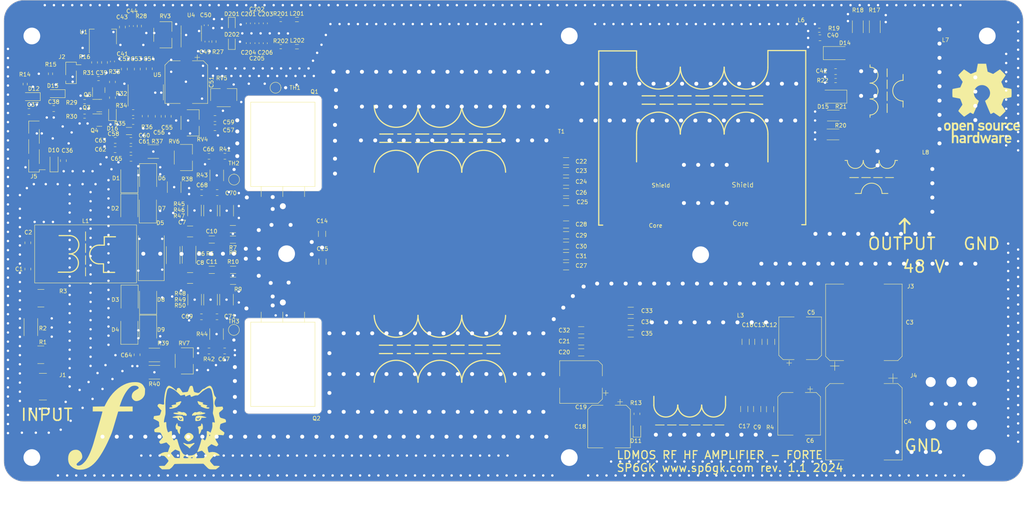
<source format=kicad_pcb>
(kicad_pcb (version 20221018) (generator pcbnew)
  (title_block (title "Forte - LDMOS HF RF amplifier 600 W") (date "2023-07-09") (rev "1.0"))
  (layers (0 "F.Cu" signal) (31 "B.Cu" signal) (34 "B.Paste" user) (35 "F.Paste" user) (36 "B.SilkS" user "B.Silkscreen") (37 "F.SilkS" user "F.Silkscreen") (38 "B.Mask" user) (39 "F.Mask" user) (44 "Edge.Cuts" user))
  (net 0 "")
  (net 1 "Net-(C1-Pad1)")
  (net 2 "Net-(C1-Pad2)")
  (net 3 "GND")
  (net 4 "48V_IN")
  (net 5 "Net-(D2-A)")
  (net 6 "/Bias_regulation/A_MOS_G")
  (net 7 "Net-(D3-K)")
  (net 8 "/Bias_regulation/B_MOS_G")
  (net 9 "Net-(C10-Pad2)")
  (net 10 "Net-(C11-Pad2)")
  (net 11 "+48V")
  (net 12 "Net-(C22-Pad2)")
  (net 13 "Net-(C27-Pad2)")
  (net 14 "Net-(D12-A2)")
  (net 15 "Net-(D13-A2)")
  (net 16 "Net-(U1-VI)")
  (net 17 "Net-(D14-K)")
  (net 18 "Net-(D15-K)")
  (net 19 "+5V")
  (net 20 "/To_GateA")
  (net 21 "/To_GateB")
  (net 22 "Net-(U4--)")
  (net 23 "/Bias_regulation/Bias_DC_IN")
  (net 24 "Net-(U5-VREF)")
  (net 25 "Net-(U5-+)")
  (net 26 "Net-(U5-FC)")
  (net 27 "Net-(U5--)")
  (net 28 "/Bias_regulation/Bias_Voltage")
  (net 29 "Net-(C66-Pad1)")
  (net 30 "Net-(C67-Pad1)")
  (net 31 "Net-(C68-Pad1)")
  (net 32 "Net-(C69-Pad1)")
  (net 33 "Net-(D1-K)")
  (net 34 "Net-(D3-A)")
  (net 35 "Net-(D6-A)")
  (net 36 "Net-(D8-K)")
  (net 37 "Net-(D11-A)")
  (net 38 "Net-(D14-A)")
  (net 39 "Net-(D15-A)")
  (net 40 "Net-(D16-A)")
  (net 41 "Net-(J1-In)")
  (net 42 "+12V")
  (net 43 "/SWR_Meter/OUT")
  (net 44 "/SWR_Meter/IN")
  (net 45 "Net-(Q2-G)")
  (net 46 "Net-(Q1-G)")
  (net 47 "Net-(Q3-E)")
  (net 48 "Net-(Q3-C)")
  (net 49 "Net-(Q4-B)")
  (net 50 "Net-(Q3-B)")
  (net 51 "Net-(L201-Pad2)")
  (net 52 "/Bias_regulation/Bias_EN")
  (net 53 "/SWR_Meter/FWD_PWR")
  (net 54 "/SWR_Meter/REF_PWR")
  (net 55 "Net-(R28-Pad2)")
  (net 56 "/Bias_regulation/~{HIGH_SWR}")
  (net 57 "Net-(U5-ILIM)")
  (net 58 "Net-(R39-Pad2)")
  (net 59 "Net-(R40-Pad1)")
  (net 60 "Net-(R37-Pad2)")
  (net 61 "Net-(R38-Pad1)")
  (net 62 "Net-(L202-Pad2)")
  (net 63 "Net-(Q5-D)")
  (net 64 "Net-(U4-+)")
  (net 65 "Net-(RV5-Pad3)")
  (net 73 "/AMOS_D")
  (net 74 "/BMOS_D")
  (net 75 "/ATLT_OUT")
  (net 76 "/BTLT_OUT")
  (footprint "Diode_SMD:D_SMB" (layer "F.Cu") (at 60.15 84.35 90)
    (fp_text reference "D7")
    (fp_text value "4.7")
  )
  (footprint "Capacitor_SMD:C_0805_2012Metric_Pad1.18x1.45mm_HandSolder" (layer "F.Cu") (at 79.5 71.25)
    (fp_text reference "R41")
    (fp_text value "4.7k")
  )
  (footprint "Diode_SMD:D_SOD-323" (layer "F.Cu") (at 81.2292 37.9222 -90)
    (fp_text reference "D201")
    (fp_text value "SD12_SOD323")
  )
  (footprint "Capacitor_SMD:C_0805_2012Metric_Pad1.18x1.45mm_HandSolder" (layer "F.Cu") (at 228.981 41.4528 180)
    (fp_text reference "C40")
    (fp_text value "100n")
  )
  (footprint "Capacitor_SMD:C_1206_3216Metric_Pad1.33x1.80mm_HandSolder" (layer "F.Cu") (at 216.45 134.85 -90)
    (fp_text reference "R4")
    (fp_text value "47k")
  )
  (footprint "Forte_PA_lib:M5_screw_terminal_Keystone" (layer "F.Cu") (at 262 111.8)
    (fp_text reference "J3")
    (fp_text value "Keystone M5")
  )
  (footprint "Connector_PinHeader_2.54mm:PinHeader_1x05_P2.54mm_Vertical_SMD_Pin1Left" (layer "F.Cu") (at 31.545 68.79 180)
    (fp_text reference "J5")
    (fp_text value "Conn_01x05")
  )
  (footprint "Potentiometer_SMD:Potentiometer_Bourns_3269W_Vertical" (layer "F.Cu") (at 69.285 122.7 90)
    (fp_text reference "RV7")
    (fp_text value "500")
  )
  (footprint "Capacitor_SMD:C_0603_1608Metric_Pad1.08x0.95mm_HandSolder" (layer "F.Cu") (at 75 42.4 -90)
    (fp_text reference "C49")
    (fp_text value "100n")
  )
  (footprint "Capacitor_SMD:C_0603_1608Metric_Pad1.08x0.95mm_HandSolder" (layer "F.Cu") (at 89.662 37.8217 -90)
    (fp_text reference "C203")
    (fp_text value "10n")
  )
  (footprint "TXRX_rel_lib:FT82_trafo" (layer "F.Cu") (at 249.75 54.55)
    (fp_text reference "L7")
    (fp_text value "FT50-61 30T 1T RG-142 coax" hide)
  )
  (footprint "Resistor_SMD:R_0805_2012Metric_Pad1.20x1.40mm_HandSolder" (layer "F.Cu") (at 59.475 61.15 -90)
    (fp_text reference "R36")
    (fp_text value "14k")
  )
  (footprint "Capacitor_SMD:C_0805_2012Metric_Pad1.18x1.45mm_HandSolder" (layer "F.Cu") (at 51.95 67.25 180)
    (fp_text reference "C63")
    (fp_text value "100n")
  )
  (footprint "Resistor_SMD:R_2010_5025Metric_Pad1.40x2.65mm_HandSolder" (layer "F.Cu") (at 232.25 65.75 180)
    (fp_text reference "R20")
    (fp_text value "100")
  )
  (footprint "Resistor_SMD:R_2512_6332Metric_Pad1.40x3.35mm_HandSolder" (layer "F.Cu") (at 30.75 114.2 90)
    (fp_text reference "R2")
    (fp_text value "18")
  )
  (footprint "Capacitor_SMD:CP_Elec_10x10.5" (layer "F.Cu") (at 168.95 128 180)
    (fp_text reference "C19")
    (fp_text value "10u")
  )
  (footprint "Resistor_SMD:R_0603_1608Metric_Pad0.98x0.95mm_HandSolder" (layer "F.Cu") (at 93.5247 36.8565)
    (fp_text reference "R201")
    (fp_text value "100")
  )
  (footprint "Capacitor_SMD:CP_Elec_10x10.5" (layer "F.Cu") (at 69.8 52.6 -90)
    (fp_text reference "C51")
    (fp_text value "47u")
  )
  (footprint "Capacitor_SMD:C_0805_2012Metric_Pad1.18x1.45mm_HandSolder" (layer "F.Cu") (at 49.25 47.65 -90)
    (fp_text reference "C39")
    (fp_text value "10u")
  )
  (footprint "Diode_SMD:D_SMF" (layer "F.Cu") (at 30.75 56.25 180)
    (fp_text reference "D12")
    (fp_text value "Protection TVS 5V")
  )
  (footprint "Capacitor_SMD:C_1206_3216Metric_Pad1.33x1.80mm_HandSolder" (layer "F.Cu") (at 165.1975 77.62)
    (fp_text reference "C24")
    (fp_text value "22n")
  )
  (footprint "Resistor_SMD:R_1812_4532Metric_Pad1.30x3.40mm_HandSolder" (layer "F.Cu") (at 77.45 76.05 -90)
    (fp_text reference "R43")
    (fp_text value "100")
  )
  (footprint "Package_SO:SO-14_3.9x8.65mm_P1.27mm" (layer "F.Cu") (at 59.61 55.175 90)
    (fp_text reference "U5")
    (fp_text value "LM723_DIP14")
  )
  (footprint "Capacitor_SMD:C_0805_2012Metric_Pad1.18x1.45mm_HandSolder" (layer "F.Cu") (at 77 61.75)
    (fp_text reference "C59")
    (fp_text value "100n")
  )
  (footprint "Resistor_SMD:R_1812_4532Metric_Pad1.30x3.40mm_HandSolder" (layer "F.Cu") (at 75.9 84.9 -90)
    (fp_text reference "R45")
    (fp_text value "100")
  )
  (footprint "Capacitor_SMD:C_1206_3216Metric_Pad1.33x1.80mm_HandSolder" (layer "F.Cu") (at 181.445 110.1)
    (fp_text reference "C33")
    (fp_text value "22n")
  )
  (footprint "Capacitor_SMD:C_0805_2012Metric_Pad1.18x1.45mm_HandSolder" (layer "F.Cu") (at 51.9125 69.575 180)
    (fp_text reference "C62")
    (fp_text value "1u")
  )
  (footprint "Diode_SMD:D_SMF" (layer "F.Cu") (at 37 55.5 180)
    (fp_text reference "D13")
    (fp_text value "Protection TVS 5V")
  )
  (footprint "Forte_PA_lib:M5_screw_terminal_Keystone" (layer "F.Cu") (at 262 133.4)
    (fp_text reference "J4")
    (fp_text value "Keystone M5")
  )
  (footprint "Potentiometer_SMD:Potentiometer_Bourns_3269W_Vertical" (layer "F.Cu") (at 79.2 56.5 180)
    (fp_text reference "RV5")
    (fp_text value "10k")
  )
  (footprint "Resistor_SMD:R_0603_1608Metric_Pad0.98x0.95mm_HandSolder" (layer "F.Cu") (at 76.75 42.4 90)
    (fp_text reference "R27")
    (fp_text value "10k")
  )
  (footprint "Potentiometer_SMD:Potentiometer_Bourns_3269W_Vertical" (layer "F.Cu") (at 69.065 71.56 90)
    (fp_text reference "RV6")
    (fp_text value "500")
  )
  (footprint "Diode_SMD:D_SMA" (layer "F.Cu") (at 233.325 45.3)
    (fp_text reference "D14")
    (fp_text value "1N4148W")
  )
  (footprint "Resistor_THT:R_Axial_DIN0207_L6.3mm_D2.5mm_P2.54mm_Vertical" (layer "F.Cu") (at 92.21 54)
    (fp_text reference "TH1")
    (fp_text value "5k")
  )
  (footprint "Resistor_SMD:R_2816_7142Metric_Pad3.20x4.45mm_HandSolder" (layer "F.Cu") (at 33.274 106.934)
    (fp_text reference "R3")
    (fp_text value "300")
  )
  (footprint "Capacitor_SMD:C_1206_3216Metric_Pad1.33x1.80mm_HandSolder" (layer "F.Cu") (at 165.2 82.75)
    (fp_text reference "C25")
    (fp_text value "100n")
  )
  (footprint "Resistor_SMD:R_1812_4532Metric_Pad1.30x3.40mm_HandSolder" (layer "F.Cu") (at 75.9 107.3 90)
    (fp_text reference "R49")
    (fp_text value "100")
  )
  (footprint "Package_TO_SOT_SMD:SOT-223-3_TabPin2" (layer "F.Cu") (at 48.85 41.175 90)
    (fp_text reference "U1")
    (fp_text value "AMS1117-5.0")
  )
  (footprint "Package_SO:SOIC-8_3.9x4.9mm_P1.27mm" (layer "F.Cu") (at 71.045 40.35 90)
    (fp_text reference "U4")
    (fp_text value "OP07")
  )
  (footprint "Potentiometer_SMD:Potentiometer_Bourns_3269W_Vertical" (layer "F.Cu") (at 70.75 62.84 90)
    (fp_text reference "RV4")
    (fp_text value "10k")
  )
  (footprint "Capacitor_SMD:C_1206_3216Metric_Pad1.33x1.80mm_HandSolder" (layer "F.Cu") (at 81.55 99.8)
    (fp_text reference "R10")
    (fp_text value "4.7")
  )
  (footprint "Resistor_THT:R_Axial_DIN0207_L6.3mm_D2.5mm_P2.54mm_Vertical" (layer "F.Cu") (at 81.75 114.9 -90)
    (fp_text reference "TH3")
    (fp_text value "5k")
  )
  (footprint "Diode_SMD:D_SMB" (layer "F.Cu") (at 60.2 107.3 90)
    (fp_text reference "D8")
    (fp_text value "4.7")
  )
  (footprint "Capacitor_SMD:C_1206_3216Metric_Pad1.33x1.80mm_HandSolder" (layer "F.Cu") (at 165.2 80.25)
    (fp_text reference "C26")
    (fp_text value "22n")
  )
  (footprint "Diode_SMD:D_SMC_Handsoldering" (layer "F.Cu") (at 61 95.6 90)
    (fp_text reference "D5")
    (fp_text value "D_TVS")
  )
  (footprint "Capacitor_SMD:C_1206_3216Metric_Pad1.33x1.80mm_HandSolder" (layer "F.Cu") (at 165.2 72.5)
    (fp_text reference "C22")
    (fp_text value "22n")
  )
  (footprint "Diode_SMD:D_SMB" (layer "F.Cu") (at 55.5 76.75 90)
    (fp_text reference "D1")
    (fp_text value "1N4148WT")
  )
  (footprint "Package_TO_SOT_THT:TO-247-3_Horizontal_TabDown" (layer "F.Cu") (at 99.5 108 180)
    (fp_text reference "Q2")
    (fp_text value "MRF300BN")
  )
  (footprint "Resistor_SMD:R_1812_4532Metric_Pad1.30x3.40mm_HandSolder" (layer "F.Cu") (at 61.515 70.06)
    (fp_text reference "R37")
    (fp_text value "100")
  )
  (footprint "Capacitor_SMD:C_1206_3216Metric_Pad1.33x1.80mm_HandSolder" (layer "F.Cu") (at 55.3974 64.897)
    (fp_text reference "C58")
    (fp_text value "100p")
  )
  (footprint "Resistor_SMD:R_0805_2012Metric_Pad1.20x1.40mm_HandSolder" (layer "F.Cu") (at 51.25 52.55 -90)
    (fp_text reference "R33")
    (fp_text value "10")
  )
  (footprint "Capacitor_SMD:C_0805_2012Metric_Pad1.18x1.45mm_HandSolder" (layer "F.Cu") (at 77.55 80.375)
    (fp_text reference "C70")
    (fp_text value "100n")
  )
  (footprint "Capacitor_SMD:C_1206_3216Metric_Pad1.33x1.80mm_HandSolder" (layer "F.Cu") (at 81.55 102.55)
    (fp_text reference "R9")
    (fp_text value "4.7")
  )
  (footprint "Capacitor_SMD:C_0805_2012Metric_Pad1.18x1.45mm_HandSolder" (layer "F.Cu") (at 30 93 -90)
    (fp_text reference "C2")
    (fp_text value "22p")
  )
  (footprint "Capacitor_SMD:CP_Elec_10x10.5" (layer "F.Cu") (at 176 139.2 -90)
    (fp_text reference "C18")
    (fp_text value "33u")
  )
  (footprint "Capacitor_SMD:C_0603_1608Metric_Pad1.08x0.95mm_HandSolder" (layer "F.Cu") (at 85.3694 42.8001 90)
    (fp_text reference "C204")
    (fp_text value "1u")
  )
  (footprint "Resistor_SMD:R_1812_4532Metric_Pad1.30x3.40mm_HandSolder" (layer "F.Cu") (at 77.4 115.95 90)
    (fp_text reference "R44")
    (fp_text value "100")
  )
  (footprint "Capacitor_SMD:C_0805_2012Metric_Pad1.18x1.45mm_HandSolder" (layer "F.Cu") (at 79.4375 120.2)
    (fp_text reference "C67")
    (fp_text value "100n")
  )
  (footprint "Capacitor_SMD:C_1206_3216Metric_Pad1.33x1.80mm_HandSolder" (layer "F.Cu") (at 210.3 117.9 90)
    (fp_text reference "C16")
    (fp_text value "22n")
  )
  (footprint "Capacitor_SMD:C_0603_1608Metric_Pad1.08x0.95mm_HandSolder" (layer "F.Cu") (at 87.5584 42.8001 90)
    (fp_text reference "C205")
    (fp_text value "100n")
  )
  (footprint "Forte_PA_lib:TLT_Trafo" (layer "F.Cu") (at 133 94)
    (fp_text reference "T1")
    (fp_text value "Transformer_1P_1S")
  )
  (footprint "Capacitor_SMD:C_1206_3216Metric_Pad1.33x1.80mm_HandSolder" (layer "F.Cu") (at 169 115 180)
    (fp_text reference "C32")
    (fp_text value "100n")
  )
  (footprint "Forte_PA_lib:Binocular_trafo_small" (layer "F.Cu") (at 44.5 95.7875)
    (fp_text reference "L1")
    (fp_text value "4:1")
  )
  (footprint "Diode_SMD:D_SMB" (layer "F.Cu") (at 55.5 84.35 -90)
    (fp_text reference "D2")
    (fp_text value "4.7")
  )
  (footprint "Capacitor_SMD:C_0603_1608Metric_Pad1.08x0.95mm_HandSolder" (layer "F.Cu") (at 89.6366 42.8244 90)
    (fp_text reference "C206")
    (fp_text value "10n")
  )
  (footprint "Capacitor_SMD:C_1206_3216Metric_Pad1.33x1.80mm_HandSolder" (layer "F.Cu") (at 81.5 89.55)
    (fp_text reference "R7")
    (fp_text value "4.7")
  )
  (footprint "Resistor_SMD:R_1812_4532Metric_Pad1.30x3.40mm_HandSolder" (layer "F.Cu") (at 79.9 107.3 90)
    (fp_text reference "R50")
    (fp_text value "100")
  )
  (footprint "Connector_Coaxial:SMA_Amphenol_132134-10_Vertical" (layer "F.Cu") (at 33.775 129.175 90)
    (fp_text reference "J1")
    (fp_text value "SMA")
  )
  (footprint "Capacitor_SMD:C_0603_1608Metric_Pad1.08x0.95mm_HandSolder" (layer "F.Cu") (at 87.5284 37.8217 -90)
    (fp_text reference "C202")
    (fp_text value "100n")
  )
  (footprint "Diode_SMD:D_SMB" (layer "F.Cu") (at 60.2 114.85 -90)
    (fp_text reference "D9")
    (fp_text value "1N4148WT")
  )
  (footprint "Resistor_SMD:R_1812_4532Metric_Pad1.30x3.40mm_HandSolder" (layer "F.Cu") (at 79.95 84.925 -90)
    (fp_text reference "R47")
    (fp_text value "100")
  )
  (footprint "Capacitor_SMD:C_1206_3216Metric_Pad1.33x1.80mm_HandSolder" (layer "F.Cu") (at 165.2 98.9)
    (fp_text reference "C27")
    (fp_text value "22n")
  )
  (footprint "Resistor_SMD:R_0805_2012Metric_Pad1.20x1.40mm_HandSolder" (layer "F.Cu") (at 183 136 -90)
    (fp_text reference "R13")
    (fp_text value "x")
  )
  (footprint "logo_wolf" (layer "F.Cu") (at 70.4 139.45)
    (fp_text reference "G***" hide)
    (fp_text value "LOGO" hide)
  )
  (footprint "Resistor_SMD:R_0603_1608Metric_Pad0.98x0.95mm_HandSolder" (layer "F.Cu") (at 228.8032 39.5478 180)
    (fp_text reference "R19")
    (fp_text value "10k")
  )
  (footprint "Capacitor_SMD:C_1206_3216Metric_Pad1.33x1.80mm_HandSolder" (layer "F.Cu") (at 169 120.55 180)
    (fp_text reference "C20")
    (fp_text value "100n")
  )
  (footprint "Capacitor_SMD:C_0805_2012Metric_Pad1.18x1.45mm_HandSolder" (layer "F.Cu") (at 55.875 69.5)
    (fp_text reference "C61")
    (fp_text value "10u")
  )
  (footprint "Capacitor_SMD:CP_Elec_10x10.5" (layer "F.Cu") (at 223.75 136 -90)
    (fp_text reference "C6")
    (fp_text value "10u")
  )
  (footprint "Diode_SMD:D_SMA" (layer "F.Cu") (at 232.225 56.25 180)
    (fp_text reference "D15")
    (fp_text value "1N4148W")
  )
  (footprint "Capacitor_SMD:C_0603_1608Metric_Pad1.08x0.95mm_HandSolder" (layer "F.Cu") (at 51.25 47.4 -90)
    (fp_text reference "C41")
    (fp_text value "100n")
  )
  (footprint "Resistor_SMD:R_0603_1608Metric_Pad0.98x0.95mm_HandSolder" (layer "F.Cu") (at 232.9 52.2 180)
    (fp_text reference "R22")
    (fp_text value "10k")
  )
  (footprint "Capacitor_SMD:C_1206_3216Metric_Pad1.33x1.80mm_HandSolder" (layer "F.Cu") (at 209.95 134.8 -90)
    (fp_text reference "C17")
    (fp_text value "10n")
  )
  (footprint "Symbol:OSHW-Logo_19x20mm_SilkScreen" (layer "F.Cu") (at 269.65 57.95)
    (fp_text reference "REF**" hide)
    (fp_text value "OSHW-Logo_19x20mm_SilkScreen" hide)
  )
  (footprint "Resistor_SMD:R_2010_5025Metric_Pad1.40x2.65mm_HandSolder" (layer "F.Cu") (at 238.475 38.675 -90)
    (fp_text reference "R18")
    (fp_text value "100")
  )
  (footprint "Capacitor_SMD:C_0805_2012Metric_Pad1.18x1.45mm_HandSolder" (layer "F.Cu") (at 30.275 60)
    (fp_text reference "C37")
    (fp_text value "100n")
  )
  (footprint "Capacitor_SMD:C_1206_3216Metric_Pad1.33x1.80mm_HandSolder" (layer "F.Cu") (at 181.4375 112.9)
    (fp_text reference "C34")
    (fp_text value "22n")
  )
  (footprint "Capacitor_SMD:CP_Elec_18x17.5" (layer "F.Cu") (at 240 113 90)
    (fp_text reference "C3")
    (fp_text value "330u")
  )
  (footprint "Potentiometer_SMD:Potentiometer_Bourns_3269W_Vertical" (layer "F.Cu") (at 63.91 40.7 90)
    (fp_text reference "RV3")
    (fp_text value "10k")
  )
  (footprint "Resistor_SMD:R_2816_7142Metric_Pad3.20x4.45mm_HandSolder" (layer "F.Cu") (at 33.25 121.158)
    (fp_text reference "R1")
    (fp_text value "300")
  )
  (footprint "Capacitor_SMD:C_1206_3216Metric_Pad1.33x1.80mm_HandSolder" (layer "F.Cu") (at 213.5 117.905 90)
    (fp_text reference "C13")
    (fp_text value "100n")
  )
  (footprint "Resistor_SMD:R_0805_2012Metric_Pad1.20x1.40mm_HandSolder" (layer "F.Cu") (at 51.25 56.5 -90)
    (fp_text reference "R32")
    (fp_text value "470")
  )
  (footprint "Capacitor_SMD:C_0805_2012Metric_Pad1.18x1.45mm_HandSolder" (layer "F.Cu") (at 54.25 49.3125 90)
    (fp_text reference "C52")
    (fp_text value "10u")
  )
  (footprint "Resistor_SMD:R_2010_5025Metric_Pad1.40x2.65mm_HandSolder" (layer "F.Cu") (at 242.75 38.675 -90)
    (fp_text reference "R17")
    (fp_text value "100")
  )
  (footprint "Capacitor_SMD:C_0805_2012Metric_Pad1.18x1.45mm_HandSolder" (layer "F.Cu") (at 62.75 61.2 -90)
    (fp_text reference "C56")
    (fp_text value "100n")
  )
  (footprint "Capacitor_SMD:C_0805_2012Metric_Pad1.18x1.45mm_HandSolder" (layer "F.Cu") (at 75.5 120.2 180)
    (fp_text reference "R42")
    (fp_text value "4.7k")
  )
  (footprint "TXRX_rel_lib:FT82_trafo" (layer "F.Cu") (at 241.95 80.6 -90)
    (fp_text reference "L8")
    (fp_text value "FT82-61 30T 1T-RG213 coax")
  )
  (footprint "Inductor_SMD:L_0805_2012Metric_Pad1.05x1.20mm_HandSolder" (layer "F.Cu") (at 97.5868 43.6891 180)
    (fp_text reference "L202")
    (fp_text value "100u")
  )
  (footprint "Diode_SMD:D_SMB" (layer "F.Cu") (at 55.5 114.85 90)
    (fp_text reference "D4")
    (fp_text value "1N4148WT")
  )
  (footprint "Package_TO_SOT_SMD:SOT-23" (layer "F.Cu") (at 47.8 54.6 90)
    (fp_text reference "Q5")
    (fp_text value "PMOS")
  )
  (footprint "Capacitor_SMD:C_0805_2012Metric_Pad1.18x1.45mm_HandSolder" (layer "F.Cu") (at 75.5 71.25 180)
    (fp_text reference "C66")
    (fp_text value "100n")
  )
  (footprint "logo_silk" (layer "F.Cu") (at 49.75 139)
    (fp_text reference "G***" hide)
    (fp_text value "LOGO" hide)
  )
  (footprint "Capacitor_SMD:C_1206_3216Metric_Pad1.33x1.80mm_HandSolder" (layer "F.Cu") (at 104 97.75 90)
    (fp_text reference "C15")
    (fp_text value "100p")
  )
  (footprint "Resistor_SMD:R_0805_2012Metric_Pad1.20x1.40mm_HandSolder" (layer "F.Cu") (at 56.45 62.5)
    (fp_text reference "R35")
    (fp_text value "2.2k")
  )
  (footprint "Capacitor_SMD:C_1210_3225Metric_Pad1.33x2.70mm_HandSolder" (layer "F.Cu") (at 70.75 101.85)
    (fp_text reference "C8")
    (fp_text value "100n")
  )
  (footprint "Capacitor_SMD:C_0805_2012Metric_Pad1.18x1.45mm_HandSolder" (layer "F.Cu") (at 232.9 49.95 180)
    (fp_text reference "C42")
    (fp_text value "100n")
  )
  (footprint "Resistor_SMD:R_0603_1608Metric_Pad0.98x0.95mm_HandSolder" (layer "F.Cu") (at 47.75 51.7 180)
    (fp_text reference "R31")
    (fp_text value "10k")
  )
  (footprint "Capacitor_SMD:CP_Elec_10x10.5" (layer "F.Cu") (at 224 117 90)
    (fp_text reference "C5")
    (fp_text value "33u")
  )
  (footprint "Resistor_SMD:R_1812_4532Metric_Pad1.30x3.40mm_HandSolder" (layer "F.Cu") (at 61.785 125.55 180)
    (fp_text reference "R40")
    (fp_text value "100")
  )
  (footprint "Capacitor_SMD:C_0805_2012Metric_Pad1.18x1.45mm_HandSolder" (layer "F.Cu") (at 57.435 121.15 -90)
    (fp_text reference "C64")
    (fp_text value "100n")
  )
  (footprint "Resistor_SMD:R_2010_5025Metric_Pad1.40x2.65mm_HandSolder" (layer "F.Cu") (at 232.325 61 180)
    (fp_text reference "R21")
    (fp_text value "100")
  )
  (footprint "Capacitor_SMD:C_1206_3216Metric_Pad1.33x1.80mm_HandSolder" (layer "F.Cu") (at 165.2 96.35)
    (fp_text reference "C31")
    (fp_text value "22n")
  )
  (footprint "Capacitor_SMD:C_1210_3225Metric_Pad1.33x2.70mm_HandSolder" (layer "F.Cu") (at 70.75 90.15)
    (fp_text reference "C7")
    (fp_text value "100n")
  )
  (footprint "Forte_PA_lib:EMI_inductor" (layer "F.Cu") (at 196.25 126 180)
    (fp_text reference "L3")
    (fp_text value "12 uH 20 A")
  )
  (footprint "Diode_SMD:D_SMB" (layer "F.Cu") (at 55.55 107.3 -90)
    (fp_text reference "D3")
    (fp_text value "4.7")
  )
  (footprint "Resistor_SMD:R_0603_1608Metric_Pad0.98x0.95mm_HandSolder" (layer "F.Cu") (at 58 38.5 -90)
    (fp_text reference "R28")
    (fp_text value "1k")
  )
  (footprint "Capacitor_SMD:C_1206_3216Metric_Pad1.33x1.80mm_HandSolder" (layer "F.Cu") (at 216.7 117.9 90)
    (fp_text reference "C12")
    (fp_text value "100n")
  )
  (footprint "Connector_PinSocket_2.54mm:PinSocket_1x02_P2.54mm_Vertical_SMD_Pin1Right" (layer "F.Cu") (at 40.85 50.27)
    (fp_text reference "J2")
    (fp_text value "5.08mm")
  )
  (footprint "Capacitor_SMD:C_0805_2012Metric_Pad1.18x1.45mm_HandSolder" (layer "F.Cu") (at 60.5 49.25 90)
    (fp_text reference "C54")
    (fp_text value "100n")
  )
  (footprint "Diode_SMD:D_SMB" (layer "F.Cu") (at 60.2 76.75 -90)
    (fp_text reference "D6")
    (fp_text value "1N4148WT")
  )
  (footprint "Capacitor_SMD:C_0805_2012Metric_Pad1.18x1.45mm_HandSolder" (layer "F.Cu") (at 65.25 61.2 -90)
    (fp_text reference "C55")
    (fp_text value "10u")
  )
  (footprint "Capacitor_SMD:C_1206_3216Metric_Pad1.33x1.80mm_HandSolder" (layer "F.Cu") (at 165.2 88.4)
    (fp_text reference "C28")
    (fp_text value "22n")
  )
  (footprint "Capacitor_SMD:C_1206_3216Metric_Pad1.33x1.80mm_HandSolder" (layer "F.Cu") (at 213.2 134.795 -90)
    (fp_text reference "C9")
    (fp_text value "1u")
  )
  (footprint "Resistor_SMD:R_0805_2012Metric_Pad1.20x1.40mm_HandSolder" (layer "F.Cu") (at 56.45 60.25)
    (fp_text reference "R34")
    (fp_text value "10")
  )
  (footprint "Diode_SMD:D_SMF" (layer "F.Cu") (at 36.575 72.8 90)
    (fp_text reference "D10")
    (fp_text value "3.6")
  )
  (footprint "Resistor_SMD:R_2512_6332Metric" (layer "F.Cu") (at 70.5 96 -90)
    (fp_text reference "R5")
    (fp_text value "33")
  )
  (footprint "Package_TO_SOT_THT:TO-247-3_Horizontal_TabDown" (layer "F.Cu") (at 88.6 83.8)
    (fp_text reference "Q1")
    (fp_text value "MRF300AN")
  )
  (footprint "Resistor_SMD:R_1812_4532Metric_Pad1.30x3.40mm_HandSolder" (layer "F.Cu") (at 71.85 84.875 -90)
    (fp_text reference "R46")
    (fp_text value "100")
  )
  (footprint "Capacitor_SMD:C_1206_3216Metric_Pad1.33x1.80mm_HandSolder" (layer "F.Cu") (at 165.2 93.75)
    (fp_text reference "C30")
    (fp_text value "22n")
  )
  (footprint "Resistor_SMD:R_0603_1608Metric_Pad0.98x0.95mm_HandSolder" (layer "F.Cu") (at 44.25 57.5)
    (fp_text reference "R29")
    (fp_text value "1k")
  )
  (footprint "Resistor_SMD:R_1812_4532Metric_Pad1.30x3.40mm_HandSolder" (layer "F.Cu") (at 71.9 107.3 90)
    (fp_text reference "R48")
    (fp_text value "100")
  )
  (footprint "Resistor_THT:R_Axial_DIN0207_L6.3mm_D2.5mm_P2.54mm_Vertical" (layer "F.Cu") (at 81.8 77.1 90)
    (fp_text reference "TH2")
    (fp_text value "5k")
  )
  (footprint "Capacitor_SMD:C_0805_2012Metric_Pad1.18x1.45mm_HandSolder" (layer "F.Cu") (at 30 99.6 90)
    (fp_text reference "C1")
    (fp_text value "33n")
  )
  (footprint "Capacitor_SMD:C_0805_2012Metric_Pad1.18x1.45mm_HandSolder" (layer "F.Cu") (at 77.5 111.6)
    (fp_text reference "C71")
    (fp_text value "100n")
  )
  (footprint "Package_TO_SOT_SMD:SOT-23" (layer "F.Cu") (at 47.9625 62.15)
    (fp_text reference "Q4")
    (fp_text value "BC846")
  )
  (footprint "Resistor_SMD:R_0805_2012Metric_Pad1.20x1.40mm_HandSolder" (layer "F.Cu") (at 46.75 47.65 90)
    (fp_text reference "R16")
    (fp_text value "10")
  )
  (footprint "Forte_PA_lib:Coax_connector" (layer "F.Cu") (at 249.95 80.65)
    (fp_text reference "J6" hide)
    (fp_text value "Conn_Coaxial")
  )
  (footprint "Capacitor_SMD:C_0805_2012Metric_Pad1.18x1.45mm_HandSolder" (layer "F.Cu") (at 36.5 59.25)
    (fp_text reference "C38")
    (fp_text value "100n")
  )
  (footprint "Resistor_SMD:R_0603_1608Metric_Pad0.98x0.95mm_HandSolder" (layer "F.Cu") (at 29.325 53.0875 -90)
    (fp_text reference "R14")
    (fp_text value "100")
  )
  (footprint "Capacitor_SMD:C_1206_3216Metric_Pad1.33x1.80mm_HandSolder" (layer "F.Cu") (at 81.5125 92.2)
    (fp_text reference "R8")
    (fp_text value "4.7")
  )
  (footprint "Capacitor_SMD:C_1206_3216Metric_Pad1.33x1.80mm_HandSolder" (layer "F.Cu") (at 76.2 92.175 180)
    (fp_text reference "C10")
    (fp_text value "100n")
  )
  (footprint "Capacitor_SMD:C_1206_3216Metric_Pad1.33x1.80mm_HandSolder" (layer "F.Cu") (at 181.445 115.8)
    (fp_text reference "C35")
    (fp_text value "10n")
  )
  (footprint "Capacitor_SMD:C_0805_2012Metric_Pad1.18x1.45mm_HandSolder" (layer "F.Cu") (at 73.65 80.375 180)
    (fp_text reference "C68")
    (fp_text value "1u")
  )
  (footprint "Resistor_SMD:R_0603_1608Metric_Pad0.98x0.95mm_HandSolder" (layer "F.Cu") (at 44.25 61.15)
    (fp_text reference "R30")
    (fp_text value "1k")
  )
  (footprint "Capacitor_SMD:C_1206_3216Metric_Pad1.33x1.80mm_HandSolder" (layer "F.Cu") (at 103.9 90.75 90)
    (fp_text reference "C14")
    (fp_text value "100p")
  )
  (footprint "Capacitor_SMD:C_0805_2012Metric_Pad1.18x1.45mm_HandSolder" (layer "F.Cu") (at 55.8875 67.275)
    (fp_text reference "C60")
    (fp_text value "10u")
  )
  (footprint "Capacitor_SMD:C_1206_3216Metric_Pad1.33x1.80mm_HandSolder" (layer "F.Cu") (at 165.2 91.1)
    (fp_text reference "C29")
    (fp_text value "22n")
  )
  (footprint "Capacitor_SMD:C_0603_1608Metric_Pad1.08x0.95mm_HandSolder" (layer "F.Cu") (at 74.803 38.3032 -90)
    (fp_text reference "C50")
    (fp_text value "100n")
  )
  (footprint "Capacitor_SMD:C_0805_2012Metric_Pad1.18x1.45mm_HandSolder" (layer "F.Cu") (at 53.75 38.75 -90)
    (fp_text reference "C43")
    (fp_text value "10u")
  )
  (footprint "Inductor_SMD:L_0805_2012Metric_Pad1.05x1.20mm_HandSolder" (layer "F.Cu") (at 97.5868 36.8565 180)
    (fp_text reference "L201")
    (fp_text value "100u")
  )
  (footprint "Capacitor_SMD:C_0603_1608Metric_Pad1.08x0.95mm_HandSolder" (layer "F.Cu") (at 56 38.5 -90)
    (fp_text reference "C44")
    (fp_text value "100n")
  )
  (footprint "Capacitor_SMD:C_0805_2012Metric_Pad1.18x1.45mm_HandSolder" (layer "F.Cu") (at 57.5 49.3125 90)
    (fp_text reference "C53")
    (fp_text value "1u")
  )
  (footprint "Capacitor_SMD:C_1206_3216Metric_Pad1.33x1.80mm_HandSolder" (layer "F.Cu") (at 165.1975 75)
    (fp_text reference "C23")
    (fp_text value "22n")
  )
  (footprint "Capacitor_SMD:C_1206_3216Metric_Pad1.33x1.80mm_HandSolder" (layer "F.Cu") (at 76.2 99.8 180)
    (fp_text reference "C11")
    (fp_text value "100n")
  )
  (footprint "Diode_SMD:D_SOD-323" (layer "F.Cu") (at 81.2292 42.7736 90)
    (fp_text reference "D202")
    (fp_text value "SD12_SOD323")
  )
  (footprint "Package_TO_SOT_SMD:SOT-23" (layer "F.Cu") (at 47.9375 58.5)
    (fp_text reference "Q3")
    (fp_text value "BC846")
  )
  (footprint "Capacitor_SMD:C_0603_1608Metric_Pad1.08x0.95mm_HandSolder" (layer "F.Cu") (at 85.3948 37.8217 -90)
    (fp_text reference "C201")
    (fp_text value "1u")
  )
  (footprint "Capacitor_SMD:C_0805_2012Metric_Pad1.18x1.45mm_HandSolder" (layer "F.Cu") (at 55.9 71.75 180)
    (fp_text reference "C65")
    (fp_text value "100n")
  )
  (footprint "Capacitor_SMD:C_0805_2012Metric_Pad1.18x1.45mm_HandSolder" (layer "F.Cu") (at 38.925 72.35 -90)
    (fp_text reference "C36")
    (fp_text value "100n")
  )
  (footprint "Resistor_SMD:R_1812_4532Metric_Pad1.30x3.40mm_HandSolder" (layer "F.Cu") (at 66.75 79 -90)
    (fp_text reference "R38")
    (fp_text value "100")
  )
  (footprint "Capacitor_SMD:C_0805_2012Metric_Pad1.18x1.45mm_HandSolder" (layer "F.Cu") (at 73.6 111.6 180)
    (fp_text reference "C69")
    (fp_text value "1u")
  )
  (footprint "Resistor_SMD:R_0603_1608Metric_Pad0.98x0.95mm_HandSolder" (layer "F.Cu") (at 35.6875 50.5 -90)
    (fp_text reference "R15")
    (fp_text value "100")
  )
  (footprint "LED_SMD:LED_0805_2012Metric_Pad1.15x1.40mm_HandSolder" (layer "F.Cu") (at 183 140 90)
    (fp_text reference "D11")
    (fp_text value "48V_LED")
  )
  (footprint "Resistor_SMD:R_2512_6332Metric" (layer "F.Cu") (at 66.5 96.1 -90)
    (fp_text reference "R6")
    (fp_text value "33")
  )
  (footprint "Capacitor_SMD:C_1206_3216Metric_Pad1.33x1.80mm_HandSolder" (layer "F.Cu") (at 169 117.8 180)
    (fp_text reference "C21")
    (fp_text value "100n")
  )
  (footprint "Resistor_SMD:R_0603_1608Metric_Pad0.98x0.95mm_HandSolder" (layer "F.Cu") (at 93.5247 43.6891)
    (fp_text reference "R202")
    (fp_text value "100")
  )
  (footprint "LED_SMD:LED_0805_2012Metric_Pad1.15x1.40mm_HandSolder" (layer "F.Cu") (at 51.25 60.4 90)
    (fp_text reference "D16")
    (fp_text value "BIAS_LED")
  )
  (footprint "Capacitor_SMD:CP_Elec_18x17.5" (layer "F.Cu") (at 240 138 -90)
    (fp_text reference "C4")
    (fp_text value "330u")
  )
  (footprint "Forte_PA_lib:Trafo_623-2661102002" (layer "F.Cu") (at 199.4 65.65 -90)
    (fp_text reference "L6")
    (fp_text value "2x mat 43. 4T RG174 50 Ohm")
  )
  (footprint "Resistor_SMD:R_1812_4532Metric_Pad1.30x3.40mm_HandSolder" (layer "F.Cu") (at 61.785 121.2)
    (fp_text reference "R39")
    (fp_text value "100")
  )
  (footprint "Capacitor_SMD:C_0805_2012Metric_Pad1.18x1.45mm_HandSolder" (layer "F.Cu") (at 77 64.05)
    (fp_text reference "C57")
    (fp_text value "10u")
  )
  (gr_line (start 250.25 87) (end 249 88.25) (stroke (width 0.5)) (layer "F.SilkS"))
  (gr_line (start 250.25 87) (end 251.5 88.25) (stroke (width 0.5)) (layer "F.SilkS"))
  (gr_line (start 250.25 90.5) (end 250.25 87) (stroke (width 0.5)) (layer "F.SilkS"))
  (gr_arc (start 103.792893 79) (mid 103.5 79.707107) (end 102.792893 80) (stroke (width 0.1)) (layer "Edge.Cuts"))
  (gr_arc (start 24 37) (mid 25.464466 33.464466) (end 29 32) (stroke (width 0.1)) (layer "Edge.Cuts"))
  (gr_arc (start 85.478553 135.95) (mid 84.771446 135.657107) (end 84.478553 134.95) (stroke (width 0.1)) (layer "Edge.Cuts"))
  (gr_arc (start 275 32) (mid 278.535534 33.464466) (end 280 37) (stroke (width 0.1)) (layer "Edge.Cuts"))
  (gr_arc (start 102.792893 56) (mid 103.5 56.292893) (end 103.792893 57) (stroke (width 0.1)) (layer "Edge.Cuts"))
  (gr_line (start 85.478553 111.95) (end 102.771446 111.95) (stroke (width 0.1)) (layer "Edge.Cuts"))
  (gr_line (start 102.792893 80) (end 85.5 80) (stroke (width 0.1)) (layer "Edge.Cuts"))
  (gr_line (start 84.5 79) (end 84.5 57) (stroke (width 0.1)) (layer "Edge.Cuts"))
  (gr_line (start 103.771446 112.95) (end 103.771446 134.95) (stroke (width 0.1)) (layer "Edge.Cuts"))
  (gr_arc (start 84.5 57) (mid 84.792893 56.292893) (end 85.5 56) (stroke (width 0.1)) (layer "Edge.Cuts"))
  (gr_line (start 103.792893 57) (end 103.792893 79) (stroke (width 0.1)) (layer "Edge.Cuts"))
  (gr_line (start 275 153) (end 29 153) (stroke (width 0.1)) (layer "Edge.Cuts"))
  (gr_line (start 24 148) (end 24 37) (stroke (width 0.1)) (layer "Edge.Cuts"))
  (gr_arc (start 103.771446 134.95) (mid 103.478553 135.657105) (end 102.771446 135.95) (stroke (width 0.1)) (layer "Edge.Cuts"))
  (gr_line (start 29 32) (end 275 32) (stroke (width 0.1)) (layer "Edge.Cuts"))
  (gr_arc (start 85.5 80) (mid 84.792893 79.707107) (end 84.5 79) (stroke (width 0.1)) (layer "Edge.Cuts"))
  (gr_line (start 85.5 56) (end 102.792893 56) (stroke (width 0.1)) (layer "Edge.Cuts"))
  (gr_line (start 102.771446 135.95) (end 85.478553 135.95) (stroke (width 0.1)) (layer "Edge.Cuts"))
  (gr_line (start 84.478553 134.95) (end 84.478553 112.95) (stroke (width 0.1)) (layer "Edge.Cuts"))
  (gr_line (start 280 37) (end 280 148) (stroke (width 0.1)) (layer "Edge.Cuts"))
  (gr_arc (start 84.478553 112.95) (mid 84.771446 112.242893) (end 85.478553 111.95) (stroke (width 0.1)) (layer "Edge.Cuts"))
  (gr_arc (start 102.771446 111.95) (mid 103.478555 112.242892) (end 103.771446 112.95) (stroke (width 0.1)) (layer "Edge.Cuts"))
  (gr_arc (start 280 148) (mid 278.535534 151.535533) (end 275 153) (stroke (width 0.1)) (layer "Edge.Cuts"))
  (gr_arc (start 29 153) (mid 25.464467 151.535534) (end 24 148) (stroke (width 0.1)) (layer "Edge.Cuts"))
  (gr_text "48 V" (at 249.5 100.75) (layer "F.SilkS") (effects (font (size 3 3) (thickness 0.4)) (justify left bottom)))
  (gr_text "GND" (at 250 145.75) (layer "F.SilkS") (effects (font (size 3 3) (thickness 0.4) bold) (justify left bottom)))
  (gr_text "LDMOS RF HF AMPLIFIER - FORTE\nSP6GK www.sp6gk.com rev. 1.1 2024\n" (at 177.75 150.75) (layer "F.SilkS") (effects (font (size 2 2) (thickness 0.3) bold) (justify left bottom)))
  (gr_text "INPUT" (at 28 138) (layer "F.SilkS") (effects (font (size 3 3) (thickness 0.4) bold) (justify left bottom)))
  (gr_text "GND" (at 264.75 95) (layer "F.SilkS") (effects (font (size 3 3) (thickness 0.4) bold) (justify left bottom)))
  (gr_text "OUTPUT" (at 240.75 95) (layer "F.SilkS") (effects (font (size 3 3) (thickness 0.4) bold) (justify left bottom)))
  (segment (start 30.75 111.15) (end 30.75 107.6) (width 2) (layer "F.Cu") (net 1))
  (segment (start 30.75 107.6) (end 30.7 107.55) (width 1) (layer "F.Cu") (net 1))
  (segment (start 30.7 101.5875) (end 29.75 100.6375) (width 1) (layer "F.Cu") (net 1))
  (segment (start 30.7 107.55) (end 30.7 101.5875) (width 1) (layer "F.Cu") (net 1))
  (segment (start 32.2625 92.7875) (end 34 92.7875) (width 1) (layer "F.Cu") (net 2))
  (segment (start 30 94.75) (end 31.9625 92.7875) (width 1.5) (layer "F.Cu") (net 2))
  (segment (start 30 98.3125) (end 30 94.75) (width 1.5) (layer "F.Cu") (net 2))
  (segment (start 31.9625 92.7875) (end 34.5 92.7875) (width 1.5) (layer "F.Cu") (net 2))
  (segment (start 227.9435 41.856003) (end 227.9435 42.4395) (width 1) (layer "F.Cu") (net 3))
  (segment (start 183 141.025) (end 178.375 141.025) (width 1) (layer "F.Cu") (net 3))
  (segment (start 230.8 52.2) (end 230.25 52.75) (width 1) (layer "F.Cu") (net 3))
  (segment (start 183 141.025) (end 187.525 141.025) (width 1) (layer "F.Cu") (net 3))
  (segment (start 187.525 141.025) (end 187.75 141.25) (width 1) (layer "F.Cu") (net 3))
  (segment (start 226.583497 43.799503) (end 226 43.799503) (width 1) (layer "F.Cu") (net 3))
  (segment (start 230.45 49.95) (end 230.25 49.75) (width 1) (layer "F.Cu") (net 3))
  (segment (start 227.9435 41.4528) (end 227.9435 41.856003) (width 0.25) (layer "F.Cu") (net 3))
  (segment (start 178.375 141.025) (end 176 143.4) (width 1) (layer "F.Cu") (net 3))
  (segment (start 227.9435 42.4395) (end 226.583497 43.799503) (width 1) (layer "F.Cu") (net 3))
  (segment (start 231.8625 49.95) (end 230.45 49.95) (width 1) (layer "F.Cu") (net 3))
  (segment (start 231.9875 52.2) (end 230.8 52.2) (width 1) (layer "F.Cu") (net 3))
  (via (at 96 88.5) (size 1.75) (drill 1) (layers "F.Cu" "B.Cu") (net 3))
  (via (at 101.8286 51.054) (size 1) (drill 0.6) (layers "F.Cu" "B.Cu") (net 3))
  (via (at 93.0656 40.3352) (size 1) (drill 0.6) (layers "F.Cu" "B.Cu") (net 3))
  (via (at 36.55 33.25) (size 1) (drill 0.6) (layers "F.Cu" "B.Cu") (net 3))
  (via (at 245.85 33.25) (size 1) (drill 0.6) (layers "F.Cu" "B.Cu") (net 3))
  (via (at 25 104.05) (size 1) (drill 0.6) (layers "F.Cu" "B.Cu") (net 3))
  (via (at 276.25 127.7) (size 1) (drill 0.6) (layers "F.Cu" "B.Cu") (net 3))
  (via (at 186.75 113) (size 1.75) (drill 1) (layers "F.Cu" "B.Cu") (net 3))
  (via (at 63.231296 84.974792) (size 1) (drill 0.6) (layers "F.Cu" "B.Cu") (net 3))
  (via (at 199.5 148) (size 1) (drill 0.6) (layers "F.Cu" "B.Cu") (net 3))
  (via (at 58.25 151.5) (size 1) (drill 0.6) (layers "F.Cu" "B.Cu") (net 3))
  (via (at 135.166664 141.75) (size 1.75) (drill 1) (layers "F.Cu" "B.Cu") (net 3))
  (via (at 242.916664 98.25) (size 1.75) (drill 1) (layers "F.Cu" "B.Cu") (net 3))
  (via (at 276.25 134.6) (size 1) (drill 0.6) (layers "F.Cu" "B.Cu") (net 3))
  (via (at 127.249998 115.75) (size 1.75) (drill 1) (layers "F.Cu" "B.Cu") (net 3))
  (via (at 141.58333 126) (size 1.75) (drill 1) (layers "F.Cu" "B.Cu") (net 3))
  (via (at 30.75 134.75) (size 1) (drill 0.6) (layers "F.Cu" "B.Cu") (net 3))
  (via (at 43 130) (size 1) (drill 0.6) (layers "F.Cu" "B.Cu") (net 3))
  (via (at 58.5 46.75) (size 1) (drill 0.6) (layers "F.Cu" "B.Cu") (net 3))
  (via (at 276.25 120.8) (size 1) (drill 0.6) (layers "F.Cu" "B.Cu") (net 3))
  (via (at 50.25 91.05) (size 1) (drill 0.6) (layers "F.Cu" "B.Cu") (net 3))
  (via (at 278.75 117.7) (size 1) (drill 0.6) (layers "F.Cu" "B.Cu") (net 3))
  (via (at 28 100.55) (size 1) (drill 0.6) (layers "F.Cu" "B.Cu") (net 3))
  (via (at 142.35 33.25) (size 1) (drill 0.6) (layers "F.Cu" "B.Cu") (net 3))
  (via (at 45.75 105.55) (size 1) (drill 0.6) (layers "F.Cu" "B.Cu") (net 3))
  (via (at 184.55 151.5) (size 1) (drill 0.6) (layers "F.Cu" "B.Cu") (net 3))
  (via (at 60.55 151.5) (size 1) (drill 0.6) (layers "F.Cu" "B.Cu") (net 3))
  (via (at 131.583331 141.75) (size 1.75) (drill 1) (layers "F.Cu" "B.Cu") (net 3))
  (via (at 159.5 115.75) (size 1.75) (drill 1) (layers "F.Cu" "B.Cu") (net 3))
  (via (at 82 124.25) (size 1.75) (drill 1) (layers "F.Cu" "B.Cu") (net 3))
  (via (at 276.25 95.5) (size 1) (drill 0.6) (layers "F.Cu" "B.Cu") (net 3))
  (via (at 156.15 33.25) (size 1) (drill 0.6) (layers "F.Cu" "B.Cu") (net 3))
  (via (at 209.85 151.5) (size 1) (drill 0.6) (layers "F.Cu" "B.Cu") (net 3))
  (via (at 91.5 81.5) (size 1.75) (drill 1) (layers "F.Cu" "B.Cu") (net 3))
  (via (at 260.833329 98.25) (size 1.75) (drill 1) (layers "F.Cu" "B.Cu") (net 3))
  (via (at 152 38) (size 1) (drill 0.6) (layers "F.Cu" "B.Cu") (net 3))
  (via (at 107.4 54.6) (size 1.75) (drill 1) (layers "F.Cu" "B.Cu") (net 3))
  (via (at 106 38) (size 1) (drill 0.6) (layers "F.Cu" "B.Cu") (net 3))
  (via (at 278.75 67.45) (size 1) (drill 0.6) (layers "F.Cu" "B.Cu") (net 3))
  (via (at 100.5078 49.149) (size 1) (drill 0.6) (layers "F.Cu" "B.Cu") (net 3))
  (via (at 70.5 80.75) (size 1) (drill 0.6) (layers "F.Cu" "B.Cu") (net 3))
  (via (at 45.75 119.35) (size 1) (drill 0.6) (layers "F.Cu" "B.Cu") (net 3))
  (via (at 137.999997 115.75) (size 1.75) (drill 1) (layers "F.Cu" "B.Cu") (net 3))
  (via (at 183.583332 53) (size 1.75) (drill 1) (layers "F.Cu" "B.Cu") (net 3))
  (via (at 190.3 148) (size 1) (drill 0.6) (layers "F.Cu" "B.Cu") (net 3))
  (via (at 115.75 151.5) (size 1) (drill 0.6) (layers "F.Cu" "B.Cu") (net 3))
  (via (at 218.25 33.25) (size 1) (drill 0.6) (layers "F.Cu" "B.Cu") (net 3))
  (via (at 183.333332 62.25) (size 1.75) (drill 1) (layers "F.Cu" "B.Cu") (net 3))
  (via (at 153.333329 58.75) (size 1.75) (drill 1) (layers "F.Cu" "B.Cu") (net 3))
  (via (at 45.75 103.25) (size 1) (drill 0.6) (layers "F.Cu" "B.Cu") (net 3))
  (via (at 107.15 75.6) (size 1.75) (drill 1) (layers "F.Cu" "B.Cu") (net 3))
  (via (at 148.749996 126) (size 1.75) (drill 1) (layers "F.Cu" "B.Cu") (net 3))
  (via (at 50.25 104.85) (size 1) (drill 0.6) (layers "F.Cu" "B.Cu") (net 3))
  (via (at 228.25 151.5) (size 1) (drill 0.6) (layers "F.Cu" "B.Cu") (net 3))
  (via (at 278.75 69.75) (size 1) (drill 0.6) (layers "F.Cu" "B.Cu") (net 3))
  (via (at 28 114.35) (size 1) (drill 0.6) (layers "F.Cu" "B.Cu") (net 3))
  (via (at 156.916662 50) (size 1.75) (drill 1) (layers "F.Cu" "B.Cu") (net 3))
  (via (at 84.4078 49.149) (size 1) (drill 0.6) (layers "F.Cu" "B.Cu") (net 3))
  (via (at 278.75 120) (size 1) (drill 0.6) (layers "F.Cu" "B.Cu") (net 3))
  (via (at 183.749999 103.25) (size 1.75) (drill 1) (layers "F.Cu" "B.Cu") (net 3))
  (via (at 260.45 151.5) (size 1) (drill 0.6) (layers "F.Cu" "B.Cu") (net 3))
  (via (at 108.85 151.5) (size 1) (drill 0.6) (layers "F.Cu" "B.Cu") (net 3))
  (via (at 278.75 138.4) (size 1) (drill 0.6) (layers "F.Cu" "B.Cu") (net 3))
  (via (at 231.416669 90.75) (size 1.75) (drill 1) (layers "F.Cu" "B.Cu") (net 3))
  (via (at 278.75 115.4) (size 1) (drill 0.6) (layers "F.Cu" "B.Cu") (net 3))
  (via (at 106.8 146.5) (size 1) (drill 0.6) (layers "F.Cu" "B.Cu") (net 3))
  (via (at 142.8 38) (size 1) (drill 0.6) (layers "F.Cu" "B.Cu") (net 3))
  (via (at 85.85 151.5) (size 1) (drill 0.6) (layers "F.Cu" "B.Cu") (net 3))
  (via (at 160.5 58.75) (size 1.75) (drill 1) (layers "F.Cu" "B.Cu") (net 3))
  (via (at 155.916662 135.5) (size 1.75) (drill 1) (layers "F.Cu" "B.Cu") (net 3))
  (via (at 152.333329 126) (size 1.75) (drill 1) (layers "F.Cu" "B.Cu") (net 3))
  (via (at 41 65.25) (size 1) (drill 0.6) (layers "F.Cu" "B.Cu") (net 3))
  (via (at 82 131.75) (size 1.75) (drill 1) (layers "F.Cu" "B.Cu") (net 3))
  (via (at 48.75 129.75) (size 1) (drill 0.6) (layers "F.Cu" "B.Cu") (net 3))
  (via (at 88.166663 141.75) (size 1.75) (drill 1) (layers "F.Cu" "B.Cu") (net 3))
  (via (at 213.65 33.25) (size 1) (drill 0.6) (layers "F.Cu" "B.Cu") (net 3))
  (via (at 170.75 151.5) (size 1) (drill 0.6) (layers "F.Cu" "B.Cu") (net 3))
  (via (at 25 108.65) (size 1) (drill 0.6) (layers "F.Cu" "B.Cu") (net 3))
  (via (at 149.25 33.25) (size 1) (drill 0.6) (layers "F.Cu" "B.Cu") (net 3))
  (via (at 259 50.083335) (size 1.75) (drill 1) (layers "F.Cu" "B.Cu") (net 3))
  (via (at 54.25 53) (size 1) (drill 0.6) (layers "F.Cu" "B.Cu") (net 3))
  (via (at 79.2 146.5) (size 1) (drill 0.6) (layers "F.Cu" "B.Cu") (net 3))
  (via (at 206.4 148) (size 1) (drill 0.6) (layers "F.Cu" "B.Cu") (net 3))
  (via (at 45.75 112.45) (size 1) (drill 0.6) (layers "F.Cu" "B.Cu") (net 3))
  (via (at 31.7 87.75) (size 1) (drill 0.6) (layers "F.Cu" "B.Cu") (net 3))
  (via (at 149.7 38) (size 1) (drill 0.6) (layers "F.Cu" "B.Cu") (net 3))
  (via (at 221.416666 98.25) (size 1.75) (drill 1) (layers "F.Cu" "B.Cu") (net 3))
  (via (at 104.5 146.5) (size 1) (drill 0.6) (layers "F.Cu" "B.Cu") (net 3))
  (via (at 62.85 151.5) (size 1) (drill 0.6) (layers "F.Cu" "B.Cu") (net 3))
  (via (at 89.45 33.25) (size 1) (drill 0.6) (layers "F.Cu" "B.Cu") (net 3))
  (via (at 124.416665 141.75) (size 1.75) (drill 1) (layers "F.Cu" "B.Cu") (net 3))
  (via (at 77.416664 141.75) (size 1.75) (drill 1) (layers "F.Cu" "B.Cu") (net 3))
  (via (at 113.666666 67.25) (size 1.75) (drill 1) (layers "F.Cu" "B.Cu") (net 3))
  (via (at 215.95 33.25) (size 1) (drill 0.6) (layers "F.Cu" "B.Cu") (net 3))
  (via (at 224.999999 98.25) (size 1.75) (drill 1) (layers "F.Cu" "B.Cu") (net 3))
  (via (at 98.2078 49.149) (size 1) (drill 0.6) (layers "F.Cu" "B.Cu") (net 3))
  (via (at 43.75 46) (size 1) (drill 0.6) (layers "F.Cu" "B.Cu") (net 3))
  (via (at 183.4 148) (size 1) (drill 0.6) (layers "F.Cu" "B.Cu") (net 3))
  (via (at 96.35 33.25) (size 1) (drill 0.6) (layers "F.Cu" "B.Cu") (net 3))
  (via (at 275.75 54.7) (size 1) (drill 0.6) (layers "F.Cu" "B.Cu") (net 3))
  (via (at 225.15 33.25) (size 1) (drill 0.6) (layers "F.Cu" "B.Cu") (net 3))
  (via (at 99.9 146.5) (size 1) (drill 0.6) (layers "F.Cu" "B.Cu") (net 3))
  (via (at 70.5 79.25) (size 1) (drill 0.6) (layers "F.Cu" "B.Cu") (net 3))
  (via (at 105.55 33.25) (size 1) (drill 0.6) (layers "F.Cu" "B.Cu") (net 3))
  (via (at 25 140.85) (size 1) (drill 0.6) (layers "F.Cu" "B.Cu") (net 3))
  (via (at 45.75 98.65) (size 1) (drill 0.6) (layers "F.Cu" "B.Cu") (net 3))
  (via (at 259 39.333331) (size 1.75) (drill 1) (layers "F.Cu" "B.Cu") (net 3))
  (via (at 91.5 108.75) (size 1.75) (drill 1) (layers "F.Cu" "B.Cu") (net 3))
  (via (at 83.55 151.5) (size 1) (drill 0.6) (layers "F.Cu" "B.Cu") (net 3))
  (via (at 107.15 67.35) (size 1.75) (drill 1) (layers "F.Cu" "B.Cu") (net 3))
  (via (at 174.8 38) (size 1) (drill 0.6) (layers "F.Cu" "B.Cu") (net 3))
  (via (at 155.916662 115.75) (size 1.75) (drill 1) (layers "F.Cu" "B.Cu") (net 3))
  (via (at 190.9 38) (size 1) (drill 0.6) (layers "F.Cu" "B.Cu") (net 3))
  (via (at 29.75 79.25) (size 1) (drill 0.6) (layers "F.Cu" "B.Cu") (net 3))
  (via (at 25 55.75) (size 1) (drill 0.6) (layers "F.Cu" "B.Cu") (net 3))
  (via (at 172.25 33.25) (size 1) (drill 0.6) (layers "F.Cu" "B.Cu") (net 3))
  (via (at 66.5 85.5) (size 1) (drill 0.6) (layers "F.Cu" "B.Cu") (net 3))
  (via (at 61.515 70.06) (size 1) (drill 0.6) (layers "F.Cu" "B.Cu") (net 3))
  (via (at 59.75 46.75) (size 1) (drill 0.6) (layers "F.Cu" "B.Cu") (net 3))
  (via (at 28 91.35) (size 1) (drill 0.6) (layers "F.Cu" "B.Cu") (net 3))
  (via (at 217.833333 98.25) (size 1.75) (drill 1) (layers "F.Cu" "B.Cu") (net 3))
  (via (at 276.25 93.2) (size 1) (drill 0.6) (layers "F.Cu" "B.Cu") (net 3))
  (via (at 70.5 111.25) (size 1) (drill 0.6) (layers "F.Cu" "B.Cu") (net 3))
  (via (at 243.45 69.95) (size 1.75) (drill 1) (layers "F.Cu" "B.Cu") (net 3))
  (via (at 74.35 151.5) (size 1) (drill 0.6) (layers "F.Cu" "B.Cu") (net 3))
  (via (at 82 127.75) (size 1.75) (drill 1) (layers "F.Cu" "B.Cu") (net 3))
  (via (at 126.7 38) (size 1) (drill 0.6) (layers "F.Cu" "B.Cu") (net 3))
  (via (at 39 75) (size 1) (drill 0.6) (layers "F.Cu" "B.Cu") (net 3))
  (via (at 124.666665 58.75) (size 1.75) (drill 1) (layers "F.Cu" "B.Cu") (net 3))
  (via (at 213.3 148) (size 1) (drill 0.6) (layers "F.Cu" "B.Cu") (net 3))
  (via (at 45.75 94.05) (size 1) (drill 0.6) (layers "F.Cu" "B.Cu") (net 3))
  (via (at 278.75 140.7) (size 1) (drill 0.6) (layers "F.Cu" "B.Cu") (net 3))
  (via (at 130.833331 135.5) (size 1.75) (drill 1) (layers "F.Cu" "B.Cu") (net 3))
  (via (at 85 81.6) (size 1.75) (drill 1) (layers "F.Cu" "B.Cu") (net 3))
  (via (at 222.85 33.25) (size 1) (drill 0.6) (layers "F.Cu" "B.Cu") (net 3))
  (via (at 59 64.25) (size 1) (drill 0.6) (layers "F.Cu" "B.Cu") (net 3))
  (via (at 110.083333 141.75) (size 1.75) (drill 1) (layers "F.Cu" "B.Cu") (net 3))
  (via (at 75.6666 44.831) (size 1) (drill 0.6) (layers "F.Cu" "B.Cu") (net 3))
  (via (at 113.45 151.5) (size 1) (drill 0.6) (layers "F.Cu" "B.Cu") (net 3))
  (via (at 144.65 33.25) (size 1) (drill 0.6) (layers "F.Cu" "B.Cu") (net 3))
  (via (at 40.5 87.7) (size 1) (drill 0.6) (layers "F.Cu" "B.Cu") (net 3))
  (via (at 181.45 33.25) (size 1) (drill 0.6) (layers "F.Cu" "B.Cu") (net 3))
  (via (at 151.55 33.25) (size 1) (drill 0.6) (layers "F.Cu" "B.Cu") (net 3))
  (via (at 222.5 148) (size 1) (drill 0.6) (layers "F.Cu" "B.Cu") (net 3))
  (via (at 195.25 33.25) (size 1) (drill 0.6) (layers "F.Cu" "B.Cu") (net 3))
  (via (at 25 101.75) (size 1) (drill 0.6) (layers "F.Cu" "B.Cu") (net 3))
  (via (at 28 89.05) (size 1) (drill 0.6) (layers "F.Cu" "B.Cu") (net 3))
  (via (at 190.916665 103.25) (size 1.75) (drill 1) (layers "F.Cu" "B.Cu") (net 3))
  (via (at 276.25 123.1) (size 1) (drill 0.6) (layers "F.Cu" "B.Cu") (net 3))
  (via (at 146.166663 50) (size 1.75) (drill 1) (layers "F.Cu" "B.Cu") (net 3))
  (via (at 99.5286 51.054) (size 1) (drill 0.6) (layers "F.Cu" "B.Cu") (net 3))
  (via (at 196.05 151.5) (size 1) (drill 0.6) (layers "F.Cu" "B.Cu") (net 3))
  (via (at 129 38) (size 1) (drill 0.6) (layers "F.Cu" "B.Cu") (net 3))
  (via (at 169 62.25) (size 1.75) (drill 1) (layers "F.Cu" "B.Cu") (net 3))
  (via (at 276.25 107) (size 1) (drill 0.6) (layers "F.Cu" "B.Cu") (net 3))
  (via (at 116 146.5) (size 1) (drill 0.6) (layers "F.Cu" "B.Cu") (net 3))
  (via (at 223.65 151.5) (size 1) (drill 0.6) (layers "F.Cu" "B.Cu") (net 3))
  (via (at 105.75 115.75) (size 1.75) (drill 1) (layers "F.Cu" "B.Cu") (net 3))
  (via (at 198.499999 141.25) (size 1.75) (drill 1) (layers "F.Cu" "B.Cu") (net 3))
  (via (at 127.999998 141.75) (size 1.75) (drill 1) (layers "F.Cu" "B.Cu") (net 3))
  (via (at 120.35 151.5) (size 1) (drill 0.6) (layers "F.Cu" "B.Cu") (net 3))
  (via (at 197.8 38) (size 1) (drill 0.6) (layers "F.Cu" "B.Cu") (net 3))
  (via (at 75.9 84.9) (size 1) (drill 0.6) (layers "F.Cu" "B.Cu") (net 3))
  (via (at 49.5 123.75) (size 1) (drill 0.6) (layers "F.Cu" "B.Cu") (net 3))
  (via (at 123.666665 135.5) (size 1.75) (drill 1) (layers "F.Cu" "B.Cu") (net 3))
  (via (at 95.3 146.5) (size 1) (drill 0.6) (layers "F.Cu" "B.Cu") (net 3))
  (via (at 45.75 96.35) (size 1) (drill 0.6) (layers "F.Cu" "B.Cu") (net 3))
  (via (at 50.25 88.75) (size 1) (drill 0.6) (layers "F.Cu" "B.Cu") (net 3))
  (via (at 159.5 126) (size 1.75) (drill 1) (layers "F.Cu" "B.Cu") (net 3))
  (via (at 36.5 61.5) (size 1) (drill 0.6) (layers "F.Cu" "B.Cu") (net 3))
  (via (at 45.75 82.55) (size 1) (drill 0.6) (layers "F.Cu" "B.Cu") (net 3))
  (via (at 137.75 33.25) (size 1) (drill 0.6) (layers "F.Cu" "B.Cu") (net 3))
  (via (at 197.916664 53) (size 1.75) (drill 1) (layers "F.Cu" "B.Cu") (net 3))
  (via (at 122.65 151.5) (size 1) (drill 0.6) (layers "F.Cu" "B.Cu") (net 3))
  (via (at 52.65 33.25) (size 1) (drill 0.6) (layers "F.Cu" "B.Cu") (net 3))
  (via (at 25 122.45) (size 1) (drill 0.6) (layers "F.Cu" "B.Cu") (net 3))
  (via (at 131.833331 50) (size 1.75) (drill 1) (layers "F.Cu" "B.Cu") (net 3))
  (via (at 135.416664 50) (size 1.75) (drill 1) (layers "F.Cu" "B.Cu") (net 3))
  (via (at 197.2 148) (size 1) (drill 0.6) (layers "F.Cu" "B.Cu") (net 3))
  (via (at 152.333329 135.5) (size 1.75) (drill 1) (layers "F.Cu" "B.Cu") (net 3))
  (via (at 257 133.5) (size 1.75) (drill 1) (layers "F.Cu" "B.Cu") (net 3))
  (via (at 191.333333 141.25) (size 1.75) (drill 1) (layers "F.Cu" "B.Cu") (net 3))
  (via (at 130.833331 115.75) (size 1.75) (drill 1) (layers "F.Cu" "B.Cu") (net 3))
  (via (at 40.5 126.8) (size 1) (drill 0.6) (layers "F.Cu" "B.Cu") (net 3))
  (via (at 200.1 38) (size 1) (drill 0.6) (layers "F.Cu" "B.Cu") (net 3))
  (via (at 161.75 151.5) (size 1) (drill 0.6) (layers "F.Cu" "B.Cu") (net 3))
  (via (at 84.9 109.5) (size 1.75) (drill 1) (layers "F.Cu" "B.Cu") (net 3))
  (via (at 145.65 151.5) (size 1) (drill 0.6) (layers "F.Cu" "B.Cu") (net 3))
  (via (at 76 95.75) (size 1.75) (drill 1) (layers "F.Cu" "B.Cu") (net 3))
  (via (at 143.6 146.5) (size 1) (drill 0.6) (layers "F.Cu" "B.Cu") (net 3))
  (via (at 132.1 146.5) (size 1) (drill 0.6) (layers "F.Cu" "B.Cu") (net 3))
  (via (at 246.65 151.5) (size 1) (drill 0.6) (layers "F.Cu" "B.Cu") (net 3))
  (via (at 45.75 89.45) (size 1) (drill 0.6) (layers "F.Cu" "B.Cu") (net 3))
  (via (at 148.2 146.5) (size 1) (drill 0.6) (layers "F.Cu" "B.Cu") (net 3))
  (via (at 93.6078 49.149) (size 1) (drill 0.6) (layers "F.Cu" "B.Cu") (net 3))
  (via (at 198.35 151.5) (size 1) (drill 0.6) (layers "F.Cu" "B.Cu") (net 3))
  (via (at 66.45 33.25) (size 1) (drill 0.6) (layers "F.Cu" "B.Cu") (net 3))
  (via (at 41.25 52.5) (size 1) (drill 0.6) (layers "F.Cu" "B.Cu") (net 3))
  (via (at 88 101.3) (size 1.75) (drill 1) (layers "F.Cu" "B.Cu") (net 3))
  (via (at 241.25 33.25) (size 1) (drill 0.6) (layers "F.Cu" "B.Cu") (net 3))
  (via (at 257.2 74.450001) (size 1.75) (drill 1) (layers "F.Cu" "B.Cu") (net 3))
  (via (at 120.083332 115.75) (size 1.75) (drill 1) (layers "F.Cu" "B.Cu") (net 3))
  (via (at 97.2286 51.054) (size 1) (drill 0.6) (layers "F.Cu" "B.Cu") (net 3))
  (via (at 78.8286 51.054) (size 1) (drill 0.6) (layers "F.Cu" "B.Cu") (net 3))
  (via (at 109.333333 135.5) (size 1.75) (drill 1) (layers "F.Cu" "B.Cu") (net 3))
  (via (at 117.05 33.25) (size 1) (drill 0.6) (layers "F.Cu" "B.Cu") (net 3))
  (via (at 32.25 58.25) (size 1) (drill 0.6) (layers "F.Cu" "B.Cu") (net 3))
  (via (at 259 46.500002) (size 1.75) (drill 1) (layers "F.Cu" "B.Cu") (net 3))
  (via (at 141.58333 115.75) (size 1.75) (drill 1) (layers "F.Cu" "B.Cu") (net 3))
  (via (at 106.75 50) (size 1.75) (drill 1) (layers "F.Cu" "B.Cu") (net 3))
  (via (at 278.75 143) (size 1) (drill 0.6) (layers "F.Cu" "B.Cu") (net 3))
  (via (at 236 35.5) (size 1) (drill 0.6) (layers "F.Cu" "B.Cu") (net 3))
  (via (at 78.74 38.9636) (size 1) (drill 0.6) (layers "F.Cu" "B.Cu") (net 3))
  (via (at 28 86.75) (size 1) (drill 0.6) (layers "F.Cu" "B.Cu") (net 3))
  (via (at 95 95.75) (size 9) (drill 4.2) (layers "F.Cu" "B.Cu") (net 3))
  (via (at 278.75 136.1) (size 1) (drill 0.6) (layers "F.Cu" "B.Cu") (net 3))
  (via (at 276.25 116.2) (size 1) (drill 0.6) (layers "F.Cu" "B.Cu") (net 3))
  (via (at 91.5 84.5) (size 1.75) (drill 1) (layers "F.Cu" "B.Cu") (net 3))
  (via (at 276.25 111.6) (size 1) (drill 0.6) (layers "F.Cu" "B.Cu") (net 3))
  (via (at 79.95 84.925) (size 1) (drill 0.6) (layers "F.Cu" "B.Cu") (net 3))
  (via (at 188.6 38) (size 1) (drill 0.6) (layers "F.Cu" "B.Cu") (net 3))
  (via (at 90.3286 51.054) (size 1) (drill 0.6) (layers "F.Cu" "B.Cu") (net 3))
  (via (at 25 69.55) (size 1) (drill 0.6) (layers "F.Cu" "B.Cu") (net 3))
  (via (at 28 116.65) (size 1) (drill 0.6) (layers "F.Cu" "B.Cu") (net 3))
  (via (at 25 87.95) (size 1) (drill 0.6) (layers "F.Cu" "B.Cu") (net 3))
  (via (at 25 115.55) (size 1) (drill 0.6) (layers "F.Cu" "B.Cu") (net 3))
  (via (at 215.416669 113) (size 1.75) (drill 1) (layers "F.Cu" "B.Cu") (net 3))
  (via (at 63.25 118) (size 1) (drill 0.6) (layers "F.Cu" "B.Cu") (net 3))
  (via (at 34.25 33.25) (size 1) (drill 0.6) (layers "F.Cu" "B.Cu") (net 3))
  (via (at 31.25 53.75) (size 1) (drill 0.6) (layers "F.Cu" "B.Cu") (net 3))
  (via (at 166 147) (size 9) (drill 4.2) (layers "F.Cu" "B.Cu") (net 3))
  (via (at 150.5 146.5) (size 1) (drill 0.6) (layers "F.Cu" "B.Cu") (net 3))
  (via (at 37.55 151.5) (size 1) (drill 0.6) (layers "F.Cu" "B.Cu") (net 3))
  (via (at 50.25 100.25) (size 1) (drill 0.6) (layers "F.Cu" "B.Cu") (net 3))
  (via (at 276.25 130) (size 1) (drill 0.6) (layers "F.Cu" "B.Cu") (net 3))
  (via (at 219.166662 62.25) (size 1.75) (drill 1) (layers "F.Cu" "B.Cu") (net 3))
  (via (at 201.499997 53) (size 1.75) (drill 1) (layers "F.Cu" "B.Cu") (net 3))
  (via (at 92.75 151.5) (size 1) (drill 0.6) (layers "F.Cu" "B.Cu") (net 3))
  (via (at 79.8078 49.149) (size 1) (drill 0.6) (layers "F.Cu" "B.Cu") (net 3))
  (via (at 226 41.5) (size 1) (drill 0.6) (layers "F.Cu" "B.Cu") (net 3))
  (via (at 25 71.85) (size 1) (drill 0.6) (layers "F.Cu" "B.Cu") (net 3))
  (via (at 88 97) (size 1.75) (drill 1) (layers "F.Cu" "B.Cu") (net 3))
  (via (at 61.785 125.55) (size 1) (drill 0.6) (layers "F.Cu" "B.Cu") (net 3))
  (via (at 131.85 151.5) (size 1) (drill 0.6) (layers "F.Cu" "B.Cu") (net 3))
  (via (at 69.75 40.75) (size 1) (drill 0.6) (layers "F.Cu" "B.Cu") (net 3))
  (via (at 236 37.25) (size 1) (drill 0.6) (layers "F.Cu" "B.Cu") (net 3))
  (via (at 187.333332 103.25) (size 1.75) (drill 1) (layers "F.Cu" "B.Cu") (net 3))
  (via (at 215.999996 103.25) (size 1.75) (drill 1) (layers "F.Cu" "B.Cu") (net 3))
  (via (at 86.1 146.5) (size 1) (drill 0.6) (layers "F.Cu" "B.Cu") (net 3))
  (via (at 253.666663 98.25) (size 1.75) (drill 1) (layers "F.Cu" "B.Cu") (net 3))
  (via (at 25 110.95) (size 1) (drill 0.6) (layers "F.Cu" "B.Cu") (net 3))
  (via (at 116.499999 126) (size 1.75) (drill 1) (layers "F.Cu" "B.Cu") (net 3))
  (via (at 49.05 151.5) (size 1) (drill 0.6) (layers "F.Cu" "B.Cu") (net 3))
  (via (at 193.916666 113) (size 1.75) (drill 1) (layers "F.Cu" "B.Cu") (net 3))
  (via (at 250.45 33.25) (size 1) (drill 0.6) (layers "F.Cu" "B.Cu") (net 3))
  (via (at 28 107.45) (size 1) (drill 0.6) (layers "F.Cu" "B.Cu") (net 3))
  (via (at 59.499999 141.75) (size 1.75) (drill 1) (layers "F.Cu" "B.Cu") (net 3))
  (via (at 276.25 139.2) (size 1) (drill 0.6) (layers "F.Cu" "B.Cu") (net 3))
  (via (at 66 47) (size 1) (drill 0.6) (layers "F.Cu" "B.Cu") (net 3))
  (via (at 242.166668 90.75) (size 1.75) (drill 1) (layers "F.Cu" "B.Cu") (net 3))
  (via (at 193.2 38) (size 1) (drill 0.6) (layers "F.Cu" "B.Cu") (net 3))
  (via (at 229.75 33.25) (size 1) (drill 0.6) (layers "F.Cu" "B.Cu") (net 3))
  (via (at 57.5 124) (size 1) (drill 0.6) (layers "F.Cu" "B.Cu") (net 3))
  (via (at 25 131.65) (size 1) (drill 0.6) (layers "F.Cu" "B.Cu") (net 3))
  (via (at 188.35 33.25) (size 1) (drill 0.6) (layers "F.Cu" "B.Cu") (net 3))
  (via (at 134.416664 115.75) (size 1.75) (drill 1) (layers "F.Cu" "B.Cu") (net 3))
  (via (at 209.05 33.25) (size 1) (drill 0.6) (layers "F.Cu" "B.Cu") (net 3))
  (via (at 278.75 113.1) (size 1) (drill 0.6) (layers "F.Cu" "B.Cu") (net 3))
  (via (at 166 41) (size 9) (drill 4.2) (layers "F.Cu" "B.Cu") (net 3))
  (via (at 160.5 50) (size 1.75) (drill 1) (layers "F.Cu" "B.Cu") (net 3))
  (via (at 50.25 118.65) (size 1) (drill 0.6) (layers "F.Cu" "B.Cu") (net 3))
  (via (at 186.3 38) (size 1) (drill 0.6) (layers "F.Cu" "B.Cu") (net 3))
  (via (at 88.0286 51.054) (size 1) (drill 0.6) (layers "F.Cu" "B.Cu") (net 3))
  (via (at 131.583331 67.25) (size 1.75) (drill 1) (layers "F.Cu" "B.Cu") (net 3))
  (via (at 40.5 90) (size 1) (drill 0.6) (layers "F.Cu" "B.Cu") (net 3))
  (via (at 79.5 122.5) (size 1) (drill 0.6) (layers "F.Cu" "B.Cu") (net 3))
  (via (at 45.75 84.85) (size 1) (drill 0.6) (layers "F.Cu" "B.Cu") (net 3))
  (via (at 45.75 87.15) (size 1) (drill 0.6) (layers "F.Cu" "B.Cu") (net 3))
  (via (at 67.25 38) (size 1) (drill 0.6) (layers "F.Cu" "B.Cu") (net 3))
  (via (at 278.75 65.15) (size 1) (drill 0.6) (layers "F.Cu" "B.Cu") (net 3))
  (via (at 190.65 33.25) (size 1) (drill 0.6) (layers "F.Cu" "B.Cu") (net 3))
  (via (at 100.95 33.25) (size 1) (drill 0.6) (layers "F.Cu" "B.Cu") (net 3))
  (via (at 63.1 146.5) (size 1) (drill 0.6) (layers "F.Cu" "B.Cu") (net 3))
  (via (at 46.25 132.25) (size 1) (drill 0.6) (layers "F.Cu" "B.Cu") (net 3))
  (via (at 52 121.25) (size 1) (drill 0.6) (layers "F.Cu" "B.Cu") (net 3))
  (via (at 25 83.35) (size 1) (drill 0.6) (layers "F.Cu" "B.Cu") (net 3))
  (via (at 121.083332 50) (size 1.75) (drill 1) (layers "F.Cu" "B.Cu") (net 3))
  (via (at 149.499996 141.75) (size 1.75) (drill 1) (layers "F.Cu" "B.Cu") (net 3))
  (via (at 239.333331 98.25) (size 1.75) (drill 1) (layers "F.Cu" "B.Cu") (net 3))
  (via (at 110.6 38) (size 1) (drill 0.6) (layers "F.Cu" "B.Cu") (net 3))
  (via (at 52.75 72.75) (size 1) (drill 0.6) (layers "F.Cu" "B.Cu") (net 3))
  (via (at 63.083332 141.75) (size 1.75) (drill 1) (layers "F.Cu" "B.Cu") (net 3))
  (via (at 134.4 146.5) (size 1) (drill 0.6) (layers "F.Cu" "B.Cu") (net 3))
  (via (at 71.9 107.3) (size 1) (drill 0.6) (layers "F.Cu" "B.Cu") (net 3))
  (via (at 63.25 74) (size 1) (drill 0.6) (layers "F.Cu" "B.Cu") (net 3))
  (via (at 35.25 134.75) (size 1) (drill 0.6) (layers "F.Cu" "B.Cu") (net 3))
  (via (at 82 111.25) (size 1) (drill 0.6) (layers "F.Cu" "B.Cu") (net 3))
  (via (at 110.15 33.25) (size 1) (drill 0.6) (layers "F.Cu" "B.Cu") (net 3))
  (via (at 275.75 63.9) (size 1) (drill 0.6) (layers "F.Cu" "B.Cu") (net 3))
  (via (at 239.75 151.5) (size 1) (drill 0.6) (layers "F.Cu" "B.Cu") (net 3))
  (via (at 87.15 33.25) (size 1) (drill 0.6) (layers "F.Cu" "B.Cu") (net 3))
  (via (at 75.25 125) (size 1) (drill 0.6) (layers "F.Cu" "B.Cu") (net 3))
  (via (at 248.95 151.5) (size 1) (drill 0.6) (layers "F.Cu" "B.Cu") (net 3))
  (via (at 276.25 97.8) (size 1) (drill 0.6) (layers "F.Cu" "B.Cu") (net 3))
  (via (at 276.25 113.9) (size 1) (drill 0.6) (layers "F.Cu" "B.Cu") (net 3))
  (via (at 40.75 137.75) (size 1) (drill 0.6) (layers "F.Cu" "B.Cu") (net 3))
  (via (at 187.166665 53) (size 1.75) (drill 1) (layers "F.Cu" "B.Cu") (net 3))
  (via (at 198.383333 83) (size 1.75) (drill 1) (layers "F.Cu" "B.Cu") (net 3))
  (via (at 276.25 104.7) (size 1) (drill 0.6) (layers "F.Cu" "B.Cu") (net 3))
  (via (at 25 113.25) (size 1) (drill 0.6) (layers "F.Cu" "B.Cu") (net 3))
  (via (at 226 39.75) (size 1) (drill 0.6) (layers "F.Cu" "B.Cu") (net 3))
  (via (at 140.5 38) (size 1) (drill 0.6) (layers "F.Cu" "B.Cu") (net 3))
  (via (at 49.75 50.25) (size 1) (drill 0.6) (layers "F.Cu" "B.Cu") (net 3))
  (via (at 153.85 33.25) (size 1) (drill 0.6) (layers "F.Cu" "B.Cu") (net 3))
  (via (at 41.25 51.25) (size 1) (drill 0.6) (layers "F.Cu" "B.Cu") (net 3))
  (via (at 40.5 92.3) (size 1) (drill 0.6) (layers "F.Cu" "B.Cu") (net 3))
  (via (at 102.2 146.5) (size 1) (drill 0.6) (layers "F.Cu" "B.Cu") (net 3))
  (via (at 80 112) (size 1) (drill 0.6) (layers "F.Cu" "B.Cu") (net 3))
  (via (at 194.499998 103.25) (size 1.75) (drill 1) (layers "F.Cu" "B.Cu") (net 3))
  (via (at 76.75 36.75) (size 1) (drill 0.6) (layers "F.Cu" "B.Cu") (net 3))
  (via (at 43 63) (size 1) (drill 0.6) (layers "F.Cu" "B.Cu") (net 3))
  (via (at 40.5 101.5) (size 1) (drill 0.6) (layers "F.Cu" "B.Cu") (net 3))
  (via (at 190.499998 62.25) (size 1.75) (drill 1) (layers "F.Cu" "B.Cu") (net 3))
  (via (at 28 102.85) (size 1) (drill 0.6) (layers "F.Cu" "B.Cu") (net 3))
  (via (at 211.35 33.25) (size 1) (drill 0.6) (layers "F.Cu" "B.Cu") (net 3))
  (via (at 80.5 80.25) (size 1) (drill 0.6) (layers "F.Cu" "B.Cu") (net 3))
  (via (at 248.15 33.25) (size 1) (drill 0.6) (layers "F.Cu" "B.Cu") (net 3))
  (via (at 90.7656 40.3352) (size 1) (drill 0.6) (layers "F.Cu" "B.Cu") (net 3))
  (via (at 219.583329 103.25) (size 1.75) (drill 1) (layers "F.Cu" "B.Cu") (net 3))
  (via (at 214.25 98.25) (size 1.75) (drill 1) (layers "F.Cu" "B.Cu") (net 3))
  (via (at 40.5 110.7) (size 1) (drill 0.6) (layers "F.Cu" "B.Cu") (net 3))
  (via (at 278.75 101.6) (size 1) (drill 0.6) (layers "F.Cu" "B.Cu") (net 3))
  (via (at 83.8 146.5) (size 1) (drill 0.6) (layers "F.Cu" "B.Cu") (net 3))
  (via (at 86.1656 40.3352) (size 1) (drill 0.6) (layers "F.Cu" "B.Cu") (net 3))
  (via (at 185.7 148) (size 1) (drill 0.6) (layers "F.Cu" "B.Cu") (net 3))
  (via (at 138.999997 58.75) (size 1.75) (drill 1) (layers "F.Cu" "B.Cu") (net 3))
  (via (at 226 43.799503) (size 1) (drill 0.6) (layers "F.Cu" "B.Cu") (net 3))
  (via (at 137.999997 126) (size 1.75) (drill 1) (layers "F.Cu" "B.Cu") (net 3))
  (via (at 134.416664 135.5) (size 1.75) (drill 1) (layers "F.Cu" "B.Cu") (net 3))
  (via (at 226.75 103.25) (size 1.75) (drill 1) (layers "F.Cu" "B.Cu") (net 3))
  (via (at 120.833332 67.25) (size 1.75) (drill 1) (layers "F.Cu" "B.Cu") (net 3))
  (via (at 45.75 110.15) (size 1) (drill 0.6) (layers "F.Cu" "B.Cu") (net 3))
  (via (at 36 114.3) (size 1) (drill 0.6) (layers "F.Cu" "B.Cu") (net 3))
  (via (at 209.249998 141.25) (size 1.75) (drill 1) (layers "F.Cu" "B.Cu") (net 3))
  (via (at 138.749997 67.25) (size 1.75) (drill 1) (layers "F.Cu" "B.Cu") (net 3))
  (via (at 155.916662 126) (size 1.75) (drill 1) (layers "F.Cu" "B.Cu") (net 3))
  (via (at 31.5 78.25) (size 1) (drill 0.6) (layers "F.Cu" "B.Cu") (net 3))
  (via (at 207 38) (size 1) (drill 0.6) (layers "F.Cu" "B.Cu") (net 3))
  (via (at 28 125.85) (size 1) (drill 0.6) (layers "F.Cu" "B.Cu") (net 3))
  (via (at 50.25 95.65) (size 1) (drill 0.6) (layers "F.Cu" "B.Cu") (net 3))
  (via (at 73.35 33.25) (size 1) (drill 0.6) (layers "F.Cu" "B.Cu") (net 3))
  (via (at 153.083329 67.25) (size 1.75) (drill 1) (layers "F.Cu" "B.Cu") (net 3))
  (via (at 221.35 151.5) (size 1) (drill 0.6) (layers "F.Cu" "B.Cu") (net 3))
  (via (at 42.15 151.5) (size 1) (drill 0.6) (layers "F.Cu" "B.Cu") (net 3))
  (via (at 116.499999 115.75) (size 1.75) (drill 1) (layers "F.Cu" "B.Cu") (net 3))
  (via (at 120.833332 141.75) (size 1.75) (drill 1) (layers "F.Cu" "B.Cu") (net 3))
  (via (at 124.416665 67.25) (size 1.75) (drill 1) (layers "F.Cu" "B.Cu") (net 3))
  (via (at 78.7654 36.75) (size 1) (drill 0.6) (layers "F.Cu" "B.Cu") (net 3))
  (via (at 131.833331 58.75) (size 1.75) (drill 1) (layers "F.Cu" "B.Cu") (net 3))
  (via (at 37 53.25) (size 1) (drill 0.6) (layers "F.Cu" "B.Cu") (net 3))
  (via (at 227.1 148) (size 1) (drill 0.6) (layers "F.Cu" "B.Cu") (net 3))
  (via (at 176.166666 62.25) (size 1.75) (drill 1) (layers "F.Cu" "B.Cu") (net 3))
  (via (at 113.7 146.5) (size 1) (drill 0.6) (layers "F.Cu" "B.Cu") (net 3))
  (via (at 104.8512 40.7416) (size 1) (drill 0.6) (layers "F.Cu" "B.Cu") (net 3))
  (via (at 145.166663 126) (size 1.75) (drill 1) (layers "F.Cu" "B.Cu") (net 3))
  (via (at 150.25 151.5) (size 1) (drill 0.6) (layers "F.Cu" "B.Cu") (net 3))
  (via (at 72.7666 44.831) (size 1) (drill 0.6) (layers "F.Cu" "B.Cu") (net 3))
  (via (at 40.5 103.8) (size 1) (drill 0.6) (layers "F.Cu" "B.Cu") (net 3))
  (via (at 98.65 33.25) (size 1) (drill 0.6) (layers "F.Cu" "B.Cu") (net 3))
  (via (at 278.75 126.9) (size 1) (drill 0.6) (layers "F.Cu" "B.Cu") (net 3))
  (via (at 176.583333 103.25) (size 1.75) (drill 1) (layers "F.Cu" "B.Cu") (net 3))
  (via (at 259 68) (size 1.75) (drill 1) (layers "F.Cu" "B.Cu") (net 3))
  (via (at 59 43.25) (size 1) (drill 0.6) (layers "F.Cu" "B.Cu") (net 3))
  (via (at 220.8 38) (size 1) (drill 0.6) (layers "F.Cu" "B.Cu") (net 3))
  (via (at 200.65 151.5) (size 1) (drill 0.6) (layers "F.Cu" "B.Cu") (net 3))
  (via (at 145.166663 135.5) (size 1.75) (drill 1) (layers "F.Cu" "B.Cu") (net 3))
  (via (at 95 111.25) (size 1) (drill 0.6) (layers "F.Cu" "B.Cu") (net 3))
  (via (at 201.249997 62.25) (size 1.75) (drill 1) (layers "F.Cu" "B.Cu") (net 3))
  (via (at 163.05 33.25) (size 1) (drill 0.6) (layers "F.Cu" "B.Cu") (net 3))
  (via (at 235.15 151.5) (size 1) (drill 0.6) (layers "F.Cu" "B.Cu") (net 3))
  (via (at 165.35 33.25) (size 1) (drill 0.6) (layers "F.Cu" "B.Cu") (net 3))
  (via (at 278.75 51.35) (size 1) (drill 0.6) (layers "F.Cu" "B.Cu") (net 3))
  (via (at 243.45 73.533333) (size 1.75) (drill 1) (layers "F.Cu" "B.Cu") (net 3))
  (via (at 127.249998 126) (size 1.75) (drill 1) (layers "F.Cu" "B.Cu") (net 3))
  (via (at 48.05 33.25) (size 1) (drill 0.6) (layers "F.Cu" "B.Cu") (net 3))
  (via (at 259.149999 145.6) (size 1.75) (drill 1) (layers "F.Cu" "B.Cu") (net 3))
  (via (at 88.4 146.5) (size 1) (drill 0.6) (layers "F.Cu" "B.Cu") (net 3))
  (via (at 25 124.75) (size 1) (drill 0.6) (layers "F.Cu" "B.Cu") (net 3))
  (via (at 166.9 106.4) (size 1.75) (drill 1) (layers "F.Cu" "B.Cu") (net 3))
  (via (at 105.75 126) (size 1.75) (drill 1) (layers "F.Cu" "B.Cu") (net 3))
  (via (at 278.75 133.8) (size 1) (drill 0.6) (layers "F.Cu" "B.Cu") (net 3))
  (via (at 278.75 58.25) (size 1) (drill 0.6) (layers "F.Cu" "B.Cu") (net 3))
  (via (at 34 87.75) (size 1) (drill 0.6) (layers "F.Cu" "B.Cu") (net 3))
  (via (at 250.08333 98.25) (size 1.75) (drill 1) (layers "F.Cu" "B.Cu") (net 3))
  (via (at 205.549999 83) (size 1.75) (drill 1) (layers "F.Cu" "B.Cu") (net 3))
  (via (at 43.45 33.25) (size 1) (drill 0.6) (layers "F.Cu" "B.Cu") (net 3))
  (via (at 70.249998 141.75) (size 1.75) (drill 1) (layers "F.Cu" "B.Cu") (net 3))
  (via (at 135.9 38) (size 1) (drill 0.6) (layers "F.Cu" "B.Cu") (net 3))
  (via (at 91.3078 49.149) (size 1) (drill 0.6) (layers "F.Cu" "B.Cu") (net 3))
  (via (at 126.25 33.25) (size 1) (drill 0.6) (layers "F.Cu" "B.Cu") (net 3))
  (via (at 194.916666 141.25) (size 1.75) (drill 1) (layers "F.Cu" "B.Cu") (net 3))
  (via (at 55.916666 141.75) (size 1.75) (drill 1) (layers "F.Cu" "B.Cu") (net 3))
  (via (at 145.916663 141.75) (size 1.75) (drill 1) (layers "F.Cu" "B.Cu") (net 3))
  (via (at 79.9 107.3) (size 1) (drill 0.6) (layers "F.Cu" "B.Cu") (net 3))
  (via (at 179.4 38) (size 1) (drill 0.6) (layers "F.Cu" "B.Cu") (net 3))
  (via (at 145.916663 67.25) (size 1.75) (drill 1) (layers "F.Cu" "B.Cu") (net 3))
  (via (at 259 57.250001) (size 1.75) (drill 1) (layers "F.Cu" "B.Cu") (net 3))
  (via (at 125.2 146.5) (size 1) (drill 0.6) (layers "F.Cu" "B.Cu") (net 3))
  (via (at 63.25 116.5) (size 1) (drill 0.6) (layers "F.Cu" "B.Cu") (net 3))
  (via (at 227.75 67) (size 1) (drill 0.6) (layers "F.Cu" "B.Cu") (net 3))
  (via (at 66.75 79) (size 1) (drill 0.6) (layers "F.Cu" "B.Cu") (net 3))
  (via (at 197.55 33.25) (size 1) (drill 0.6) (layers "F.Cu" "B.Cu") (net 3))
  (via (at 117.249999 141.75) (size 1.75) (drill 1) (layers "F.Cu" "B.Cu") (net 3))
  (via (at 83.8656 40.3352) (size 1) (drill 0.6) (layers "F.Cu" "B.Cu") (net 3))
  (via (at 278.75 37.55) (size 1) (drill 0.6) (layers "F.Cu" "B.Cu") (net 3))
  (via (at 40.5 113) (size 1) (drill 0.6) (layers "F.Cu" "B.Cu") (net 3))
  (via (at 223 53) (size 1.75) (drill 1) (layers "F.Cu" "B.Cu") (net 3))
  (via (at 50.25 116.35) (size 1) (drill 0.6) (layers "F.Cu" "B.Cu") (net 3))
  (via (at 278.75 60.55) (size 1) (drill 0.6) (layers "F.Cu" "B.Cu") (net 3))
  (via (at 45.75 117.05) (size 1) (drill 0.6) (layers "F.Cu" "B.Cu") (net 3))
  (via (at 35.25 140.75) (size 1) (drill 0.6) (layers "F.Cu" "B.Cu") (net 3))
  (via (at 195.5 38) (size 1) (drill 0.6) (layers "F.Cu" "B.Cu") (net 3))
  (via (at 84.58333 141.75) (size 1.75) (drill 1) (layers "F.Cu" "B.Cu") (net 3))
  (via (at 237.45 151.5) (size 1) (drill 0.6) (layers "F.Cu" "B.Cu") (net 3))
  (via (at 25 120.15) (size 1) (drill 0.6) (layers "F.Cu" "B.Cu") (net 3))
  (via (at 251.983333 145.6) (size 1.75) (drill 1) (layers "F.Cu" "B.Cu") (net 3))
  (via (at 130.833331 126) (size 1.75) (drill 1) (layers "F.Cu" "B.Cu") (net 3))
  (via (at 65.5 65.5) (size 1) (drill 0.6) (layers "F.Cu" "B.Cu") (net 3))
  (via (at 158.9 38) (size 1) (drill 0.6) (layers "F.Cu" "B.Cu") (net 3))
  (via (at 191.45 151.5) (size 1) (drill 0.6) (layers "F.Cu" "B.Cu") (net 3))
  (via (at 97.6 146.5) (size 1) (drill 0.6) (layers "F.Cu" "B.Cu") (net 3))
  (via (at 209.3 38) (size 1) (drill 0.6) (layers "F.Cu" "B.Cu") (net 3))
  (via (at 119.8 38) (size 1) (drill 0.6) (layers "F.Cu" "B.Cu") (net 3))
  (via (at 177.65 151.5) (size 1) (drill 0.6) (layers "F.Cu" "B.Cu") (net 3))
  (via (at 36.25 66.75) (size 1) (drill 0.6) (layers "F.Cu" "B.Cu") (net 3))
  (via (at 95.333329 141.75) (size 1.75) (drill 1) (layers "F.Cu" "B.Cu") (net 3))
  (via (at 118.3 146.5) (size 1) (drill 0.6) (layers "F.Cu" "B.Cu") (net 3))
  (via (at 264.166666 133.5) (size 1.75) (drill 1) (layers "F.Cu" "B.Cu") (net 3))
  (via (at 127.999998 67.25) (size 1.75) (drill 1) (layers "F.Cu" "B.Cu") (net 3))
  (via (at 82.6 71.2) (size 1.75) (drill 1) (layers "F.Cu" "B.Cu") (net 3))
  (via (at 271 147) (size 9) (drill 4.2) (layers "F.Cu" "B.Cu") (net 3))
  (via (at 197.666664 62.25) (size 1.75) (drill 1) (layers "F.Cu" "B.Cu") (net 3))
  (via (at 172.5 38) (size 1) (drill 0.6) (layers "F.Cu" "B.Cu") (net 3))
  (via (at 232.85 151.5) (size 1) (drill 0.6) (layers "F.Cu" "B.Cu") (net 3))
  (via (at 127.25 151.5) (size 1) (drill 0.6) (layers "F.Cu" "B.Cu") (net 3))
  (via (at 104.25 151.5) (size 1) (drill 0.6) (layers "F.Cu" "B.Cu") (net 3))
  (via (at 72.05 151.5) (size 1) (drill 0.6) (layers "F.Cu" "B.Cu") (net 3))
  (via (at 66 50) (size 1) (drill 0.6) (layers "F.Cu" "B.Cu") (net 3))
  (via (at 40.5 94.6) (size 1) (drill 0.6) (layers "F.Cu" "B.Cu") (net 3))
  (via (at 50.35 33.25) (size 1) (drill 0.6) (layers "F.Cu" "B.Cu") (net 3))
  (via (at 40.5 78.5) (size 1) (drill 0.6) (layers "F.Cu" "B.Cu") (net 3))
  (via (at 174.55 33.25) (size 1) (drill 0.6) (layers "F.Cu" "B.Cu") (net 3))
  (via (at 181.7 38) (size 1) (drill 0.6) (layers "F.Cu" "B.Cu") (net 3))
  (via (at 227.45 33.25) (size 1) (drill 0.6) (layers "F.Cu" "B.Cu") (net 3))
  (via (at 153.083329 141.75) (size 1.75) (drill 1) (layers "F.Cu" "B.Cu") (net 3))
  (via (at 63.75 92) (size 1) (drill 0.6) (layers "F.Cu" "B.Cu") (net 3))
  (via (at 44.45 151.5) (size 1) (drill 0.6) (layers "F.Cu" "B.Cu") (net 3))
  (via (at 70 146.5) (size 1) (drill 0.6) (layers "F.Cu" "B.Cu") (net 3))
  (via (at 232.05 33.25) (size 1) (drill 0.6) (layers "F.Cu" "B.Cu") (net 3))
  (via (at 186.85 151.5) (size 1) (drill 0.6) (layers "F.Cu" "B.Cu") (net 3))
  (via (at 91 103.1) (size 1.75) (drill 1) (layers "F.Cu" "B.Cu") (net 3))
  (via (at 88.4656 40.3352) (size 1) (drill 0.6) (layers "F.Cu" "B.Cu") (net 3))
  (via (at 38 134.75) (size 1) (drill 0.6) (layers "F.Cu" "B.Cu") (net 3))
  (via (at 50.25 86.45) (size 1) (drill 0.6) (layers "F.Cu" "B.Cu") (net 3))
  (via (at 242.883333 56.05) (size 1.75) (drill 1) (layers "F.Cu" "B.Cu") (net 3))
  (via (at 25 127.05) (size 1) (drill 0.6) (layers "F.Cu" "B.Cu") (net 3))
  (via (at 88 89.8) (size 1.75) (drill 1) (layers "F.Cu" "B.Cu") (net 3))
  (via (at 73 95.75) (size 1.75) (drill 1) (layers "F.Cu" "B.Cu") (net 3))
  (via (at 69.7 52.5) (size 1) (drill 0.6) (layers "F.Cu" "B.Cu") (net 3))
  (via (at 117.5 38) (size 1) (drill 0.6) (layers "F.Cu" "B.Cu") (net 3))
  (via (at 65.15 151.5) (size 1) (drill 0.6) (layers "F.Cu" "B.Cu") (net 3))
  (via (at 239.3 56.05) (size 1.75) (drill 1) (layers "F.Cu" "B.Cu") (net 3))
  (via (at 30.75 58.25) (size 1) (drill 0.6) (layers "F.Cu" "B.Cu") (net 3))
  (via (at 208.83333 103.25) (size 1.75) (drill 1) (layers "F.Cu" "B.Cu") (net 3))
  (via (at 116.499999 135.5) (size 1.75) (drill 1) (layers "F.Cu" "B.Cu") (net 3))
  (via (at 178.8 148) (size 1) (drill 0.6) (layers "F.Cu" "B.Cu") (net 3))
  (via (at 257.2 78.033334) (size 1.75) (drill 1) (layers "F.Cu" "B.Cu") (net 3))
  (via (at 180.166666 103.25) (size 1.75) (drill 1) (layers "F.Cu" "B.Cu") (net 3))
  (via (at 77.4 115.95) (size 1) (drill 0.6) (layers "F.Cu" "B.Cu") (net 3))
  (via (at 148.749996 135.5) (size 1.75) (drill 1) (layers "F.Cu" "B.Cu") (net 3))
  (via (at 112.45 33.25) (size 1) (drill 0.6) (layers "F.Cu" "B.Cu") (net 3))
  (via (at 107.4 58.85) (size 1.75) (drill 1) (layers "F.Cu" "B.Cu") (net 3))
  (via (at 40.5 124.5) (size 1) (drill 0.6) (layers "F.Cu" "B.Cu") (net 3))
  (via (at 101.95 151.5) (size 1) (drill 0.6) (layers "F.Cu" "B.Cu") (net 3))
  (via (at 112.9 38) (size 1) (drill 0.6) (layers "F.Cu" "B.Cu") (net 3))
  (via (at 162.1 112.2) (size 1.75) (drill 1) (layers "F.Cu" "B.Cu") (net 3))
  (via (at 81.5 146.5) (size 1) (drill 0.6) (layers "F.Cu" "B.Cu") (net 3))
  (via (at 64.15 33.25) (size 1) (drill 0.6) (layers "F.Cu" "B.Cu") (net 3))
  (via (at 45 56) (size 1) (drill 0.6) (layers "F.Cu" "B.Cu") (net 3))
  (via (at 82.55 33.25) (size 1) (drill 0.6) (layers "F.Cu" "B.Cu") (net 3))
  (via (at 246.499997 98.25) (size 1.75) (drill 1) (layers "F.Cu" "B.Cu") (net 3))
  (via (at 275.75 66.2) (size 1) (drill 0.6) (layers "F.Cu" "B.Cu") (net 3))
  (via (at 25 90.25) (size 1) (drill 0.6) (layers "F.Cu" "B.Cu") (net 3))
  (via (at 278.75 44.45) (size 1) (drill 0.6) (layers "F.Cu" "B.Cu") (net 3))
  (via (at 176.85 33.25) (size 1) (drill 0.6) (layers "F.Cu" "B.Cu") (net 3))
  (via (at 208.249998 113) (size 1.75) (drill 1) (layers "F.Cu" "B.Cu") (net 3))
  (via (at 50.25 97.95) (size 1) (drill 0.6) (layers "F.Cu" "B.Cu") (net 3))
  (via (at 89.5 53) (size 1) (drill 0.6) (layers "F.Cu" "B.Cu") (net 3))
  (via (at 234.35 33.25) (size 1) (drill 0.6) (layers "F.Cu" "B.Cu") (net 3))
  (via (at 63.75 99.75) (size 1) (drill 0.6) (layers "F.Cu" "B.Cu") (net 3))
  (via (at 127.5 146.5) (size 1) (drill 0.6) (layers "F.Cu" "B.Cu") (net 3))
  (via (at 40.5 115.3) (size 1) (drill 0.6) (layers "F.Cu" "B.Cu") (net 3))
  (via (at 25 74.15) (size 1) (drill 0.6) (layers "F.Cu" "B.Cu") (net 3))
  (via (at 38.25 140) (size 1) (drill 0.6) (layers "F.Cu" "B.Cu") (net 3))
  (via (at 51.5 40) (size 1) (drill 0.6) (layers "F.Cu" "B.Cu") (net 3))
  (via (at 141.58333 135.5) (size 1.75) (drill 1) (layers "F.Cu" "B.Cu") (net 3))
  (via (at 265.05 151.5) (size 1) (drill 0.6) (layers "F.Cu" "B.Cu") (net 3))
  (via (at 229.4 148) (size 1) (drill 0.6) (layers "F.Cu" "B.Cu") (net 3))
  (via (at 108.3 38) (size 1) (drill 0.6) (layers "F.Cu" "B.Cu") (net 3))
  (via (at 91.5 106.5) (size 1.75) (drill 1) (layers "F.Cu" "B.Cu") (net 3))
  (via (at 25 81.05) (size 1) (drill 0.6) (layers "F.Cu" "B.Cu") (net 3))
  (via (at 208.7 148) (size 1) (drill 0.6) (layers "F.Cu" "B.Cu") (net 3))
  (via (at 40.5 99.2) (size 1) (drill 0.6) (layers "F.Cu" "B.Cu") (net 3))
  (via (at 189.15 151.5) (size 1) (drill 0.6) (layers "F.Cu" "B.Cu") (net 3))
  (via (at 28 123.55) (size 1) (drill 0.6) (layers "F.Cu" "B.Cu") (net 3))
  (via (at 25 44.25) (size 1) (drill 0.6) (layers "F.Cu" "B.Cu") (net 3))
  (via (at 45.25 59.25) (size 1) (drill 0.6) (layers "F.Cu" "B.Cu") (net 3))
  (via (at 179.749999 62.25) (size 1.75) (drill 1) (layers "F.Cu" "B.Cu") (net 3))
  (via (at 45.75 114.75) (size 1) (drill 0.6) (layers "F.Cu" "B.Cu") (net 3))
  (via (at 95.5 103) (size 1.75) (drill 1) (layers "F.Cu" "B.Cu") (net 3))
  (via (at 83 80.5) (size 1) (drill 0.6) (layers "F.Cu" "B.Cu") (net 3))
  (via (at 79 59.8) (size 1) (drill 0.6) (layers "F.Cu" "B.Cu") (net 3))
  (via (at 142.58333 50) (size 1.75) (drill 1) (layers "F.Cu" "B.Cu") (net 3))
  (via (at 278.75 103.9) (size 1) (drill 0.6) (layers "F.Cu" "B.Cu") (net 3))
  (via (at 187.75 141.25) (size 1.75) (drill 1) (layers "F.Cu" "B.Cu") (net 3))
  (via (at 202.15 33.25) (size 1) (drill 0.6) (layers "F.Cu" "B.Cu") (net 3))
  (via (at 28 118.95) (size 1) (drill 0.6) (layers "F.Cu" "B.Cu") (net 3))
  (via (at 50.25 79.55) (size 1) (drill 0.6) (layers "F.Cu" "B.Cu") (net 3))
  (via (at 40.5 122.2) (size 1) (drill 0.6) (layers "F.Cu" "B.Cu") (net 3))
  (via (at 74 51) (size 1) (drill 0.6) (layers "F.Cu" "B.Cu") (net 3))
  (via (at 173.05 151.5) (size 1) (drill 0.6) (layers "F.Cu" "B.Cu") (net 3))
  (via (at 38.85 33.25) (size 1) (drill 0.6) (layers "F.Cu" "B.Cu") (net 3))
  (via (at 136.45 151.5) (size 1) (drill 0.6) (layers "F.Cu" "B.Cu") (net 3))
  (via (at 197.499999 113) (size 1.75) (drill 1) (layers "F.Cu" "B.Cu") (net 3))
  (via (at 176.5 148) (size 1) (drill 0.6) (layers "F.Cu" "B.Cu") (net 3))
  (via (at 59 66) (size 1) (drill 0.6) (layers "F.Cu" "B.Cu") (net 3))
  (via (at 138.749997 141.75) (size 1.75) (drill 1) (layers "F.Cu" "B.Cu") (net 3))
  (via (at 129.8 146.5) (size 1) (drill 0.6) (layers "F.Cu" "B.Cu") (net 3))
  (via (at 83 86.75) (size 1) (drill 0.6) (layers "F.Cu" "B.Cu") (net 3))
  (via (at 158.45 33.25) (size 1) (drill 0.6) (layers "F.Cu" "B.Cu") (net 3))
  (via (at 91.75 33.25) (size 1) (drill 0.6) (layers "F.Cu" "B.Cu") (net 3))
  (via (at 278.75 99.3) (size 1) (drill 0.6) (layers "F.Cu" "B.Cu") (net 3))
  (via (at 40.5 119.9) (size 1) (drill 0.6) (layers "F.Cu" "B.Cu") (net 3))
  (via (at 122.1 38) (size 1) (drill 0.6) (layers "F.Cu" "B.Cu") (net 3))
  (via (at 57.75 76) (size 1) (drill 0.6) (layers "F.Cu" "B.Cu") (net 3))
  (via (at 51.25 127.25) (size 1) (drill 0.6) (layers "F.Cu" "B.Cu") (net 3))
  (via (at 275.75 52.4) (size 1) (drill 0.6) (layers "F.Cu" "B.Cu") (net 3))
  (via (at 25 94.85) (size 1) (drill 0.6) (layers "F.Cu" "B.Cu") (net 3))
  (via (at 135.416664 58.75) (size 1.75) (drill 1) (layers "F.Cu" "B.Cu") (net 3))
  (via (at 95.05 151.5) (size 1) (drill 0.6) (layers "F.Cu" "B.Cu") (net 3))
  (via (at 45.75 123.95) (size 1) (drill 0.6) (layers "F.Cu" "B.Cu") (net 3))
  (via (at 227.75 65.25) (size 1) (drill 0.6) (layers "F.Cu" "B.Cu") (net 3))
  (via (at 111.4 146.5) (size 1) (drill 0.6) (layers "F.Cu" "B.Cu") (net 3))
  (via (at 81.5 101.25) (size 1) (drill 0.6) (layers "F.Cu" "B.Cu") (net 3))
  (via (at 45.75 91.75) (size 1) (drill 0.6) (layers "F.Cu" "B.Cu") (net 3))
  (via (at 268 98.25) (size 1.75) (drill 1) (layers "F.Cu" "B.Cu") (net 3))
  (via (at 82.6 62.2) (size 1.75) (drill 1) (layers "F.Cu" "B.Cu") (net 3))
  (via (at 80.5 69.25) (size 1) (drill 0.6) (layers "F.Cu" "B.Cu") (net 3))
  (via (at 276.25 141.5) (size 1) (drill 0.6) (layers "F.Cu" "B.Cu") (net 3))
  (via (at 77.5078 49.149) (size 1) (drill 0.6) (layers "F.Cu" "B.Cu") (net 3))
  (via (at 72.5 125) (size 1) (drill 0.6) (layers "F.Cu" "B.Cu") (net 3))
  (via (at 109.1 146.5) (size 1) (drill 0.6) (layers "F.Cu" "B.Cu") (net 3))
  (via (at 41.25 75) (size 1) (drill 0.6) (layers "F.Cu" "B.Cu") (net 3))
  (via (at 216.2 38) (size 1) (drill 0.6) (layers "F.Cu" "B.Cu") (net 3))
  (via (at 172.583333 62.25) (size 1.75) (drill 1) (layers "F.Cu" "B.Cu") (net 3))
  (via (at 278.75 49.05) (size 1) (drill 0.6) (layers "F.Cu" "B.Cu") (net 3))
  (via (at 220.55 33.25) (size 1) (drill 0.6) (layers "F.Cu" "B.Cu") (net 3))
  (via (at 113.916666 58.75) (size 1.75) (drill 1) (layers "F.Cu" "B.Cu") (net 3))
  (via (at 25 92.55) (size 1) (drill 0.6) (layers "F.Cu" "B.Cu") (net 3))
  (via (at 37.5 78.25) (size 1) (drill 0.6) (layers "F.Cu" "B.Cu") (net 3))
  (via (at 218.5 38) (size 1) (drill 0.6) (layers "F.Cu" "B.Cu") (net 3))
  (via (at 156.916662 58.75) (size 1.75) (drill 1) (layers "F.Cu" "B.Cu") (net 3))
  (via (at 201.083332 113) (size 1.75) (drill 1) (layers "F.Cu" "B.Cu") (net 3))
  (via (at 92.25 111.25) (size 1) (drill 0.6) (layers "F.Cu" "B.Cu") (net 3))
  (via (at 76.65 151.5) (size 1) (drill 0.6) (layers "F.Cu" "B.Cu") (net 3))
  (via (at 264.25 33.25) (size 1) (drill 0.6) (layers "F.Cu" "B.Cu") (net 3))
  (via (at 153.333329 50) (size 1.75) (drill 1) (layers "F.Cu" "B.Cu") (net 3))
  (via (at 43.75 78.25) (size 1) (drill 0.6) (layers "F.Cu" "B.Cu") (net 3))
  (via (at 71.05 33.25) (size 1) (drill 0.6) (layers "F.Cu" "B.Cu") (net 3))
  (via (at 202.4 38) (size 1) (drill 0.6) (layers "F.Cu" "B.Cu") (net 3))
  (via (at 60.8 146.5) (size 1) (drill 0.6) (layers "F.Cu" "B.Cu") (net 3))
  (via (at 252.75 33.25) (size 1) (drill 0.6) (layers "F.Cu" "B.Cu") (net 3))
  (via (at 120.083332 126) (size 1.75) (drill 1) (layers "F.Cu" "B.Cu") (net 3))
  (via (at 179.15 33.25) (size 1) (drill 0.6) (layers "F.Cu" "B.Cu") (net 3))
  (via (at 25 51.15) (size 1) (drill 0.6) (layers "F.Cu" "B.Cu") (net 3))
  (via (at 40.5 85.4) (size 1) (drill 0.6) (layers "F.Cu" "B.Cu") (net 3))
  (via (at 190.333333 113) (size 1.75) (drill 1) (layers "F.Cu" "B.Cu") (net 3))
  (via (at 68.75 87.25) (size 1) (drill 0.6) (layers "F.Cu" "B.Cu") (net 3))
  (via (at 190.749998 53) (size 1.75) (drill 1) (layers "F.Cu" "B.Cu") (net 3))
  (via (at 205.666665 141.25) (size 1.75) (drill 1) (layers "F.Cu" "B.Cu") (net 3))
  (via (at 25 76.45) (size 1) (drill 0.6) (layers "F.Cu" "B.Cu") (net 3))
  (via (at 49.25 68.75) (size 1) (drill 0.6) (layers "F.Cu" "B.Cu") (net 3))
  (via (at 127.249998 135.5) (size 1.75) (drill 1) (layers "F.Cu" "B.Cu") (net 3))
  (via (at 74.6 146.5) (size 1) (drill 0.6) (layers "F.Cu" "B.Cu") (net 3))
  (via (at 278.75 39.85) (size 1) (drill 0.6) (layers "F.Cu" "B.Cu") (net 3))
  (via (at 57.75 115) (size 1) (drill 0.6) (layers "F.Cu" "B.Cu") (net 3))
  (via (at 124.666665 50) (size 1.75) (drill 1) (layers "F.Cu" "B.Cu") (net 3))
  (via (at 53 46.75) (size 1) (drill 0.6) (layers "F.Cu" "B.Cu") (net 3))
  (via (at 159.5 135.5) (size 1.75) (drill 1) (layers "F.Cu" "B.Cu") (net 3))
  (via (at 278.75 106.2) (size 1) (drill 0.6) (layers "F.Cu" "B.Cu") (net 3))
  (via (at 84.75 97) (size 1.75) (drill 1) (layers "F.Cu" "B.Cu") (net 3))
  (via (at 205.08333 53) (size 1.75) (drill 1) (layers "F.Cu" "B.Cu") (net 3))
  (via (at 25 99.45) (size 1) (drill 0.6) (layers "F.Cu" "B.Cu") (net 3))
  (via (at 67.7 146.5) (size 1) (drill 0.6) (layers "F.Cu" "B.Cu") (net 3))
  (via (at 43.75 134.5) (size 1) (drill 0.6) (layers "F.Cu" "B.Cu") (net 3))
  (via (at 169.95 33.25) (size 1) (drill 0.6) (layers "F.Cu" "B.Cu") (net 3))
  (via (at 149.749996 58.75) (size 1.75) (drill 1) (layers "F.Cu" "B.Cu") (net 3))
  (via (at 225.4 38) (size 1) (drill 0.6) (layers "F.Cu" "B.Cu") (net 3))
  (via (at 123.666665 115.75) (size 1.75) (drill 1) (layers "F.Cu" "B.Cu") (net 3))
  (via (at 259 60.833334) (size 1.75) (drill 1) (layers "F.Cu" "B.Cu") (net 3))
  (via (at 194.8 83) (size 1.75) (drill 1) (layers "F.Cu" "B.Cu") (net 3))
  (via (at 75.65 33.25) (size 1) (drill 0.6) (layers "F.Cu" "B.Cu") (net 3))
  (via (at 223.166662 103.25) (size 1.75) (drill 1) (layers "F.Cu" "B.Cu") (net 3))
  (via (at 103.9 94.2) (size 1.75) (drill 1) (layers "F.Cu" "B.Cu") (net 3))
  (via (at 149.499996 67.25) (size 1.75) (drill 1) (layers "F.Cu" "B.Cu") (net 3))
  (via (at 111.15 151.5) (size 1) (drill 0.6) (layers "F.Cu" "B.Cu") (net 3))
  (via (at 257.2 81.616667) (size 1.75) (drill 1) (layers "F.Cu" "B.Cu") (net 3))
  (via (at 120.6 146.5) (size 1) (drill 0.6) (layers "F.Cu" "B.Cu") (net 3))
  (via (at 25 78.75) (size 1) (drill 0.6) (layers "F.Cu" "B.Cu") (net 3))
  (via (at 57.75 73.75) (size 1) (drill 0.6) (layers "F.Cu" "B.Cu") (net 3))
  (via (at 77.95 33.25) (size 1) (drill 0.6) (layers "F.Cu" "B.Cu") (net 3))
  (via (at 216.416669 141.25) (size 1.75) (drill 1) (layers "F.Cu" "B.Cu") (net 3))
  (via (at 238.95 33.25) (size 1) (drill 0.6) (layers "F.Cu" "B.Cu") (net 3))
  (via (at 130.85 33.25) (size 1) (drill 0.6) (layers "F.Cu" "B.Cu") (net 3))
  (via (at 154.3 38) (size 1) (drill 0.6) (layers "F.Cu" "B.Cu") (net 3))
  (via (at 278.75 124.6) (size 1) (drill 0.6) (layers "F.Cu" "B.Cu") (net 3))
  (via (at 56.25 124) (size 1) (drill 0.6) (layers "F.Cu" "B.Cu") (net 3))
  (via (at 160.25 141.75) (size 1.75) (drill 1) (layers "F.Cu" "B.Cu") (net 3))
  (via (at 82.6 65) (size 1.75) (drill 1) (layers "F.Cu" "B.Cu") (net 3))
  (via (at 77.75 66) (size 1) (drill 0.6) (layers "F.Cu" "B.Cu") (net 3))
  (via (at 25 46.55) (size 1) (drill 0.6) (layers "F.Cu" "B.Cu") (net 3))
  (via (at 232.166665 98.25) (size 1.75) (drill 1) (layers "F.Cu" "B.Cu") (net 3))
  (via (at 43.75 44) (size 1) (drill 0.6) (layers "F.Cu" "B.Cu") (net 3))
  (via (at 141.3 146.5) (size 1) (drill 0.6) (layers "F.Cu" "B.Cu") (net 3))
  (via (at 28 128.15) (size 1) (drill 0.6) (layers "F.Cu" "B.Cu") (net 3))
  (via (at 215.833329 53) (size 1.75) (drill 1) (layers "F.Cu" "B.Cu") (net 3))
  (via (at 204.45 33.25) (size 1) (drill 0.6) (layers "F.Cu" "B.Cu") (net 3))
  (via (at 124.95 151.5) (size 1) (drill 0.6) (layers "F.Cu" "B.Cu") (net 3))
  (via (at 33 134.75) (size 1) (drill 0.6) (layers "F.Cu" "B.Cu") (net 3))
  (via (at 28 84.45) (size 1) (drill 0.6) (layers "F.Cu" "B.Cu") (net 3))
  (via (at 244.35 151.5) (size 1) (drill 0.6) (layers "F.Cu" "B.Cu") (net 3))
  (via (at 204.7 38) (size 1) (drill 0.6) (layers "F.Cu" "B.Cu") (net 3))
  (via (at 152.55 151.5) (size 1) (drill 0.6) (layers "F.Cu" "B.Cu") (net 3))
  (via (at 228.583332 98.25) (size 1.75) (drill 1) (layers "F.Cu" "B.Cu") (net 3))
  (via (at 212.15 151.5) (size 1) (drill 0.6) (layers "F.Cu" "B.Cu") (net 3))
  (via (at 36 116.6) (size 1) (drill 0.6) (layers "F.Cu" "B.Cu") (net 3))
  (via (at 198.383333 73.4) (size 1.75) (drill 1) (layers "F.Cu" "B.Cu") (net 3))
  (via (at 227.833331 90.75) (size 1.75) (drill 1) (layers "F.Cu" "B.Cu") (net 3))
  (via (at 141.05 151.5) (size 1) (drill 0.6) (layers "F.Cu" "B.Cu") (net 3))
  (via (at 202.95 151.5) (size 1) (drill 0.6) (layers "F.Cu" "B.Cu") (net 3))
  (via (at 225.95 151.5) (size 1) (drill 0.6) (layers "F.Cu" "B.Cu") (net 3))
  (via (at 46.25 75) (size 1) (drill 0.6) (layers "F.Cu" "B.Cu") (net 3))
  (via (at 52.5 63.25) (size 1) (drill 0.6) (layers "F.Cu" "B.Cu") (net 3))
  (via (at 105.75 130.75) (size 1.75) (drill 1) (layers "F.Cu" "B.Cu") (net 3))
  (via (at 40.25 68) (size 1) (drill 0.6) (layers "F.Cu" "B.Cu") (net 3))
  (via (at 88 94.5) (size 1.75) (drill 1) (layers "F.Cu" "B.Cu") (net 3))
  (via (at 278.75 55.95) (size 1) (drill 0.6) (layers "F.Cu" "B.Cu") (net 3))
  (via (at 164.5 109.3) (size 1.75) (drill 1) (layers "F.Cu" "B.Cu") (net 3))
  (via (at 50.25 107.15) (size 1) (drill 0.6) (layers "F.Cu" "B.Cu") (net 3))
  (via (at 204.1 148) (size 1) (drill 0.6) (layers "F.Cu" "B.Cu") (net 3))
  (via (at 227.7 38) (size 1) (drill 0.6) (layers "F.Cu" "B.Cu") (net 3))
  (via (at 44 75) (size 1) (drill 0.6) (layers "F.Cu" "B.Cu") (net 3))
  (via (at 276.25 100.1) (size 1) (drill 0.6) (layers "F.Cu" "B.Cu") (net 3))
  (via (at 205.549999 73.4) (size 1.75) (drill 1) (layers "F.Cu" "B.Cu") (net 3))
  (via (at 76.581 39.0144) (size 1) (drill 0.6) (layers "F.Cu" "B.Cu") (net 3))
  (via (at 217.9 148) (size 1) (drill 0.6) (layers "F.Cu" "B.Cu") (net 3))
  (via (at 275.75 50.1) (size 1) (drill 0.6) (layers "F.Cu" "B.Cu") (net 3))
  (via (at 107.85 33.25) (size 1) (drill 0.6) (layers "F.Cu" "B.Cu") (net 3))
  (via (at 248.4 145.6) (size 1.75) (drill 1) (layers "F.Cu" "B.Cu") (net 3))
  (via (at 216.75 151.5) (size 1) (drill 0.6) (layers "F.Cu" "B.Cu") (net 3))
  (via (at 57.75 117) (size 1) (drill 0.6) (layers "F.Cu" "B.Cu") (net 3))
  (via (at 53.65 151.5) (size 1) (drill 0.6) (layers "F.Cu" "B.Cu") (net 3))
  (via (at 50.25 111.75) (size 1) (drill 0.6) (layers "F.Cu" "B.Cu") (net 3))
  (via (at 102.6668 45.2374) (size 1) (drill 0.6) (layers "F.Cu" "B.Cu") (net 3))
  (via (at 38.75 63.75) (size 1) (drill 0.6) (layers "F.Cu" "B.Cu") (net 3))
  (via (at 113.666666 141.75) (size 1.75) (drill 1) (layers "F.Cu" "B.Cu") (net 3))
  (via (at 112.916666 135.5) (size 1.75) (drill 1) (layers "F.Cu" "B.Cu") (net 3))
  (via (at 257.2 85.2) (size 1.75) (drill 1) (layers "F.Cu" "B.Cu") (net 3))
  (via (at 142.33333 141.75) (size 1.75) (drill 1) (layers "F.Cu" "B.Cu") (net 3))
  (via (at 72.75 120.75) (size 1) (drill 0.6) (layers "F.Cu" "B.Cu") (net 3))
  (via (at 74.5 73.25) (size 1) (drill 0.6) (layers "F.Cu" "B.Cu") (net 3))
  (via (at 257.35 33.25) (size 1) (drill 0.6) (layers "F.Cu" "B.Cu") (net 3))
  (via (at 80.999997 141.75) (size 1.75) (drill 1) (layers "F.Cu" "B.Cu") (net 3))
  (via (at 278.75 94.7) (size 1) (drill 0.6) (layers "F.Cu" "B.Cu") (net 3))
  (via (at 93 146.5) (size 1) (drill 0.6) (layers "F.Cu" "B.Cu") (net 3))
  (via (at 56.5 46.75) (size 1) (drill 0.6) (layers "F.Cu" "B.Cu") (net 3))
  (via (at 86.7078 49.149) (size 1) (drill 0.6) (layers "F.Cu" "B.Cu") (net 3))
  (via (at 253.55 151.5) (size 1) (drill 0.6) (layers "F.Cu" "B.Cu") (net 3))
  (via (at 28 105.15) (size 1) (drill 0.6) (layers "F.Cu" "B.Cu") (net 3))
  (via (at 121.083332 58.75) (size 1.75) (drill 1) (layers "F.Cu" "B.Cu") (net 3))
  (via (at 51 74.5) (size 1) (drill 0.6) (layers "F.Cu" "B.Cu") (net 3))
  (via (at 219.416662 53) (size 1.75) (drill 1) (layers "F.Cu" "B.Cu") (net 3))
  (via (at 45.75 100.95) (size 1) (drill 0.6) (layers "F.Cu" "B.Cu") (net 3))
  (via (at 70.25 62.25) (size 1) (drill 0.6) (layers "F.Cu" "B.Cu") (net 3))
  (via (at 235.000002 90.75) (size 1.75) (drill 1) (layers "F.Cu" "B.Cu") (net 3))
  (via (at 45.75 33.25) (size 1) (drill 0.6) (layers "F.Cu" "B.Cu") (net 3))
  (via (at 131.3 38) (size 1) (drill 0.6) (layers "F.Cu" "B.Cu") (net 3))
  (via (at 101.3 95.9) (size 1.75) (drill 1) (layers "F.Cu" "B.Cu") (net 3))
  (via (at 25 85.65) (size 1) (drill 0.6) (layers "F.Cu" "B.Cu") (net 3))
  (via (at 227.75 60) (size 1) (drill 0.6) (layers "F.Cu" "B.Cu") (net 3))
  (via (at 213.9 38) (size 1) (drill 0.6) (layers "F.Cu" "B.Cu") (net 3))
  (via (at 45.75 80.25) (size 1) (drill 0.6) (layers "F.Cu" "B.Cu") (net 3))
  (via (at 76.5 51) (size 1) (drill 0.6) (layers "F.Cu" "B.Cu") (net 3))
  (via (at 276.25 132.3) (size 1) (drill 0.6) (layers "F.Cu" "B.Cu") (net 3))
  (via (at 242.05 151.5) (size 1) (drill 0.6) (layers "F.Cu" "B.Cu") (net 3))
  (via (at 160.75 33.25) (size 1) (drill 0.6) (layers "F.Cu" "B.Cu") (net 3))
  (via (at 201.966666 73.4) (size 1.75) (drill 1) (layers "F.Cu" "B.Cu") (net 3))
  (via (at 122.9 146.5) (size 1) (drill 0.6) (layers "F.Cu" "B.Cu") (net 3))
  (via (at 52.333333 141.75) (size 1.75) (drill 1) (layers "F.Cu" "B.Cu") (net 3))
  (via (at 95.3262 40.3606) (size 1) (drill 0.6) (layers "F.Cu" "B.Cu") (net 3))
  (via (at 83.6 57.6) (size 1) (drill 0.6) (layers "F.Cu" "B.Cu") (net 3))
  (via (at 123.666665 126) (size 1.75) (drill 1) (layers "F.Cu" "B.Cu") (net 3))
  (via (at 45.75 121.65) (size 1) (drill 0.6) (layers "F.Cu" "B.Cu") (net 3))
  (via (at 242.9 49.85) (size 1.75) (drill 1) (layers "F.Cu" "B.Cu") (net 3))
  (via (at 275.75 61.6) (size 1) (drill 0.6) (layers "F.Cu" "B.Cu") (net 3))
  (via (at 63.5 55.25) (size 1) (drill 0.6) (layers "F.Cu" "B.Cu") (net 3))
  (via (at 230.25 49.75) (size 1) (drill 0.6) (layers "F.Cu" "B.Cu") (net 3))
  (via (at 128.249998 50) (size 1.75) (drill 1) (layers "F.Cu" "B.Cu") (net 3))
  (via (at 25 67.25) (size 1) (drill 0.6) (layers "F.Cu" "B.Cu") (net 3))
  (via (at 49.25 67) (size 1) (drill 0.6) (layers "F.Cu" "B.Cu") (net 3))
  (via (at 28.5 140.75) (size 1) (drill 0.6) (layers "F.Cu" "B.Cu") (net 3))
  (via (at 245.5 37.5) (size 1) (drill 0.6) (layers "F.Cu" "B.Cu") (net 3))
  (via (at 278.75 42.15) (size 1) (drill 0.6) (layers "F.Cu" "B.Cu") (net 3))
  (via (at 97.35 151.5) (size 1) (drill 0.6) (layers "F.Cu" "B.Cu") (net 3))
  (via (at 262.75 151.5) (size 1) (drill 0.6) (layers "F.Cu" "B.Cu") (net 3))
  (via (at 245.5 35.75) (size 1) (drill 0.6) (layers "F.Cu" "B.Cu") (net 3))
  (via (at 97.5 53.25) (size 1) (drill 0.6) (layers "F.Cu" "B.Cu") (net 3))
  (via (at 43.25 56) (size 1) (drill 0.6) (layers "F.Cu" "B.Cu") (net 3))
  (via (at 276.25 136.9) (size 1) (drill 0.6) (layers "F.Cu" "B.Cu") (net 3))
  (via (at 25 64.95) (size 1) (drill 0.6) (layers "F.Cu" "B.Cu") (net 3))
  (via (at 219.05 151.5) (size 1) (drill 0.6) (layers "F.Cu" "B.Cu") (net 3))
  (via (at 83 105.25) (size 1) (drill 0.6) (layers "F.Cu" "B.Cu") (net 3))
  (via (at 50.75 63.25) (size 1) (drill 0.6) (layers "F.Cu" "B.Cu") (net 3))
  (via (at 255.85 151.5) (size 1) (drill 0.6) (layers "F.Cu" "B.Cu") (net 3))
  (via (at 50.25 102.55) (size 1) (drill 0.6) (layers "F.Cu" "B.Cu") (net 3))
  (via (at 28 109.75) (size 1) (drill 0.6) (layers "F.Cu" "B.Cu") (net 3))
  (via (at 192.95 33.25) (size 1) (drill 0.6) (layers "F.Cu" "B.Cu") (net 3))
  (via (at 94.9286 51.054) (size 1) (drill 0.6) (layers "F.Cu" "B.Cu") (net 3))
  (via (at 49.75 71.5) (size 1) (drill 0.6) (layers "F.Cu" "B.Cu") (net 3))
  (via (at 143.35 151.5) (size 1) (drill 0.6) (layers "F.Cu" "B.Cu") (net 3))
  (via (at 68.75 33.25) (size 1) (drill 0.6) (layers "F.Cu" "B.Cu") (net 3))
  (via (at 25 106.35) (size 1) (drill 0.6) (layers "F.Cu" "B.Cu") (net 3))
  (via (at 74 48.5) (size 1) (drill 0.6) (layers "F.Cu" "B.Cu") (net 3))
  (via (at 133.15 33.25) (size 1) (drill 0.6) (layers "F.Cu" "B.Cu") (net 3))
  (via (at 121.65 33.25) (size 1) (drill 0.6) (layers "F.Cu" "B.Cu") (net 3))
  (via (at 186.05 33.25) (size 1) (drill 0.6) (layers "F.Cu" "B.Cu") (net 3))
  (via (at 134.15 151.5) (size 1) (drill 0.6) (layers "F.Cu" "B.Cu") (net 3))
  (via (at 278.75 108.5) (size 1) (drill 0.6) (layers "F.Cu" "B.Cu") (net 3))
  (via (at 45.25 128) (size 1) (drill 0.6) (layers "F.Cu" "B.Cu") (net 3))
  (via (at 53 55.75) (size 1) (drill 0.6) (layers "F.Cu" "B.Cu") (net 3))
  (via (at 188 148) (size 1) (drill 0.6) (layers "F.Cu" "B.Cu") (net 3))
  (via (at 73.833331 141.75) (size 1.75) (drill 1) (layers "F.Cu" "B.Cu") (net 3))
  (via (at 61.85 33.25) (size 1) (drill 0.6) (layers "F.Cu" "B.Cu") (net 3))
  (via (at 106.55 151.5) (size 1) (drill 0.6) (layers "F.Cu" "B.Cu") (net 3))
  (via (at 224.8 148) (size 1) (drill 0.6) (layers "F.Cu" "B.Cu") (net 3))
  (via (at 40.5 108.4) (size 1) (drill 0.6) (layers "F.Cu" "B.Cu") (net 3))
  (via (at 251.25 151.5) (size 1) (drill 0.6) (layers "F.Cu" "B.Cu") (net 3))
  (via (at 25 133.95) (size 1) (drill 0.6) (layers "F.Cu" "B.Cu") (net 3))
  (via (at 135.166664 67.25) (size 1.75) (drill 1) (layers "F.Cu" "B.Cu") (net 3))
  (via (at 227.75 62.25) (size 1) (drill 0.6) (layers "F.Cu" "B.Cu") (net 3))
  (via (at 28 132.75) (size 1) (drill 0.6) (layers "F.Cu" "B.Cu") (net 3))
  (via (at 275.75 47.8) (size 1) (drill 0.6) (layers "F.Cu" "B.Cu") (net 3))
  (via (at 58 92) (size 1) (drill 0.6) (layers "F.Cu" "B.Cu") (net 3))
  (via (at 211.6 38) (size 1) (drill 0.6) (layers "F.Cu" "B.Cu") (net 3))
  (via (at 77.25 123.75) (size 1) (drill 0.6) (layers "F.Cu" "B.Cu") (net 3))
  (via (at 278.75 46.75) (size 1) (drill 0.6) (layers "F.Cu" "B.Cu") (net 3))
  (via (at 181.1 148) (size 1) (drill 0.6) (layers "F.Cu" "B.Cu") (net 3))
  (via (at 36 112) (size 1) (drill 0.6) (layers "F.Cu" "B.Cu") (net 3))
  (via (at 47.5 125.75) (size 1) (drill 0.6) (layers "F.Cu" "B.Cu") (net 3))
  (via (at 50.25 114.05) (size 1) (drill 0.6) (layers "F.Cu" "B.Cu") (net 3))
  (via (at 206.75 33.25) (size 1) (drill 0.6) (layers "F.Cu" "B.Cu") (net 3))
  (via (at 278.75 53.65) (size 1) (drill 0.6) (layers "F.Cu" "B.Cu") (net 3))
  (via (at 259 53.666668) (size 1.75) (drill 1) (layers "F.Cu" "B.Cu") (net 3))
  (via (at 119.35 33.25) (size 1) (drill 0.6) (layers "F.Cu" "B.Cu") (net 3))
  (via (at 91.2 88.5) (size 1.75) (drill 1) (layers "F.Cu" "B.Cu") (net 3))
  (via (at 179.999999 53) (size 1.75) (drill 1) (layers "F.Cu" "B.Cu") (net 3))
  (via (at 76.9 146.5) (size 1) (drill 0.6) (layers "F.Cu" "B.Cu") (net 3))
  (via (at 220.2 148) (size 1) (drill 0.6) (layers "F.Cu" "B.Cu") (net 3))
  (via (at 70.5 112.5) (size 1) (drill 0.6) (layers "F.Cu" "B.Cu") (net 3))
  (via (at 55.25 46.75) (size 1) (drill 0.6) (layers "F.Cu" "B.Cu") (net 3))
  (via (at 145.166663 115.75) (size 1.75) (drill 1) (layers "F.Cu" "B.Cu") (net 3))
  (via (at 103.759 43.2054) (size 1) (drill 0.6) (layers "F.Cu" "B.Cu") (net 3))
  (via (at 167.65 33.25) (size 1) (drill 0.6) (layers "F.Cu" "B.Cu") (net 3))
  (via (at 110.333333 50) (size 1.75) (drill 1) (layers "F.Cu" "B.Cu") (net 3))
  (via (at 276.25 109.3) (size 1) (drill 0.6) (layers "F.Cu" "B.Cu") (net 3))
  (via (at 82 135.5) (size 1.75) (drill 1) (layers "F.Cu" "B.Cu") (net 3))
  (via (at 147.4 38) (size 1) (drill 0.6) (layers "F.Cu" "B.Cu") (net 3))
  (via (at 260.583333 133.5) (size 1.75) (drill 1) (layers "F.Cu" "B.Cu") (net 3))
  (via (at 58.5 146.5) (size 1) (drill 0.6) (layers "F.Cu" "B.Cu") (net 3))
  (via (at 53.25 43.25) (size 1) (drill 0.6) (layers "F.Cu" "B.Cu") (net 3))
  (via (at 61.75 40.25) (size 1) (drill 0.6) (layers "F.Cu" "B.Cu") (net 3))
  (via (at 139 146.5) (size 1) (drill 0.6) (layers "F.Cu" "B.Cu") (net 3))
  (via (at 47 78.25) (size 1) (drill 0.6) (layers "F.Cu" "B.Cu") (net 3))
  (via (at 138.75 151.5) (size 1) (drill 0.6) (layers "F.Cu" "B.Cu") (net 3))
  (via (at 173 103.25) (size 1.75) (drill 1) (layers "F.Cu" "B.Cu") (net 3))
  (via (at 25 129.35) (size 1) (drill 0.6) (layers "F.Cu" "B.Cu") (net 3))
  (via (at 205.25 151.5) (size 1) (drill 0.6) (layers "F.Cu" "B.Cu") (net 3))
  (via (at 136.7 146.5) (size 1) (drill 0.6) (layers "F.Cu" "B.Cu") (net 3))
  (via (at 67.25 62.25) (size 1) (drill 0.6) (layers "F.Cu" "B.Cu") (net 3))
  (via (at 182.25 151.5) (size 1) (drill 0.6) (layers "F.Cu" "B.Cu") (net 3))
  (via (at 102.5 141.75) (size 1.75) (drill 1) (layers "F.Cu" "B.Cu") (net 3))
  (via (at 278.75 97) (size 1) (drill 0.6) (layers "F.Cu" "B.Cu") (net 3))
  (via (at 90.7 146.5) (size 1) (drill 0.6) (layers "F.Cu" "B.Cu") (net 3))
  (via (at 199 96) (size 9) (drill 4.2) (layers "F.Cu" "B.Cu") (net 3))
  (via (at 28 130.45) (size 1) (drill 0.6) (layers "F.Cu" "B.Cu") (net 3))
  (via (at 212.416663 103.25) (size 1.75) (drill 1) (layers "F.Cu" "B.Cu") (net 3))
  (via (at 50.25 93.35) (size 1) (drill 0.6) (layers "F.Cu" "B.Cu") (net 3))
  (via (at 215.583329 62.25) (size 1.75) (drill 1) (layers "F.Cu" "B.Cu") (net 3))
  (via (at 82.1078 49.149) (size 1) (drill 0.6) (layers "F.Cu" "B.Cu") (net 3))
  (via (at 25 60.35) (size 1) (drill 0.6) (layers "F.Cu" "B.Cu") (net 3))
  (via (at 140.05 33.25) (size 1) (drill 0.6) (layers "F.Cu" "B.Cu") (net 3))
  (via (at 91.749996 141.75) (size 1.75) (drill 1) (layers "F.Cu" "B.Cu") (net 3))
  (via (at 50.25 81.85) (size 1) (drill 0.6) (layers "F.Cu" "B.Cu") (net 3))
  (via (at 238.583335 90.75) (size 1.75) (drill 1) (layers "F.Cu" "B.Cu") (net 3))
  (via (at 194.8 73.4) (size 1.75) (drill 1) (layers "F.Cu" "B.Cu") (net 3))
  (via (at 85.7286 51.054) (size 1) (drill 0.6) (layers "F.Cu" "B.Cu") (net 3))
  (via (at 142.58333 58.75) (size 1.75) (drill 1) (layers "F.Cu" "B.Cu") (net 3))
  (via (at 83.2866 42.4434) (size 1) (drill 0.6) (layers "F.Cu" "B.Cu") (net 3))
  (via (at 214.45 151.5) (size 1) (drill 0.6) (layers "F.Cu" "B.Cu") (net 3))
  (via (at 72.75 119.5) (size 1) (drill 0.6) (layers "F.Cu" "B.Cu") (net 3))
  (via (at 43.75 40) (size 1) (drill 0.6) (layers "F.Cu" "B.Cu") (net 3))
  (via (at 39.5 133) (size 1) (drill 0.6) (layers "F.Cu" "B.Cu") (net 3))
  (via (at 32.25 65.5) (size 1) (drill 0.6) (layers "F.Cu" "B.Cu") (net 3))
  (via (at 222.75 62.25) (size 1.75) (drill 1) (layers "F.Cu" "B.Cu") (net 3))
  (via (at 264.416662 98.25) (size 1.75) (drill 1) (layers "F.Cu" "B.Cu") (net 3))
  (via (at 43.25 59.25) (size 1) (drill 0.6) (layers "F.Cu" "B.Cu") (net 3))
  (via (at 276.25 102.4) (size 1) (drill 0.6) (layers "F.Cu" "B.Cu") (net 3))
  (via (at 82 121.25) (size 1) (drill 0.6) (layers "F.Cu" "B.Cu") (net 3))
  (via (at 117.499999 50) (size 1.75) (drill 1) (layers "F.Cu" "B.Cu") (net 3))
  (via (at 207.55 151.5) (size 1) (drill 0.6) (layers "F.Cu" "B.Cu") (net 3))
  (via (at 34.75 61.5) (size 1) (drill 0.6) (layers "F.Cu" "B.Cu") (net 3))
  (via (at 89.0078 49.149) (size 1) (drill 0.6) (layers "F.Cu" "B.Cu") (net 3))
  (via (at 28 112.05) (size 1) (drill 0.6) (layers "F.Cu" "B.Cu") (net 3))
  (via (at 201.966666 83) (size 1.75) (drill 1) (layers "F.Cu" "B.Cu") (net 3))
  (via (at 275.75 57) (size 1) (drill 0.6) (layers "F.Cu" "B.Cu") (net 3))
  (via (at 40.5 96.9) (size 1) (drill 0.6) (layers "F.Cu" "B.Cu") (net 3))
  (via (at 271 41) (size 9) (drill 4.2) (layers "F.Cu" "B.Cu") (net 3))
  (via (at 192.6 148) (size 1) (drill 0.6) (layers "F.Cu" "B.Cu") (net 3))
  (via (at 194.083331 62.25) (size 1.75) (drill 1) (layers "F.Cu" "B.Cu") (net 3))
  (via (at 275.75 59.3) (size 1) (drill 0.6) (layers "F.Cu" "B.Cu") (net 3))
  (via (at 129.55 151.5) (size 1) (drill 0.6) (layers "F.Cu" "B.Cu") (net 3))
  (via (at 211.999996 62.25) (size 1.75) (drill 1) (layers "F.Cu" "B.Cu") (net 3))
  (via (at 75.9 107.3) (size 1) (drill 0.6) (layers "F.Cu" "B.Cu") (net 3))
  (via (at 211.833331 113) (size 1.75) (drill 1) (layers "F.Cu" "B.Cu") (net 3))
  (via (at 231.7 148) (size 1) (drill 0.6) (layers "F.Cu" "B.Cu") (net 3))
  (via (at 81.1286 51.054) (size 1) (drill 0.6) (layers "F.Cu" "B.Cu") (net 3))
  (via (at 177.1 38) (size 1) (drill 0.6) (layers "F.Cu" "B.Cu") (net 3))
  (via (at 32 140.75) (size 1) (drill 0.6) (layers "F.Cu" "B.Cu") (net 3))
  (via (at 81.25 151.5) (size 1) (drill 0.6) (layers "F.Cu" "B.Cu") (net 3))
  (via (at 115.2 38) (size 1) (drill 0.6) (layers "F.Cu" "B.Cu") (net 3))
  (via (at 211 148) (size 1) (drill 0.6) (layers "F.Cu" "B.Cu") (net 3))
  (via (at 40.5 106.1) (size 1) (drill 0.6) (layers "F.Cu" "B.Cu") (net 3))
  (via (at 145.9 146.5) (size 1) (drill 0.6) (layers "F.Cu" "B.Cu") (net 3))
  (via (at 25 136.25) (size 1) (drill 0.6) (layers "F.Cu" "B.Cu") (net 3))
  (via (at 147.95 151.5) (size 1) (drill 0.6) (layers "F.Cu" "B.Cu") (net 3))
  (via (at 25 97.15) (size 1) (drill 0.6) (layers "F.Cu" "B.Cu") (net 3))
  (via (at 183.75 33.25) (size 1) (drill 0.6) (layers "F.Cu" "B.Cu") (net 3))
  (via (at 28 121.25) (size 1) (drill 0.6) (layers "F.Cu" "B.Cu") (net 3))
  (via (at 25 48.85) (size 1) (drill 0.6) (layers "F.Cu" "B.Cu") (net 3))
  (via (at 82.6 68) (size 1.75) (drill 1) (layers "F.Cu" "B.Cu") (net 3))
  (via (at 201.666664 103.25) (size 1.75) (drill 1) (layers "F.Cu" "B.Cu") (net 3))
  (via (at 105.75 135.5) (size 1.75) (drill 1) (layers "F.Cu" "B.Cu") (net 3))
  (via (at 65.4 146.5) (size 1) (drill 0.6) (layers "F.Cu" "B.Cu") (net 3))
  (via (at 204.666665 113) (size 1.75) (drill 1) (layers "F.Cu" "B.Cu") (net 3))
  (via (at 193.75 151.5) (size 1) (drill 0.6) (layers "F.Cu" "B.Cu") (net 3))
  (via (at 90.45 151.5) (size 1) (drill 0.6) (layers "F.Cu" "B.Cu") (net 3))
  (via (at 157.15 151.5) (size 1) (drill 0.6) (layers "F.Cu" "B.Cu") (net 3))
  (via (at 114.75 33.25) (size 1) (drill 0.6) (layers "F.Cu" "B.Cu") (net 3))
  (via (at 68.6 95.8) (size 1.75) (drill 1) (layers "F.Cu" "B.Cu") (net 3))
  (via (at 48.25 73.25) (size 1) (drill 0.6) (layers "F.Cu" "B.Cu") (net 3))
  (via (at 215.6 148) (size 1) (drill 0.6) (layers "F.Cu" "B.Cu") (net 3))
  (via (at 249.333334 90.75) (size 1.75) (drill 1) (layers "F.Cu" "B.Cu") (net 3))
  (via (at 84.85 33.25) (size 1) (drill 0.6) (layers "F.Cu" "B.Cu") (net 3))
  (via (at 256.5 90.75) (size 1.75) (drill 1) (layers "F.Cu" "B.Cu") (net 3))
  (via (at 275.75 45.5) (size 1) (drill 0.6) (layers "F.Cu" "B.Cu") (net 3))
  (via (at 172.833333 53) (size 1.75) (drill 1) (layers "F.Cu" "B.Cu") (net 3))
  (via (at 259 64.416667) (size 1.75) (drill 1) (layers "F.Cu" "B.Cu") (net 3))
  (via (at 67.45 151.5) (size 1) (drill 0.6) (layers "F.Cu" "B.Cu") (net 3))
  (via (at 156.666662 141.75) (size 1.75) (drill 1) (layers "F.Cu" "B.Cu") (net 3))
  (via (at 83.4644 38.1254) (size 1) (drill 0.6) (layers "F.Cu" "B.Cu") (net 3))
  (via (at 278.75 122.3) (size 1) (drill 0.6) (layers "F.Cu" "B.Cu") (net 3))
  (via (at 63.25 95.75) (size 1.75) (drill 1) (layers "F.Cu" "B.Cu") (net 3))
  (via (at 159.45 151.5) (size 1) (drill 0.6) (layers "F.Cu" "B.Cu") (net 3))
  (via (at 85.5 53) (size 1) (drill 0.6) (layers "F.Cu" "B.Cu") (net 3))
  (via (at 276.25 125.4) (size 1) (drill 0.6) (layers "F.Cu" "B.Cu") (net 3))
  (via (at 34.5 78.25) (size 1) (drill 0.6) (layers "F.Cu" "B.Cu") (net 3))
  (via (at 105.75 120.75) (size 1.75) (drill 1) (layers "F.Cu" "B.Cu") (net 3))
  (via (at 82 120) (size 1) (drill 0.6) (layers "F.Cu" "B.Cu") (net 3))
  (via (at 83.4286 51.054) (size 1) (drill 0.6) (layers "F.Cu" "B.Cu") (net 3))
  (via (at 169.6 104) (size 1.75) (drill 1) (layers "F.Cu" "B.Cu") (net 3))
  (via (at 70.75 65.5) (size 1) (drill 0.6) (layers "F.Cu" "B.Cu") (net 3))
  (via (at 186.916665 62.25) (size 1.75) (drill 1) (layers "F.Cu" "B.Cu") (net 3))
  (via (at 268 62.149999) (size 1.75) (drill 1) (layers "F.Cu" "B.Cu") (net 3))
  (via (at 50.25 109.45) (size 1) (drill 0.6) (layers "F.Cu" "B.Cu") (net 3))
  (via (at 109.333333 115.75) (size 1.75) (drill 1) (layers "F.Cu" "B.Cu") (net 3))
  (via (at 146.95 33.25) (size 1) (drill 0.6) (layers "F.Cu" "B.Cu") (net 3))
  (via (at 230.25 52.75) (size 1) (drill 0.6) (layers "F.Cu" "B.Cu") (net 3))
  (via (at 73 39.75) (size 1) (drill 0.6) (layers "F.Cu" "B.Cu") (net 3))
  (via (at 128.249998 58.75) (size 1.75) (drill 1) (layers "F.Cu" "B.Cu") (net 3))
  (via (at 59.75 40.25) (size 1) (drill 0.6) (layers "F.Cu" "B.Cu") (net 3))
  (via (at 208.666663 53) (size 1.75) (drill 1) (layers "F.Cu" "B.Cu") (net 3))
  (via (at 99.65 151.5) (size 1) (drill 0.6) (layers "F.Cu" "B.Cu") (net 3))
  (via (at 128.55 33.25) (size 1) (drill 0.6) (layers "F.Cu" "B.Cu") (net 3))
  (via (at 73.75 56.75) (size 1) (drill 0.6) (layers "F.Cu" "B.Cu") (net 3))
  (via (at 65.25 58.25) (size 1) (drill 0.6) (layers "F.Cu" "B.Cu") (net 3))
  (via (at 199.85 33.25) (size 1) (drill 0.6) (layers "F.Cu" "B.Cu") (net 3))
  (via (at 28 81) (size 1) (drill 0.6) (layers "F.Cu" "B.Cu") (net 3))
  (via (at 25 138.55) (size 1) (drill 0.6) (layers "F.Cu" "B.Cu") (net 3))
  (via (at 239.316667 49.85) (size 1.75) (drill 1) (layers "F.Cu" "B.Cu") (net 3))
  (via (at 268 54.983333) (size 1.75) (drill 1) (layers "F.Cu" "B.Cu") (net 3))
  (via (at 25 58.05) (size 1) (drill 0.6) (layers "F.Cu" "B.Cu") (net 3))
  (via (at 275.75 68.5) (size 1) (drill 0.6) (layers "F.Cu" "B.Cu") (net 3))
  (via (at 149.749996 50) (size 1.75) (drill 1) (layers "F.Cu" "B.Cu") (net 3))
  (via (at 112.916666 115.75) (size 1.75) (drill 1) (layers "F.Cu" "B.Cu") (net 3))
  (via (at 204.83333 62.25) (size 1.75) (drill 1) (layers "F.Cu" "B.Cu") (net 3))
  (via (at 145.1 38) (size 1) (drill 0.6) (layers "F.Cu" "B.Cu") (net 3))
  (via (at 39.85 151.5) (size 1) (drill 0.6) (layers "F.Cu" "B.Cu") (net 3))
  (via (at 137.999997 135.5) (size 1.75) (drill 1) (layers "F.Cu" "B.Cu") (net 3))
  (via (at 198.083331 103.25) (size 1.75) (drill 1) (layers "F.Cu" "B.Cu") (net 3))
  (via (at 45.75 107.85) (size 1) (drill 0.6) (layers "F.Cu" "B.Cu") (net 3))
  (via (at 81.75 95.75) (size 1.75) (drill 1) (layers "F.Cu" "B.Cu") (net 3))
  (via (at 257.249996 98.25) (size 1.75) (drill 1) (layers "F.Cu" "B.Cu") (net 3))
  (via (at 66.25 106.5) (size 1) (drill 0.6) (layers "F.Cu" "B.Cu") (net 3))
  (via (at 28 93.65) (size 1) (drill 0.6) (layers "F.Cu" "B.Cu") (net 3))
  (via (at 66.666665 141.75) (size 1.75) (drill 1) (layers "F.Cu" "B.Cu") (net 3))
  (via (at 69.75 151.5) (size 1) (drill 0.6) (layers "F.Cu" "B.Cu") (net 3))
  (via (at 45 63) (size 1) (drill 0.6) (layers "F.Cu" "B.Cu") (net 3))
  (via (at 268 51.4) (size 1.75) (drill 1) (layers "F.Cu" "B.Cu") (net 3))
  (via (at 278.75 110.8) (size 1) (drill 0.6) (layers "F.Cu" "B.Cu") (net 3))
  (via (at 109.333333 126) (size 1.75) (drill 1) (layers "F.Cu" "B.Cu") (net 3))
  (via (at 113.916666 50) (size 1.75) (drill 1) (layers "F.Cu" "B.Cu") (net 3))
  (via (at 107.15 63.35) (size 1.75) (drill 1) (layers "F.Cu" "B.Cu") (net 3))
  (via (at 156.666662 67.25) (size 1.75) (drill 1) (layers "F.Cu" "B.Cu") (net 3))
  (via (at 83 83.75) (size 1) (drill 0.6) (layers "F.Cu" "B.Cu") (net 3))
  (via (at 55.95 151.5) (size 1) (drill 0.6) (layers "F.Cu" "B.Cu") (net 3))
  (via (at 117.249999 67.25) (size 1.75) (drill 1) (layers "F.Cu" "B.Cu") (net 3))
  (via (at 276.25 118.5) (size 1) (drill 0.6) (layers "F.Cu" "B.Cu") (net 3))
  (via (at 25 62.65) (size 1) (drill 0.6) (layers "F.Cu" "B.Cu") (net 3))
  (via (at 258.15 151.5) (size 1) (drill 0.6) (layers "F.Cu" "B.Cu") (net 3))
  (via (at 205.249997 103.25) (size 1.75) (drill 1) (layers "F.Cu" "B.Cu") (net 3))
  (via (at 80.25 33.25) (size 1) (drill 0.6) (layers "F.Cu" "B.Cu") (net 3))
  (via (at 202.083332 141.25) (size 1.75) (drill 1) (layers "F.Cu" "B.Cu") (net 3))
  (via (at 57.75 100) (size 1) (drill 0.6) (layers "F.Cu" "B.Cu") (net 3))
  (via (at 68.5 105) (size 1) (drill 0.6) (layers "F.Cu" "B.Cu") (net 3))
  (via (at 106.5 141.75) (size 1.75) (drill 1) (layers "F.Cu" "B.Cu") (net 3))
  (via (at 148.749996 115.75) (size 1.75) (drill 1) (layers "F.Cu" "B.Cu") (net 3))
  (via (at 63.75 106.75) (size 1) (drill 0.6) (layers "F.Cu" "B.Cu") (net 3))
  (via (at 278.75 62.85) (size 1) (drill 0.6) (layers "F.Cu" "B.Cu") (net 3))
  (via (at 120.083332 135.5) (size 1.75) (drill 1) (layers "F.Cu" "B.Cu") (net 3))
  (via (at 103.25 33.25) (size 1) (drill 0.6) (layers "F.Cu" "B.Cu") (net 3))
  (via (at 138.2 38) (size 1) (drill 0.6) (layers "F.Cu" "B.Cu") (net 3))
  (via (at 123.95 33.25) (size 1) (drill 0.6) (layers "F.Cu" "B.Cu") (net 3))
  (via (at 53.75 125.25) (size 1) (drill 0.6) (layers "F.Cu" "B.Cu") (net 3))
  (via (at 81.700994 53.2) (size 1) (drill 0.6) (layers "F.Cu" "B.Cu") (net 3))
  (via (at 57.25 33.25) (size 1) (drill 0.6) (layers "F.Cu" "B.Cu") (net 3))
  (via (at 133.6 38) (size 1) (drill 0.6) (layers "F.Cu" "B.Cu") (net 3))
  (via (at 40.5 129.1) (size 1) (drill 0.6) (layers "F.Cu" "B.Cu") (net 3))
  (via (at 278.75 131.5) (size 1) (drill 0.6) (layers "F.Cu" "B.Cu") (net 3))
  (via (at 62 55.25) (size 1) (drill 0.6) (layers "F.Cu" "B.Cu") (net 3))
  (via (at 154.85 151.5) (size 1) (drill 0.6) (layers "F.Cu" "B.Cu") (net 3))
  (via (at 40.5 117.6) (size 1) (drill 0.6) (layers "F.Cu" "B.Cu") (net 3))
  (via (at 252.916667 90.75) (size 1.75) (drill 1) (layers "F.Cu" "B.Cu") (net 3))
  (via (at 81.5 90.75) (size 1) (drill 0.6) (layers "F.Cu" "B.Cu") (net 3))
  (via (at 61.5 46.75) (size 1) (drill 0.6) (layers "F.Cu" "B.Cu") (net 3))
  (via (at 95.9078 49.149) (size 1) (drill 0.6) (layers "F.Cu" "B.Cu") (net 3))
  (via (at 28 98.25) (size 1) (drill 0.6) (layers "F.Cu" "B.Cu") (net 3))
  (via (at 83 108) (size 1) (drill 0.6) (layers "F.Cu" "B.Cu") (net 3))
  (via (at 208.416663 62.25) (size 1.75) (drill 1) (layers "F.Cu" "B.Cu") (net 3))
  (via (at 71.85 84.875) (size 1) (drill 0.6) (layers "F.Cu" "B.Cu") (net 3))
  (via (at 92.6286 51.054) (size 1) (drill 0.6) (layers "F.Cu" "B.Cu") (net 3))
  (via (at 73.9666 44.831) (size 1) (drill 0.6) (layers "F.Cu" "B.Cu") (net 3))
  (via (at 59.55 33.25) (size 1) (drill 0.6) (layers "F.Cu" "B.Cu") (net 3))
  (via (at 134.416664 126) (size 1.75) (drill 1) (layers "F.Cu" "B.Cu") (net 3))
  (via (at 152.333329 115.75) (size 1.75) (drill 1) (layers "F.Cu" "B.Cu") (net 3))
  (via (at 184 38) (size 1) (drill 0.6) (layers "F.Cu" "B.Cu") (net 3))
  (via (at 268 58.566666) (size 1.75) (drill 1) (layers "F.Cu" "B.Cu") (net 3))
  (via (at 41.15 33.25) (size 1) (drill 0.6) (layers "F.Cu" "B.Cu") (net 3))
  (via (at 201.8 148) (size 1) (drill 0.6) (layers "F.Cu" "B.Cu") (net 3))
  (via (at 194.9 148) (size 1) (drill 0.6) (layers "F.Cu" "B.Cu") (net 3))
  (via (at 230.25 51.25) (size 1) (drill 0.6) (layers "F.Cu" "B.Cu") (net 3))
  (via (at 124.4 38) (size 1) (drill 0.6) (layers "F.Cu" "B.Cu") (net 3))
  (via (at 267.749999 133.5) (size 1.75) (drill 1) (layers "F.Cu" "B.Cu") (net 3))
  (via (at 245.750001 90.75) (size 1.75) (drill 1) (layers "F.Cu" "B.Cu") (net 3))
  (via (at 72.3 146.5) (size 1) (drill 0.6) (layers "F.Cu" "B.Cu") (net 3))
  (via (at 223.1 38) (size 1) (drill 0.6) (layers "F.Cu" "B.Cu") (net 3))
  (via (at 31 41) (size 9) (drill 4.2) (layers "F.Cu" "B.Cu") (net 3))
  (via (at 179.95 151.5) (size 1) (drill 0.6) (layers "F.Cu" "B.Cu") (net 3))
  (via (at 175.35 151.5) (size 1) (drill 0.6) (layers "F.Cu" "B.Cu") (net 3))
  (via (at 54.95 33.25) (size 1) (drill 0.6) (layers "F.Cu" "B.Cu") (net 3))
  (via (at 212.249996 53) (size 1.75) (drill 1) (layers "F.Cu" "B.Cu") (net 3))
  (via (at 259 42.916669) (size 1.75) (drill 1) (layers "F.Cu" "B.Cu") (net 3))
  (via (at 79 95.75) (size 1.75) (drill 1) (layers "F.Cu" "B.Cu") (net 3))
  (via (at 94.05 33.25) (size 1) (drill 0.6) (layers "F.Cu" "B.Cu") (net 3))
  (via (at 77.45 76.05) (size 1) (drill 0.6) (layers "F.Cu" "B.Cu") (net 3))
  (via (at 78.95 151.5) (size 1) (drill 0.6) (layers "F.Cu" "B.Cu") (net 3))
  (via (at 235.749998 98.25) (size 1.75) (drill 1) (layers "F.Cu" "B.Cu") (net 3))
  (via (at 160.25 67.25) (size 1.75) (drill 1) (layers "F.Cu" "B.Cu") (net 3))
  (via (at 84.75 94.5) (size 1.75) (drill 1) (layers "F.Cu" "B.Cu") (net 3))
  (via (at 142.33333 67.25) (size 1.75) (drill 1) (layers "F.Cu" "B.Cu") (net 3))
  (via (at 98.916662 141.75) (size 1.75) (drill 1) (layers "F.Cu" "B.Cu") (net 3))
  (via (at 194.333331 53) (size 1.75) (drill 1) (layers "F.Cu" "B.Cu") (net 3))
  (via (at 112.916666 126) (size 1.75) (drill 1) (layers "F.Cu" "B.Cu") (net 3))
  (via (at 255.566666 145.6) (size 1.75) (drill 1) (layers "F.Cu" "B.Cu") (net 3))
  (via (at 52.5 50) (size 1) (drill 0.6) (layers "F.Cu" "B.Cu") (net 3))
  (via (at 31 147) (size 9) (drill 4.2) (layers "F.Cu" "B.Cu") (net 3))
  (via (at 230.55 151.5) (size 1) (drill 0.6) (layers "F.Cu" "B.Cu") (net 3))
  (via (at 51.35 151.5) (size 1) (drill 0.6) (layers "F.Cu" "B.Cu") (net 3))
  (via (at 33.5 65.5) (size 1) (drill 0.6) (layers "F.Cu" "B.Cu") (net 3))
  (via (at 212.833331 141.25) (size 1.75) (drill 1) (layers "F.Cu" "B.Cu") (net 3))
  (via (at 40.5 80.8) (size 1) (drill 0.6) (layers "F.Cu" "B.Cu") (net 3))
  (via (at 29.4 74) (size 1) (drill 0.6) (layers "F.Cu" "B.Cu") (net 3))
  (via (at 117.499999 58.75) (size 1.75) (drill 1) (layers "F.Cu" "B.Cu") (net 3))
  (via (at 107.15 71.85) (size 1.75) (drill 1) (layers "F.Cu" "B.Cu") (net 3))
  (via (at 278.75 129.2) (size 1) (drill 0.6) (layers "F.Cu" "B.Cu") (net 3))
  (via (at 135.45 33.25) (size 1) (drill 0.6) (layers "F.Cu" "B.Cu") (net 3))
  (via (at 118.05 151.5) (size 1) (drill 0.6) (layers "F.Cu" "B.Cu") (net 3))
  (via (at 28 95.95) (size 1) (drill 0.6) (layers "F.Cu" "B.Cu") (net 3))
  (via (at 88.15 151.5) (size 1) (drill 0.6) (layers "F.Cu" "B.Cu") (net 3))
  (via (at 169.25 53) (size 1.75) (drill 1) (layers "F.Cu" "B.Cu") (net 3))
  (via (at 50.25 84.15) (size 1) (drill 0.6) (layers "F.Cu" "B.Cu") (net 3))
  (via (at 46.75 151.5) (size 1) (drill 0.6) (layers "F.Cu" "B.Cu") (net 3))
  (via (at 25 53.45) (size 1) (drill 0.6) (layers "F.Cu" "B.Cu") (net 3))
  (via (at 32.75 50.5) (size 1) (drill 0.6) (layers "F.Cu" "B.Cu") (net 3))
  (via (at 25 117.85) (size 1) (drill 0.6) (layers "F.Cu" "B.Cu") (net 3))
  (via (at 146.166663 58.75) (size 1.75) (drill 1) (layers "F.Cu" "B.Cu") (net 3))
  (via (at 50.25 77.25) (size 1) (drill 0.6) (layers "F.Cu" "B.Cu") (net 3))
  (via (at 259.65 33.25) (size 1) (drill 0.6) (layers "F.Cu" "B.Cu") (net 3))
  (via (at 101.3 92.8) (size 1.75) (drill 1) (layers "F.Cu" "B.Cu") (net 3))
  (via (at 261.95 33.25) (size 1) (drill 0.6) (layers "F.Cu" "B.Cu") (net 3))
  (via (at 59 95.75) (size 1.75) (drill 1) (layers "F.Cu" "B.Cu") (net 3))
  (via (at 36.3 87.75) (size 1) (drill 0.6) (layers "F.Cu" "B.Cu") (net 3))
  (via (at 40.5 83.1) (size 1) (drill 0.6) (layers "F.Cu" "B.Cu") (net 3))
  (via (at 176.416666 53) (size 1.75) (drill 1) (layers "F.Cu" "B.Cu") (net 3))
  (via (at 101.6254 47.2186) (size 1) (drill 0.6) (layers "F.Cu" "B.Cu") (net 3))
  (via (at 48.75 141.75) (size 1.75) (drill 1) (layers "F.Cu" "B.Cu") (net 3))
  (via (at 138.999997 50) (size 1.75) (drill 1) (layers "F.Cu" "B.Cu") (net 3))
  (via (at 156.6 38) (size 1) (drill 0.6) (layers "F.Cu" "B.Cu") (net 3))
  (via (at 255.05 33.25) (size 1) (drill 0.6) (layers "F.Cu" "B.Cu") (net 3))
  (via (at 243.55 33.25) (size 1) (drill 0.6) (layers "F.Cu" "B.Cu") (net 3))
  (via (at 236.65 33.25) (size 1) (drill 0.6) (layers "F.Cu" "B.Cu") (net 3))
  (via (at 63.25 75.75) (size 1) (drill 0.6) (layers "F.Cu" "B.Cu") (net 3))
  (segment (start 65.25 88.75) (end 68.25 91.75) (width 4) (layer "F.Cu") (net 5))
  (segment (start 56.5375 88.75) (end 65.25 88.75) (width 4) (layer "F.Cu") (net 5))
  (segment (start 54.5 90.7875) (end 56.5375 88.75) (width 4) (layer "F.Cu") (net 5))
  (segment (start 72.45 88.775) (end 72.5 88.825) (width 4) (layer "F.Cu") (net 6))
  (segment (start 78.275 88.825) (end 78.475 89.025) (width 4) (layer "F.Cu") (net 6))
  (segment (start 72.5 88.825) (end 78.275 88.825) (width 4) (layer "F.Cu") (net 6))
  (segment (start 78.475 89.025) (end 78.475 91.775) (width 4) (layer "F.Cu") (net 6))
  (segment (start 56.2125 103) (end 65.25 103) (width 4) (layer "F.Cu") (net 7))
  (segment (start 54.5 100.7875) (end 54.5 101.2875) (width 4) (layer "F.Cu") (net 7))
  (segment (start 65.25 103) (end 68 100.25) (width 4) (layer "F.Cu") (net 7))
  (segment (start 54.5 101.2875) (end 56.2125 103) (width 4) (layer "F.Cu") (net 7))
  (segment (start 78.5 102.75) (end 78.5 101.5) (width 4) (layer "F.Cu") (net 8))
  (segment (start 77.55 103.7) (end 78.5 102.75) (width 4) (layer "F.Cu") (net 8))
  (segment (start 72.45 103.7) (end 77.55 103.7) (width 4) (layer "F.Cu") (net 8))
  (segment (start 179.8825 117) (end 179.8825 111) (width 1) (layer "F.Cu") (net 11))
  (segment (start 27.075 64.925) (end 27.075 67.625) (width 0.25) (layer "F.Cu") (net 14))
  (segment (start 29.325 54) (end 29.325 62.675) (width 0.25) (layer "F.Cu") (net 14))
  (segment (start 29.325 62.675) (end 27.075 64.925) (width 0.25) (layer "F.Cu") (net 14))
  (segment (start 27.075 67.625) (end 28.24 68.79) (width 0.25) (layer "F.Cu") (net 14))
  (segment (start 28.24 68.79) (end 33.2 68.79) (width 0.25) (layer "F.Cu") (net 14))
  (segment (start 29.89 64.51) (end 35.15 59.25) (width 0.25) (layer "F.Cu") (net 15))
  (segment (start 35.5875 59.25) (end 35.5875 51.5125) (width 0.25) (layer "F.Cu") (net 15))
  (segment (start 35.5875 51.5125) (end 35.6875 51.4125) (width 0.25) (layer "F.Cu") (net 15))
  (segment (start 35.15 59.25) (end 35.5875 59.25) (width 0.25) (layer "F.Cu") (net 15))
  (segment (start 29.89 66.25) (end 29.89 64.51) (width 0.25) (layer "F.Cu") (net 15))
  (segment (start 51.1 44.375) (end 51.15 44.325) (width 0.5) (layer "F.Cu") (net 16))
  (segment (start 51.1 46.5375) (end 47.2125 46.5375) (width 0.5) (layer "F.Cu") (net 16))
  (segment (start 47.2125 46.5375) (end 47.1 46.65) (width 0.5) (layer "F.Cu") (net 16))
  (segment (start 51.1 46.5375) (end 51.1 44.375) (width 0.5) (layer "F.Cu") (net 16))
  (segment (start 98.7368 38.982) (end 98.7368 43.6891) (width 0.25) (layer "F.Cu") (net 17))
  (segment (start 231.325 45.3) (end 231.325 42.8875) (width 0.25) (layer "F.Cu") (net 17))
  (segment (start 231.325 42.8875) (end 230 41.5625) (width 0.25) (layer "F.Cu") (net 17))
  (segment (start 76.75 43.55) (end 76.75 43.3125) (width 0.25) (layer "F.Cu") (net 17))
  (segment (start 226.988604 35.25) (end 102.4688 35.25) (width 0.25) (layer "F.Cu") (net 17))
  (segment (start 230 41.5625) (end 230 38.261396) (width 0.25) (layer "F.Cu") (net 17))
  (segment (start 230 38.261396) (end 226.988604 35.25) (width 0.25) (layer "F.Cu") (net 17))
  (segment (start 102.4688 35.25) (end 98.7368 38.982) (width 0.25) (layer "F.Cu") (net 17))
  (segment (start 233.35 48.525) (end 234.0375 49.2125) (width 0.5) (layer "F.Cu") (net 18))
  (segment (start 234.225 56.25) (end 234 56.025) (width 0.5) (layer "F.Cu") (net 18))
  (segment (start 233.35 48.525) (end 233.35 40.975) (width 0.25) (layer "F.Cu") (net 18))
  (segment (start 234 56.025) (end 234 51.0375) (width 0.5) (layer "F.Cu") (net 18))
  (segment (start 233.35 40.975) (end 227.175 34.8) (width 0.25) (layer "F.Cu") (net 18))
  (segment (start 100.7933 34.8) (end 98.7368 36.8565) (width 0.25) (layer "F.Cu") (net 18))
  (segment (start 234.0375 49.2125) (end 234.0375 51) (width 0.5) (layer "F.Cu") (net 18))
  (segment (start 227.175 34.8) (end 100.7933 34.8) (width 0.25) (layer "F.Cu") (net 18))
  (segment (start 234 51.0375) (end 234.0375 51) (width 0.5) (layer "F.Cu") (net 18))
  (segment (start 57.8375 37.5) (end 59.3375 36) (width 0.5) (layer "F.Cu") (net 19))
  (segment (start 74.625 36.9) (end 74.625 37.45) (width 0.5) (layer "F.Cu") (net 19))
  (segment (start 68.725 36) (end 69.088528 36) (width 0.5) (layer "F.Cu") (net 19))
  (segment (start 74.625 37.45) (end 74.75 37.45) (width 0.5) (layer "F.Cu") (net 19))
  (segment (start 49.375 37.5) (end 57.8375 37.5) (width 0.5) (layer "F.Cu") (net 19))
  (segment (start 70.41 37.321472) (end 70.41 37.875) (width 0.5) (layer "F.Cu") (net 19))
  (segment (start 68.725 36) (end 73.725 36) (width 0.5) (layer "F.Cu") (net 19))
  (segment (start 59.3375 36) (end 68.725 36) (width 0.5) (layer "F.Cu") (net 19))
  (segment (start 69.088528 36) (end 70.41 37.321472) (width 0.5) (layer "F.Cu") (net 19))
  (segment (start 73.725 36) (end 74.625 36.9) (width 0.5) (layer "F.Cu") (net 19))
  (segment (start 71.225 41.175) (end 76.4375 41.175) (width 0.25) (layer "F.Cu") (net 22))
  (segment (start 70.41 41.99) (end 71.225 41.175) (width 0.25) (layer "F.Cu") (net 22))
  (segment (start 70.41 42.825) (end 70.41 41.99) (width 0.25) (layer "F.Cu") (net 22))
  (segment (start 65.675 48.4) (end 70.8 48.4) (width 0.5) (layer "F.Cu") (net 23))
  (segment (start 58.2 50.3375) (end 63.7375 50.3375) (width 0.5) (layer "F.Cu") (net 23))
  (segment (start 51.5 53.6) (end 51.45 53.55) (width 0.5) (layer "F.Cu") (net 23))
  (segment (start 51.5 55.5) (end 51.5 53.6) (width 0.5) (layer "F.Cu") (net 23))
  (segment (start 59.61 51.26) (end 58.6875 50.3375) (width 0.5) (layer "F.Cu") (net 23))
  (segment (start 58.2 50.3375) (end 53.9025 50.3375) (width 0.5) (layer "F.Cu") (net 23))
  (segment (start 58.6875 50.3375) (end 58.2 50.3375) (width 0.5) (layer "F.Cu") (net 23))
  (segment (start 59.61 52.7) (end 59.61 51.26) (width 0.5) (layer "F.Cu") (net 23))
  (segment (start 58.2 50.3375) (end 58.34 50.4775) (width 0.5) (layer "F.Cu") (net 23))
  (segment (start 53.89 50.35) (end 53.89 51.11) (width 0.5) (layer "F.Cu") (net 23))
  (segment (start 53.9025 50.3375) (end 53.89 50.35) (width 0.5) (layer "F.Cu") (net 23))
  (segment (start 63.7375 50.3375) (end 65.675 48.4) (width 0.5) (layer "F.Cu") (net 23))
  (segment (start 53.89 51.11) (end 51.45 53.55) (width 0.5) (layer "F.Cu") (net 23))
  (segment (start 58.34 50.4775) (end 58.34 52.7) (width 0.5) (layer "F.Cu") (net 23))
  (segment (start 64.8 60.1625) (end 62.55 60.1625) (width 0.5) (layer "F.Cu") (net 24))
  (segment (start 62.15 59.7625) (end 62.55 60.1625) (width 0.5) (layer "F.Cu") (net 24))
  (segment (start 67.75 60.3) (end 64.9375 60.3) (width 0.5) (layer "F.Cu") (net 24))
  (segment (start 64.9375 60.3) (end 64.8 60.1625) (width 0.5) (layer "F.Cu") (net 24))
  (segment (start 62.15 57.65) (end 62.15 59.7625) (width 0.5) (layer "F.Cu") (net 24))
  (segment (start 60.88 62.88) (end 61.95 63.95) (width 0.5) (layer "F.Cu") (net 25))
  (segment (start 73.165 62.84) (end 74.7525 62.84) (width 1) (layer "F.Cu") (net 25))
  (segment (start 61.95 63.95) (end 70.725 63.95) (width 0.5) (layer "F.Cu") (net 25))
  (segment (start 75.9625 59.8725) (end 75.9625 64.05) (width 1) (layer "F.Cu") (net 25))
  (segment (start 74.7525 62.84) (end 75.9625 64.05) (width 1) (layer "F.Cu") (net 25))
  (segment (start 70.725 63.95) (end 71.835 62.84) (width 0.5) (layer "F.Cu") (net 25))
  (segment (start 79.2 56.635) (end 75.9625 59.8725) (width 1) (layer "F.Cu") (net 25))
  (segment (start 60.88 57.65) (end 60.88 62.88) (width 0.5) (layer "F.Cu") (net 25))
  (segment (start 79.2 53.985) (end 79.2 56.635) (width 1) (layer "F.Cu") (net 25))
  (segment (start 55.375 55.625) (end 54 57) (width 0.5) (layer "F.Cu") (net 26))
  (segment (start 54 64.4375) (end 53.8375 64.6) (width 0.5) (layer "F.Cu") (net 26))
  (segment (start 55.95 55.625) (end 55.375 55.625) (width 0.5) (layer "F.Cu") (net 26))
  (segment (start 57.07 54.505) (end 55.95 55.625) (width 0.5) (layer "F.Cu") (net 26))
  (segment (start 57.07 52.7) (end 57.07 54.505) (width 0.5) (layer "F.Cu") (net 26))
  (segment (start 54 57) (end 54 64.4375) (width 0.5) (layer "F.Cu") (net 26))
  (segment (start 57.45 62.3) (end 57.45 62.25) (width 0.5) (layer "F.Cu") (net 27))
  (segment (start 57.45 62.25) (end 59.55 60.15) (width 0.5) (layer "F.Cu") (net 27))
  (segment (start 56.9625 64.6) (end 56.9625 62.7875) (width 0.5) (layer "F.Cu") (net 27))
  (segment (start 56.9625 62.7875) (end 57.45 62.3) (width 0.5) (layer "F.Cu") (net 27))
  (segment (start 59.55 57.71) (end 59.61 57.65) (width 0.5) (layer "F.Cu") (net 27))
  (segment (start 59.55 60.15) (end 59.55 57.71) (width 0.5) (layer "F.Cu") (net 27))
  (segment (start 26.5 80.375) (end 26.5 133.6) (width 0.5) (layer "F.Cu") (net 28))
  (segment (start 58.4725 120.1125) (end 59.56 121.2) (width 0.5) (layer "F.Cu") (net 28))
  (segment (start 46.85 76.675) (end 30.2 76.675) (width 0.5) (layer "F.Cu") (net 28))
  (segment (start 30.2 76.675) (end 26.5 80.375) (width 0.5) (layer "F.Cu") (net 28))
  (segment (start 57.45 60.25) (end 58.225 59.475) (width 0.5) (layer "F.Cu") (net 28))
  (segment (start 56.9375 71.425) (end 57.925 71.425) (width 0.5) (layer "F.Cu") (net 28))
  (segment (start 55.425 62.325) (end 55.45 62.3) (width 0.5) (layer "F.Cu") (net 28))
  (segment (start 31.825 138.925) (end 37 138.925) (width 0.5) (layer "F.Cu") (net 28))
  (segment (start 57.435 120.1125) (end 58.4725 120.1125) (width 0.5) (layer "F.Cu") (net 28))
  (segment (start 58.225 59.475) (end 58.225 57.765) (width 0.5) (layer "F.Cu") (net 28))
  (segment (start 57.45 60.3) (end 55.45 62.3) (width 0.5) (layer "F.Cu") (net 28))
  (segment (start 55.675 120.25) (end 57.2975 120.25) (width 0.5) (layer "F.Cu") (net 28))
  (segment (start 52.95 70.575) (end 46.85 76.675) (width 0.5) (layer "F.Cu") (net 28))
  (segment (start 52.95 69.3) (end 52.95 70.575) (width 0.5) (layer "F.Cu") (net 28))
  (segment (start 55.375 62.375) (end 55.375 66.5) (width 0.5) (layer "F.Cu") (net 28))
  (segment (start 53.7718 67.4878) (end 53.825 67.541) (width 2) (layer "F.Cu") (net 28))
  (segment (start 54.8375 69.325) (end 56.9375 71.425) (width 0.5) (layer "F.Cu") (net 28))
  (segment (start 37 138.925) (end 55.675 120.25) (width 0.5) (layer "F.Cu") (net 28))
  (segment (start 55.45 62.3) (end 55.375 62.375) (width 0.5) (layer "F.Cu") (net 28))
  (segment (start 58.225 57.765) (end 58.34 57.65) (width 0.5) (layer "F.Cu") (net 28))
  (segment (start 54.8375 69.225) (end 54.8375 69.325) (width 0.5) (layer "F.Cu") (net 28))
  (segment (start 26.5 133.6) (end 31.825 138.925) (width 0.5) (layer "F.Cu") (net 28))
  (segment (start 57.45 60.25) (end 57.45 60.3) (width 0.5) (layer "F.Cu") (net 28))
  (segment (start 55.375 66.5) (end 54.8375 67.0375) (width 0.5) (layer "F.Cu") (net 28))
  (segment (start 53.825 67.541) (end 53.825 69.225) (width 2) (layer "F.Cu") (net 28))
  (segment (start 57.925 71.425) (end 59.29 70.06) (width 0.5) (layer "F.Cu") (net 28))
  (segment (start 77.45 73.825) (end 77.45 72.325) (width 0.5) (layer "F.Cu") (net 29))
  (segment (start 75.3 69.95) (end 76.6375 71.2875) (width 0.5) (layer "F.Cu") (net 29))
  (segment (start 78.075 71.75) (end 78.1 71.775) (width 0.5) (layer "F.Cu") (net 29))
  (segment (start 78.1 71.775) (end 77.45 72.425) (width 1) (layer "F.Cu") (net 29))
  (segment (start 76.6375 71.775) (end 76.6625 71.75) (width 0.5) (layer "F.Cu") (net 29))
  (segment (start 77.45 72.325) (end 76.9 71.775) (width 1) (layer "F.Cu") (net 29))
  (segment (start 76.6625 71.75) (end 78.075 71.75) (width 1) (layer "F.Cu") (net 29))
  (segment (start 71.48 71.56) (end 71.59 71.56) (width 0.5) (layer "F.Cu") (net 29))
  (segment (start 71.59 71.56) (end 73.2 69.95) (width 0.5) (layer "F.Cu") (net 29))
  (segment (start 76.9 71.775) (end 76.6375 71.775) (width 0.5) (layer "F.Cu") (net 29))
  (segment (start 77.45 72.425) (end 77.45 73.825) (width 1) (layer "F.Cu") (net 29))
  (segment (start 76.6375 71.2875) (end 76.6375 71.775) (width 0.5) (layer "F.Cu") (net 29))
  (segment (start 73.2 69.95) (end 75.3 69.95) (width 0.5) (layer "F.Cu") (net 29))
  (segment (start 71.7 122.7) (end 75 122.7) (width 1) (layer "F.Cu") (net 30))
  (segment (start 78.4 120.2) (end 76.5375 120.2) (width 1) (layer "F.Cu") (net 30))
  (segment (start 76.5375 121.1625) (end 76.5375 120.2) (width 1) (layer "F.Cu") (net 30))
  (segment (start 77.4 118.175) (end 77.4 119.3375) (width 1) (layer "F.Cu") (net 30))
  (segment (start 77.4 118.175) (end 77.4 119.2) (width 1) (layer "F.Cu") (net 30))
  (segment (start 77.4 119.2) (end 78.4 120.2) (width 1) (layer "F.Cu") (net 30))
  (segment (start 77.4 119.3375) (end 76.5375 120.2) (width 1) (layer "F.Cu") (net 30))
  (segment (start 75 122.7) (end 76.5375 121.1625) (width 1) (layer "F.Cu") (net 30))
  (segment (start 79.95 82.7) (end 71.9 82.7) (width 1) (layer "F.Cu") (net 31))
  (segment (start 81.8 77.1) (end 80.425 78.475) (width 0.5) (layer "F.Cu") (net 31))
  (segment (start 76.5125 80.375) (end 76.5125 82.0625) (width 1) (layer "F.Cu") (net 31))
  (segment (start 77.65 78.475) (end 77.45 78.275) (width 0.5) (layer "F.Cu") (net 31))
  (segment (start 76.5125 80.375) (end 76.5125 79.2125) (width 1) (layer "F.Cu") (net 31))
  (segment (start 71.9 82.7) (end 71.85 82.65) (width 1) (layer "F.Cu") (net 31))
  (segment (start 80.425 78.475) (end 77.65 78.475) (width 0.5) (layer "F.Cu") (net 31))
  (segment (start 76.5125 79.2125) (end 77.45 78.275) (width 1) (layer "F.Cu") (net 31))
  (segment (start 74.6875 80.375) (end 76.5125 80.375) (width 1) (layer "F.Cu") (net 31))
  (segment (start 76.5125 82.0625) (end 75.9 82.675) (width 1) (layer "F.Cu") (net 31))
  (segment (start 74.6375 111.6) (end 76.4625 111.6) (width 1) (layer "F.Cu") (net 32))
  (segment (start 79.9 109.525) (end 71.9 109.525) (width 1) (layer "F.Cu") (net 32))
  (segment (start 76.4625 111.6) (end 76.4625 110.0875) (width 1) (layer "F.Cu") (net 32))
  (segment (start 77.4 113.725) (end 76.4625 112.7875) (width 1) (layer "F.Cu") (net 32))
  (segment (start 80.475 113.625) (end 77.5 113.625) (width 0.5) (layer "F.Cu") (net 32))
  (segment (start 81.75 114.9) (end 80.475 113.625) (width 0.5) (layer "F.Cu") (net 32))
  (segment (start 76.4625 112.7875) (end 76.4625 111.6) (width 1) (layer "F.Cu") (net 32))
  (segment (start 76.4625 110.0875) (end 75.9 109.525) (width 1) (layer "F.Cu") (net 32))
  (segment (start 77.5 113.625) (end 77.4 113.725) (width 0.5) (layer "F.Cu") (net 32))
  (segment (start 55.5 78.9) (end 55.5 82.2) (width 1) (layer "F.Cu") (net 33))
  (segment (start 55.5 112.7) (end 55.5 109.5) (width 2) (layer "F.Cu") (net 34))
  (segment (start 60.2 78.9) (end 60.2 82.15) (width 1) (layer "F.Cu") (net 35))
  (segment (start 60.2 112.7) (end 60.2 109.45) (width 2) (layer "F.Cu") (net 36))
  (segment (start 183 138.975) (end 183 137) (width 1) (layer "F.Cu") (net 37))
  (segment (start 242.085 41.075) (end 238.475 41.075) (width 0.5) (layer "F.Cu") (net 38))
  (segment (start 238.475 41.075) (end 236.875 41.075) (width 0.5) (layer "F.Cu") (net 38))
  (segment (start 249.85 46.75) (end 244.175 41.075) (width 0.5) (layer "F.Cu") (net 38))
  (segment (start 236.875 41.075) (end 235.325 42.625) (width 0.5) (layer "F.Cu") (net 38))
  (segment (start 244.175 41.075) (end 242.085 41.075) (width 0.5) (layer "F.Cu") (net 38))
  (segment (start 235.325 42.625) (end 235.325 45.3) (width 0.5) (layer "F.Cu") (net 38))
  (segment (start 230.225 56.25) (end 233.925 59.95) (width 0.5) (layer "F.Cu") (net 39))
  (segment (start 234.725 59.95) (end 234.725 65.775) (width 0.5) (layer "F.Cu") (net 39))
  (segment (start 233.925 59.95) (end 234.725 59.95) (width 0.5) (layer "F.Cu") (net 39))
  (segment (start 247.05 59.95) (end 234.725 59.95) (width 0.5) (layer "F.Cu") (net 39))
  (segment (start 232.95 67.55) (end 232.95 70.6) (width 0.5) (layer "F.Cu") (net 39))
  (segment (start 234.725 65.775) (end 232.95 67.55) (width 0.5) (layer "F.Cu") (net 39))
  (segment (start 249.85 62.75) (end 247.05 59.95) (width 0.5) (layer "F.Cu") (net 39))
  (segment (start 51.5 59.375) (end 51.5 57.5) (width 0.5) (layer "F.Cu") (net 40))
  (segment (start 33.775 124.925) (end 30.65 121.8) (width 1) (layer "F.Cu") (net 41))
  (segment (start 30.65 121.8) (end 30.65 120.85) (width 1) (layer "F.Cu") (net 41))
  (segment (start 31.7 122.85) (end 32.2625 123.4125) (width 2) (layer "F.Cu") (net 41))
  (segment (start 33.775 129.175) (end 33.775 128.375) (width 2) (layer "F.Cu") (net 41))
  (segment (start 33.775 129.175) (end 33.775 124.925) (width 1) (layer "F.Cu") (net 41))
  (segment (start 30.65 120.85) (end 30.65 117.35) (width 2) (layer "F.Cu") (net 41))
  (segment (start 48.6625 52.2375) (end 48.6625 51.7) (width 0.5) (layer "F.Cu") (net 42))
  (segment (start 47.8 53.6625) (end 47.8 53.1) (width 0.5) (layer "F.Cu") (net 42))
  (segment (start 50.7 51.55) (end 48.75 53.5) (width 0.5) (layer "F.Cu") (net 42))
  (segment (start 51.45 51.55) (end 50.7 51.55) (width 0.5) (layer "F.Cu") (net 42))
  (segment (start 42.5 49) (end 46.75 49) (width 0.5) (layer "F.Cu") (net 42))
  (segment (start 47.1 48.65) (end 47.1 49.375) (width 0.5) (layer "F.Cu") (net 42))
  (segment (start 47.1 49.375) (end 48.6625 50.9375) (width 0.5) (layer "F.Cu") (net 42))
  (segment (start 48.6625 50.9375) (end 48.6625 51.7) (width 0.5) (layer "F.Cu") (net 42))
  (segment (start 48.75 53.5) (end 48.75 55.5375) (width 0.5) (layer "F.Cu") (net 42))
  (segment (start 47.8 53.1) (end 48.6625 52.2375) (width 0.5) (layer "F.Cu") (net 42))
  (segment (start 239 64.6) (end 239 75.55) (width 0.5) (layer "F.Cu") (net 44))
  (segment (start 239.85 63.75) (end 239 64.6) (width 0.5) (layer "F.Cu") (net 44))
  (segment (start 239 75.55) (end 233.95 80.6) (width 0.5) (layer "F.Cu") (net 44))
  (segment (start 83.2 99.8875) (end 83.1125 99.8) (width 2) (layer "F.Cu") (net 45))
  (segment (start 88.55 106.8) (end 83.2 101.45) (width 2) (layer "F.Cu") (net 45))
  (segment (start 83.2 101.45) (end 83.2 99.8875) (width 2) (layer "F.Cu") (net 45))
  (segment (start 88.55 107.25) (end 88.55 106.8) (width 2) (layer "F.Cu") (net 45))
  (segment (start 88.7 84.1) (end 83.2 89.6) (width 2) (layer "F.Cu") (net 46))
  (segment (start 83.2 89.6) (end 83.2 92.075) (width 2) (layer "F.Cu") (net 46))
  (segment (start 83.2 92.075) (end 83.075 92.2) (width 2) (layer "F.Cu") (net 46))
  (segment (start 88.7 83.75) (end 88.7 84.1) (width 2) (layer "F.Cu") (net 46))
  (segment (start 47.8 59.45) (end 47 59.45) (width 0.5) (layer "F.Cu") (net 47))
  (segment (start 48.9 62.15) (end 48.9 60.55) (width 0.5) (layer "F.Cu") (net 47))
  (segment (start 48.9 60.55) (end 47.8 59.45) (width 0.5) (layer "F.Cu") (net 47))
  (segment (start 48.875 58.5) (end 48.875 57.5625) (width 0.5) (layer "F.Cu") (net 48))
  (segment (start 46.8375 51.7) (end 46.8375 55.525) (width 0.5) (layer "F.Cu") (net 48))
  (segment (start 48.875 57.5625) (end 46.85 55.5375) (width 0.5) (layer "F.Cu") (net 48))
  (segment (start 46.8375 55.525) (end 46.85 55.5375) (width 0.5) (layer "F.Cu") (net 48))
  (segment (start 45.2125 61.2) (end 45.1625 61.15) (width 0.5) (layer "F.Cu") (net 49))
  (segment (start 47.025 61.2) (end 45.2125 61.2) (width 0.5) (layer "F.Cu") (net 49))
  (segment (start 45.1625 57.5) (end 46.95 57.5) (width 0.5) (layer "F.Cu") (net 50))
  (segment (start 46.95 57.5) (end 47 57.55) (width 0.5) (layer "F.Cu") (net 50))
  (segment (start 38.925 71.3125) (end 38.925 65.35) (width 0.25) (layer "F.Cu") (net 52))
  (segment (start 43.125 61.15) (end 43.3375 61.15) (width 0.25) (layer "F.Cu") (net 52))
  (segment (start 38.925 65.35) (end 43.125 61.15) (width 0.25) (layer "F.Cu") (net 52))
  (segment (start 38.925 71.3125) (end 38.9075 71.33) (width 0.25) (layer "F.Cu") (net 52))
  (segment (start 38.9075 71.33) (end 29.89 71.33) (width 0.25) (layer "F.Cu") (net 52))
  (segment (start 92.5965 36.8722) (end 92.6122 36.8565) (width 0.25) (layer "F.Cu") (net 53))
  (segment (start 79.7469 35.425) (end 45.675 35.425) (width 0.25) (layer "F.Cu") (net 53))
  (segment (start 81.2292 36.8722) (end 92.5965 36.8722) (width 0.25) (layer "F.Cu") (net 53))
  (segment (start 81.3308 37.0089) (end 79.7469 35.425) (width 0.25) (layer "F.Cu") (net 53))
  (segment (start 45.675 35.425) (end 29.325 51.775) (width 0.25) (layer "F.Cu") (net 53))
  (segment (start 81.3637 43.6891) (end 81.2292 43.8236) (width 0.25) (layer "F.Cu") (net 54))
  (segment (start 79.3968 45.656) (end 81.2292 43.8236) (width 0.25) (layer "F.Cu") (net 54))
  (segment (start 66.581 45.656) (end 79.3968 45.656) (width 0.25) (layer "F.Cu") (net 54))
  (segment (start 92.6122 43.6891) (end 81.3637 43.6891) (width 0.25) (layer "F.Cu") (net 54))
  (segment (start 35.6875 47.223896) (end 41.011396 41.9) (width 0.25) (layer "F.Cu") (net 54))
  (segment (start 35.6875 49.5875) (end 35.6875 47.223896) (width 0.25) (layer "F.Cu") (net 54))
  (segment (start 62.825 41.9) (end 66.581 45.656) (width 0.25) (layer "F.Cu") (net 54))
  (segment (start 41.011396 41.9) (end 62.825 41.9) (width 0.25) (layer "F.Cu") (net 54))
  (segment (start 57.825 39.3375) (end 59.0025 38.16) (width 0.25) (layer "F.Cu") (net 55))
  (segment (start 59.0025 38.16) (end 61.495 38.16) (width 0.25) (layer "F.Cu") (net 55))
  (segment (start 40.825 41.45) (end 35.275 47) (width 0.25) (layer "F.Cu") (net 56))
  (segment (start 70.581751 39.35) (end 64.975 39.35) (width 0.25) (layer "F.Cu") (net 56))
  (segment (start 33.85 48.4) (end 33.85 59.65) (width 0.25) (layer "F.Cu") (net 56))
  (segment (start 33.25 67.55) (end 43.3 57.5) (width 0.25) (layer "F.Cu") (net 56))
  (segment (start 64.975 39.35) (end 62.875 41.45) (width 0.25) (layer "F.Cu") (net 56))
  (segment (start 71.68 37.875) (end 71.68 38.251751) (width 0.25) (layer "F.Cu") (net 56))
  (segment (start 28.785 67.55) (end 33.25 67.55) (width 0.25) (layer "F.Cu") (net 56))
  (segment (start 71.68 38.251751) (end 70.581751 39.35) (width 0.25) (layer "F.Cu") (net 56))
  (segment (start 43.3 57.5) (end 43.3375 57.5) (width 0.25) (layer "F.Cu") (net 56))
  (segment (start 35.275 47) (end 35.25 47) (width 0.25) (layer "F.Cu") (net 56))
  (segment (start 35.25 47) (end 33.85 48.4) (width 0.25) (layer "F.Cu") (net 56))
  (segment (start 33.85 59.65) (end 27.925 65.575) (width 0.25) (layer "F.Cu") (net 56))
  (segment (start 27.925 66.69) (end 28.785 67.55) (width 0.25) (layer "F.Cu") (net 56))
  (segment (start 62.875 41.45) (end 40.825 41.45) (width 0.25) (layer "F.Cu") (net 56))
  (segment (start 27.925 65.575) (end 27.925 66.69) (width 0.25) (layer "F.Cu") (net 56))
  (segment (start 60.325 55.025) (end 60.88 54.47) (width 0.5) (layer "F.Cu") (net 57))
  (segment (start 57.07 58.63) (end 55.45 60.25) (width 0.5) (layer "F.Cu") (net 57))
  (segment (start 57.07 57.65) (end 57.07 56.38) (width 0.5) (layer "F.Cu") (net 57))
  (segment (start 58.425 55.025) (end 60.325 55.025) (width 0.5) (layer "F.Cu") (net 57))
  (segment (start 60.88 54.47) (end 60.88 52.7) (width 0.5) (layer "F.Cu") (net 57))
  (segment (start 57.07 56.38) (end 58.425 55.025) (width 0.5) (layer "F.Cu") (net 57))
  (segment (start 57.07 57.65) (end 57.07 58.63) (width 0.5) (layer "F.Cu") (net 57))
  (segment (start 66.87 120.16) (end 65.05 120.16) (width 0.5) (layer "F.Cu") (net 58))
  (segment (start 65.05 120.16) (end 64.01 121.2) (width 0.5) (layer "F.Cu") (net 58))
  (segment (start 64.32 125.24) (end 64.01 125.55) (width 0.5) (layer "F.Cu") (net 59))
  (segment (start 66.87 125.24) (end 64.32 125.24) (width 0.5) (layer "F.Cu") (net 59))
  (segment (start 66.65 69.02) (end 64.78 69.02) (width 0.5) (layer "F.Cu") (net 60))
  (segment (start 64.78 69.02) (end 63.74 70.06) (width 0.5) (layer "F.Cu") (net 60))
  (segment (start 66.65 76.675) (end 66.65 74.1) (width 1) (layer "F.Cu") (net 61))
  (segment (start 66.325 43) (end 66.325 40.7) (width 0.25) (layer "F.Cu") (net 64))
  (segment (start 71.68 42.825) (end 71.68 44.345) (width 0.25) (layer "F.Cu") (net 64))
  (segment (start 67.925 44.6) (end 66.325 43) (width 0.25) (layer "F.Cu") (net 64))
  (segment (start 71.425 44.6) (end 67.925 44.6) (width 0.25) (layer "F.Cu") (net 64))
  (segment (start 71.68 44.345) (end 71.425 44.6) (width 0.25) (layer "F.Cu") (net 64))
  (segment (start 83.3 54.5) (end 91.96 54.5) (width 1) (layer "F.Cu") (net 65))
  (segment (start 81.74 58.815) (end 81.74 56.06) (width 1) (layer "F.Cu") (net 65))
  (segment (start 91.96 54.5) (end 92.21 54.25) (width 1) (layer "F.Cu") (net 65))
  (segment (start 81.74 56.06) (end 83.3 54.5) (width 1) (layer "F.Cu") (net 65))
  (zone (net 4) (net_name "48V_IN") (layer "F.Cu") (priority 2) (connect_pads yes (clearance 0.75)) (min_thickness 0.4) (fill yes (thermal_gap 0.5) (thermal_bridge_width 7))
    (polygon (pts (xy 270.4 102.8) (xy 270.4 121.2) (xy 255 121.2) (xy 244.1 134.1) (xy 199.9 134.1) (xy 197 132) (xy 197 121) (xy 200 118.8) (xy 242 118.8) (xy 252 103)))
  )
  (zone (net 73) (net_name "/AMOS_D") (layer "F.Cu") (priority 6) (connect_pads yes (clearance 2)) (min_thickness 0.25) (fill yes (thermal_gap 0.25) (thermal_bridge_width 2))
    (polygon (pts (xy 98.138 86.554) (xy 98.044 82.2) (xy 99.568 80.518) (xy 103.092 80.492) (xy 106.426 78.486) (xy 128.27 78.46) (xy 130.854 81.5) (xy 130.754 89.5) (xy 128.778 91.44) (xy 128.27 91.694) (xy 107.496 91.762)))
  )
  (zone (net 44) (net_name "/SWR_Meter/IN") (layer "F.Cu") (priority 1) (connect_pads yes (clearance 2)) (min_thickness 0.25) (fill yes (thermal_gap 0.1) (thermal_bridge_width 9))
    (polygon (pts (xy 213 81.75) (xy 225 81.75) (xy 228 86) (xy 238 86) (xy 241 83) (xy 241 77) (xy 239 74) (xy 213 74) (xy 212.25 75.5) (xy 212.25 80.5)))
  )
  (zone (net 3) (net_name "GND") (layer "F.Cu") (priority 4) (connect_pads yes (clearance 0.5)) (min_thickness 0.25) (fill yes (thermal_gap 0.25) (thermal_bridge_width 0.5))
    (polygon (pts (xy 54 110) (xy 84.5 110) (xy 84.5 130) (xy 53 130) (xy 41 141.75) (xy 23 141.75) (xy 23 131) (xy 28 131) (xy 33 136) (xy 36 136) (xy 54 117)))
  )
  (zone (net 3) (net_name "GND") (layer "F.Cu") (priority 5) (connect_pads yes (clearance 0.5)) (min_thickness 0.25) (fill yes (thermal_gap 0.25) (thermal_bridge_width 2))
    (polygon (pts (xy 31 78.75) (xy 93.25 79) (xy 93.25 87.25) (xy 94.75 87.25) (xy 94.75 104.5) (xy 92.5 104.5) (xy 92.5 111.75) (xy 54 111.75) (xy 54 117) (xy 36 136) (xy 33 136) (xy 28 131) (xy 28 82)))
  )
  (zone (net 74) (net_name "/BMOS_D") (layer "F.Cu") (priority 6) (connect_pads yes (clearance 2)) (min_thickness 0.25) (fill yes (thermal_gap 0.25) (thermal_bridge_width 2))
    (polygon (pts (xy 98.2 105.3) (xy 98.2 109.7) (xy 99.6 111.4) (xy 103 111.5) (xy 108.75 110.462) (xy 127.5 110.49) (xy 130.5 106.75) (xy 130.5 98) (xy 128.25 95.758) (xy 114.95 95.692) (xy 107.75 95.742)))
  )
  (zone (net 75) (net_name "/ATLT_OUT") (layer "F.Cu") (priority 7) (connect_pads yes (clearance 2)) (min_thickness 0.25) (fill yes (thermal_gap 0.25) (thermal_bridge_width 2))
    (polygon (pts (xy 135.3 88.85) (xy 135.4 80.5) (xy 137 78.85) (xy 151.7 78.9) (xy 161.8 71.2) (xy 164.3 71.2) (xy 164.7 71.9) (xy 164.75 83) (xy 163.8 83.8) (xy 162.362 84.562) (xy 152.458 91.516) (xy 136.496 91.44)))
  )
  (zone (net 3) (net_name "GND") (layer "F.Cu") (priority 3) (connect_pads yes (clearance 0.5)) (min_thickness 0.25) (fill yes (thermal_gap 0.25) (thermal_bridge_width 0.5))
    (polygon (pts (xy 23 32) (xy 235.25 32) (xy 235.25 41.5) (xy 114.75 41.5) (xy 101 54.356) (xy 101 63) (xy 85.75 63) (xy 85.75 79) (xy 31 79) (xy 28 82) (xy 28 131) (xy 23 131)))
  )
  (zone (net 11) (net_name "+48V") (layer "F.Cu") (priority 2) (connect_pads yes (clearance 0.8)) (min_thickness 0.3) (fill yes (thermal_gap 0.5) (thermal_bridge_width 6))
    (polygon (pts (xy 193 119.25) (xy 195 121.25) (xy 195 132.25) (xy 193 135.25) (xy 173 135.25) (xy 170 133.25) (xy 170.25 109.6) (xy 172.1 107.65) (xy 178.6 107.65) (xy 180.6 109.5) (xy 180.5 117.5) (xy 183 119.25) (xy 191 119.25)))
  )
  (zone (net 13) (net_name "Net-(C27-Pad2)") (layer "F.Cu") (priority 10) (connect_pads yes (clearance 2)) (min_thickness 0.25) (fill yes (thermal_gap 0.25) (thermal_bridge_width 2))
    (polygon (pts (xy 166.5 87.2) (xy 173.4 87.2) (xy 176.3 84.9) (xy 184.3 84.9) (xy 185.5 85.5) (xy 185.5 93.75) (xy 184.35 94.45) (xy 173.05 94.45) (xy 168.8 99.8) (xy 166.6 99.8) (xy 166 99.4) (xy 166 87.5)))
  )
  (zone (net 76) (net_name "/BTLT_OUT") (layer "F.Cu") (priority 8) (connect_pads yes (clearance 2)) (min_thickness 0.25) (fill yes (thermal_gap 0.25) (thermal_bridge_width 2))
    (polygon (pts (xy 150.988 95.742) (xy 162.638 87.35) (xy 164.3 87.35) (xy 164.7 87.75) (xy 164.7 99.5) (xy 152.5 110.012) (xy 137.75 110.012) (xy 135.25 107) (xy 135.25 98) (xy 138 95.742)))
  )
  (zone (net 12) (net_name "Net-(C22-Pad2)") (layer "F.Cu") (priority 9) (connect_pads yes (clearance 2)) (min_thickness 0.25) (fill yes (thermal_gap 0.25) (thermal_bridge_width 2))
    (polygon (pts (xy 166.2 72.8) (xy 167.25 70.15) (xy 183.9 70.25) (xy 185.7 73.8) (xy 185.75 79.75) (xy 183.7 81.3) (xy 173.6 81.3) (xy 170.6 83.75) (xy 166.7 83.75) (xy 166 82)))
  )
  (zone (net 3) (net_name "GND") (layers "F&B.Cu") (connect_pads yes (clearance 2.5)) (min_thickness 0.25) (fill yes (thermal_gap 0.5) (thermal_bridge_width 7.5))
    (polygon (pts (xy 23 32) (xy 280 32) (xy 280 164) (xy 24 163) (xy 23 163)))
  )
)
</source>
